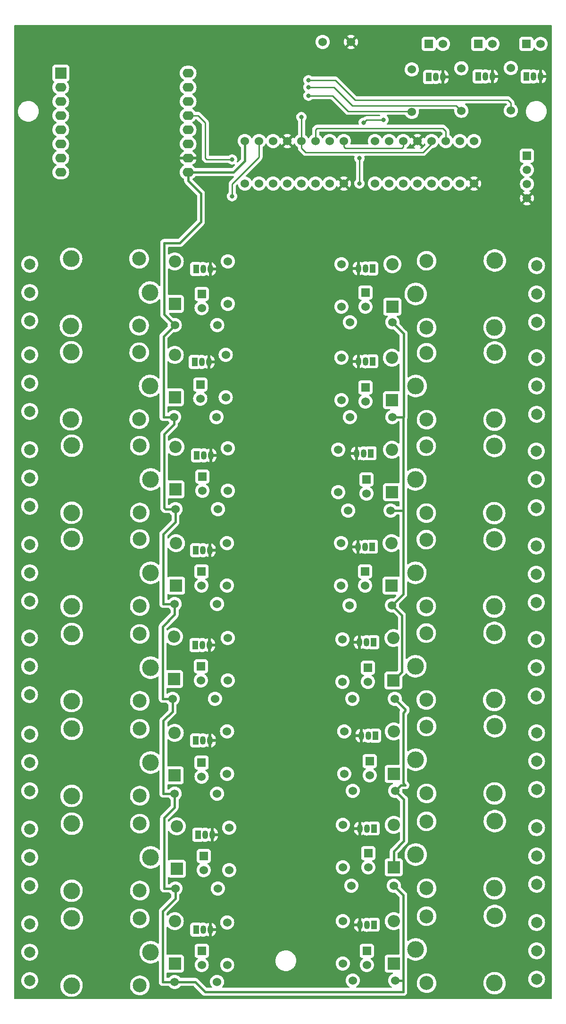
<source format=gbl>
G04 #@! TF.GenerationSoftware,KiCad,Pcbnew,6.0.7-1.fc35*
G04 #@! TF.CreationDate,2022-08-15T15:05:25+05:30*
G04 #@! TF.ProjectId,16_channel_relay,31365f63-6861-46e6-9e65-6c5f72656c61,rev?*
G04 #@! TF.SameCoordinates,Original*
G04 #@! TF.FileFunction,Copper,L2,Bot*
G04 #@! TF.FilePolarity,Positive*
%FSLAX46Y46*%
G04 Gerber Fmt 4.6, Leading zero omitted, Abs format (unit mm)*
G04 Created by KiCad (PCBNEW 6.0.7-1.fc35) date 2022-08-15 15:05:25*
%MOMM*%
%LPD*%
G01*
G04 APERTURE LIST*
G04 #@! TA.AperFunction,ComponentPad*
%ADD10C,1.524000*%
G04 #@! TD*
G04 #@! TA.AperFunction,ComponentPad*
%ADD11R,1.050000X1.500000*%
G04 #@! TD*
G04 #@! TA.AperFunction,ComponentPad*
%ADD12O,1.050000X1.500000*%
G04 #@! TD*
G04 #@! TA.AperFunction,ComponentPad*
%ADD13R,1.524000X1.524000*%
G04 #@! TD*
G04 #@! TA.AperFunction,ComponentPad*
%ADD14C,3.000000*%
G04 #@! TD*
G04 #@! TA.AperFunction,ComponentPad*
%ADD15C,2.500000*%
G04 #@! TD*
G04 #@! TA.AperFunction,ComponentPad*
%ADD16R,2.200000X2.200000*%
G04 #@! TD*
G04 #@! TA.AperFunction,ComponentPad*
%ADD17O,2.200000X2.200000*%
G04 #@! TD*
G04 #@! TA.AperFunction,ComponentPad*
%ADD18C,2.000000*%
G04 #@! TD*
G04 #@! TA.AperFunction,ComponentPad*
%ADD19R,2.000000X2.000000*%
G04 #@! TD*
G04 #@! TA.AperFunction,ComponentPad*
%ADD20O,2.000000X1.600000*%
G04 #@! TD*
G04 #@! TA.AperFunction,ComponentPad*
%ADD21R,1.500000X1.500000*%
G04 #@! TD*
G04 #@! TA.AperFunction,ComponentPad*
%ADD22C,1.500000*%
G04 #@! TD*
G04 #@! TA.AperFunction,ViaPad*
%ADD23C,0.800000*%
G04 #@! TD*
G04 #@! TA.AperFunction,Conductor*
%ADD24C,0.400000*%
G04 #@! TD*
G04 #@! TA.AperFunction,Conductor*
%ADD25C,0.250000*%
G04 #@! TD*
G04 APERTURE END LIST*
D10*
X70866000Y-18542000D03*
X75946000Y-18542000D03*
D11*
X48124000Y-143870000D03*
D12*
X49394000Y-143870000D03*
X50664000Y-143870000D03*
D11*
X79502000Y-92350000D03*
D12*
X78232000Y-92350000D03*
X76962000Y-92350000D03*
D13*
X78740000Y-97028000D03*
D10*
X78740000Y-99568000D03*
D14*
X39996000Y-164846000D03*
D15*
X38046000Y-158796000D03*
D14*
X25846000Y-158796000D03*
X25796000Y-170846000D03*
D15*
X38046000Y-170796000D03*
D11*
X48142000Y-177800000D03*
D12*
X49412000Y-177800000D03*
X50682000Y-177800000D03*
D13*
X49122000Y-113538000D03*
D10*
X49122000Y-116078000D03*
D16*
X83241200Y-116088800D03*
D17*
X83241200Y-108468800D03*
D14*
X39996000Y-113792000D03*
D15*
X38046000Y-107742000D03*
D14*
X25846000Y-107742000D03*
X25796000Y-119792000D03*
D15*
X38046000Y-119742000D03*
D10*
X73660000Y-99314000D03*
X73660000Y-91694000D03*
D16*
X44178000Y-132852800D03*
D17*
X44178000Y-125232800D03*
D13*
X49148000Y-63754000D03*
D10*
X49148000Y-66294000D03*
D18*
X18288000Y-91694000D03*
X18288000Y-96774000D03*
X18288000Y-101854000D03*
D10*
X83058000Y-102616000D03*
X75438000Y-102616000D03*
X86868000Y-23474000D03*
X86868000Y-31094000D03*
X83312000Y-119634000D03*
X75692000Y-119634000D03*
X56896000Y-36322000D03*
X59436000Y-36322000D03*
X61976000Y-36322000D03*
X64516000Y-36322000D03*
X67056000Y-36322000D03*
X69596000Y-36322000D03*
X72136000Y-36322000D03*
X74676000Y-36322000D03*
X74676000Y-43942000D03*
X72136000Y-43942000D03*
X69596000Y-43942000D03*
X67056000Y-43942000D03*
X64516000Y-43942000D03*
X59436000Y-43942000D03*
X61976000Y-43942000D03*
X56896000Y-43942000D03*
X74735000Y-149860000D03*
X74735000Y-142240000D03*
D18*
X109279000Y-169672000D03*
X109279000Y-164592000D03*
X109279000Y-159512000D03*
D10*
X83371000Y-68834000D03*
X75751000Y-68834000D03*
D14*
X87571000Y-80264000D03*
D15*
X89521000Y-86314000D03*
D14*
X101721000Y-86314000D03*
X101771000Y-74264000D03*
D15*
X89521000Y-74314000D03*
D10*
X74481000Y-166624000D03*
X74481000Y-159004000D03*
X53730000Y-176530000D03*
X53730000Y-184150000D03*
X83820000Y-136398000D03*
X76200000Y-136398000D03*
D18*
X109279000Y-68834000D03*
X109279000Y-63754000D03*
X109279000Y-58674000D03*
X109220000Y-135890000D03*
X109220000Y-130810000D03*
X109220000Y-125730000D03*
D16*
X44332000Y-183906800D03*
D17*
X44332000Y-176286800D03*
D14*
X87512000Y-97028000D03*
D15*
X89462000Y-103078000D03*
D14*
X101662000Y-103078000D03*
X101712000Y-91028000D03*
D15*
X89462000Y-91078000D03*
D13*
X49276000Y-96520000D03*
D10*
X49276000Y-99060000D03*
D11*
X89916000Y-24850000D03*
D12*
X91186000Y-24850000D03*
X92456000Y-24850000D03*
D18*
X18288000Y-159766000D03*
X18288000Y-164846000D03*
X18288000Y-169926000D03*
D16*
X44322000Y-65542800D03*
D17*
X44322000Y-57922800D03*
D13*
X49004000Y-130556000D03*
D10*
X49004000Y-133096000D03*
X51544000Y-136398000D03*
X43924000Y-136398000D03*
X74422000Y-133350000D03*
X74422000Y-125730000D03*
D14*
X87571000Y-181356000D03*
D15*
X89521000Y-187406000D03*
D14*
X101721000Y-187406000D03*
X101771000Y-175356000D03*
D15*
X89521000Y-175406000D03*
D11*
X80010000Y-126238000D03*
D12*
X78740000Y-126238000D03*
X77470000Y-126238000D03*
D13*
X89916000Y-18902000D03*
D10*
X92456000Y-18902000D03*
X53466000Y-74676000D03*
X53466000Y-82296000D03*
D13*
X49140000Y-147828000D03*
D10*
X49140000Y-150368000D03*
D11*
X80069000Y-176932000D03*
D12*
X78799000Y-176932000D03*
X77529000Y-176932000D03*
D18*
X109220000Y-119126000D03*
X109220000Y-114046000D03*
X109220000Y-108966000D03*
D19*
X23853000Y-24130000D03*
D20*
X23853000Y-26670000D03*
X23853000Y-29210000D03*
X23853000Y-31750000D03*
X23853000Y-34290000D03*
X23853000Y-36830000D03*
X23853000Y-39370000D03*
X23853000Y-41910000D03*
X46713000Y-41910000D03*
X46713000Y-39370000D03*
X46713000Y-36830000D03*
X46713000Y-34290000D03*
X46713000Y-31750000D03*
X46713000Y-29210000D03*
X46713000Y-26670000D03*
X46713000Y-24130000D03*
D18*
X18288000Y-74676000D03*
X18288000Y-79756000D03*
X18288000Y-84836000D03*
D13*
X78486000Y-113538000D03*
D10*
X78486000Y-116078000D03*
X95758000Y-23262000D03*
X95758000Y-30882000D03*
D18*
X18288000Y-142748000D03*
X18288000Y-147828000D03*
X18288000Y-152908000D03*
D16*
X44314000Y-150124800D03*
D17*
X44314000Y-142504800D03*
D10*
X74168000Y-116078000D03*
X74168000Y-108458000D03*
D13*
X78799000Y-181610000D03*
D10*
X78799000Y-184150000D03*
D13*
X78545000Y-63500000D03*
D10*
X78545000Y-66040000D03*
X51916000Y-119380000D03*
X44296000Y-119380000D03*
X53694000Y-108458000D03*
X53694000Y-116078000D03*
X51806000Y-85852000D03*
X44186000Y-85852000D03*
D16*
X83371000Y-66050800D03*
D17*
X83371000Y-58430800D03*
D14*
X39886000Y-80264000D03*
D15*
X37936000Y-74214000D03*
D14*
X25736000Y-74214000D03*
X25686000Y-86264000D03*
D15*
X37936000Y-86214000D03*
D14*
X39996000Y-130810000D03*
D15*
X38046000Y-124760000D03*
D14*
X25846000Y-124760000D03*
X25796000Y-136810000D03*
D15*
X38046000Y-136760000D03*
D11*
X98806000Y-24744000D03*
D12*
X100076000Y-24744000D03*
X101346000Y-24744000D03*
D16*
X44450000Y-98816800D03*
D17*
X44450000Y-91196800D03*
D10*
X53712000Y-142240000D03*
X53712000Y-149860000D03*
D14*
X39996000Y-97028000D03*
D15*
X38046000Y-90978000D03*
D14*
X25846000Y-90978000D03*
X25796000Y-103028000D03*
D15*
X38046000Y-102978000D03*
D13*
X49158000Y-181610000D03*
D10*
X49158000Y-184150000D03*
D18*
X109220000Y-102108000D03*
X109220000Y-97028000D03*
X109220000Y-91948000D03*
D16*
X83300200Y-82814800D03*
D17*
X83300200Y-75194800D03*
D11*
X80323000Y-143002000D03*
D12*
X79053000Y-143002000D03*
X77783000Y-143002000D03*
D18*
X109279000Y-85344000D03*
X109279000Y-80264000D03*
X109279000Y-75184000D03*
D14*
X87571000Y-147320000D03*
D15*
X89521000Y-153370000D03*
D14*
X101721000Y-153370000D03*
X101771000Y-141320000D03*
D15*
X89521000Y-141370000D03*
D10*
X83879000Y-186944000D03*
X76259000Y-186944000D03*
D11*
X107442000Y-24744000D03*
D12*
X108712000Y-24744000D03*
X109982000Y-24744000D03*
D14*
X87512000Y-113792000D03*
D15*
X89462000Y-119842000D03*
D14*
X101662000Y-119842000D03*
X101712000Y-107792000D03*
D15*
X89462000Y-107842000D03*
D13*
X98806000Y-18902000D03*
D10*
X101346000Y-18902000D03*
X53848000Y-91440000D03*
X53848000Y-99060000D03*
D11*
X48106000Y-109728000D03*
D12*
X49376000Y-109728000D03*
X50646000Y-109728000D03*
D18*
X18270000Y-125476000D03*
X18270000Y-130556000D03*
X18270000Y-135636000D03*
D10*
X53830000Y-125476000D03*
X53830000Y-133096000D03*
D13*
X78545000Y-80518000D03*
D10*
X78545000Y-83058000D03*
X104648000Y-23220000D03*
X104648000Y-30840000D03*
X83879000Y-152908000D03*
X76259000Y-152908000D03*
D11*
X48260000Y-92710000D03*
D12*
X49530000Y-92710000D03*
X50800000Y-92710000D03*
D10*
X51942000Y-69342000D03*
X44322000Y-69342000D03*
X51916000Y-153416000D03*
X44296000Y-153416000D03*
D16*
X83625000Y-166634800D03*
D17*
X83625000Y-159014800D03*
D11*
X79815000Y-75840000D03*
D12*
X78545000Y-75840000D03*
X77275000Y-75840000D03*
D10*
X74481000Y-183896000D03*
X74481000Y-176276000D03*
D13*
X48894000Y-80010000D03*
D10*
X48894000Y-82550000D03*
D18*
X18288000Y-176784000D03*
X18288000Y-181864000D03*
X18288000Y-186944000D03*
D14*
X39996000Y-181864000D03*
D15*
X38046000Y-175814000D03*
D14*
X25846000Y-175814000D03*
X25796000Y-187864000D03*
D15*
X38046000Y-187814000D03*
D11*
X48132000Y-59288000D03*
D12*
X49402000Y-59288000D03*
X50672000Y-59288000D03*
D14*
X39868000Y-63500000D03*
D15*
X37918000Y-57450000D03*
D14*
X25718000Y-57450000D03*
X25668000Y-69500000D03*
D15*
X37918000Y-69450000D03*
D10*
X53847000Y-57912000D03*
X53847000Y-65532000D03*
D16*
X83625000Y-183906800D03*
D17*
X83625000Y-176286800D03*
D13*
X79307000Y-147574000D03*
D10*
X79307000Y-150114000D03*
D18*
X109279000Y-152654000D03*
X109279000Y-147574000D03*
X109279000Y-142494000D03*
X109279000Y-186690000D03*
X109279000Y-181610000D03*
X109279000Y-176530000D03*
D10*
X83371000Y-85852000D03*
X75751000Y-85852000D03*
X74227000Y-66040000D03*
X74227000Y-58420000D03*
D16*
X83625000Y-149870800D03*
D17*
X83625000Y-142250800D03*
D10*
X80264000Y-36322000D03*
X82804000Y-36322000D03*
X85344000Y-36322000D03*
X87884000Y-36322000D03*
X90424000Y-36322000D03*
X92964000Y-36322000D03*
X95504000Y-36322000D03*
X98044000Y-36322000D03*
X98044000Y-43942000D03*
X95504000Y-43942000D03*
X92964000Y-43942000D03*
X90424000Y-43942000D03*
X87884000Y-43942000D03*
X82804000Y-43942000D03*
X85344000Y-43942000D03*
X80264000Y-43942000D03*
X83625000Y-169926000D03*
X76005000Y-169926000D03*
D14*
X87571000Y-63754000D03*
D15*
X89521000Y-69804000D03*
D14*
X101721000Y-69804000D03*
X101771000Y-57754000D03*
D15*
X89521000Y-57804000D03*
D11*
X47878000Y-75946000D03*
D12*
X49148000Y-75946000D03*
X50418000Y-75946000D03*
D18*
X18288000Y-58420000D03*
X18288000Y-63500000D03*
X18288000Y-68580000D03*
D10*
X51916000Y-187198000D03*
X44296000Y-187198000D03*
D11*
X80069000Y-159660000D03*
D12*
X78799000Y-159660000D03*
X77529000Y-159660000D03*
D10*
X74227000Y-82804000D03*
X74227000Y-75184000D03*
D18*
X18288000Y-108712000D03*
X18288000Y-113792000D03*
X18288000Y-118872000D03*
D10*
X52052000Y-170434000D03*
X44432000Y-170434000D03*
D14*
X87571000Y-164338000D03*
D15*
X89521000Y-170388000D03*
D14*
X101721000Y-170388000D03*
X101771000Y-158338000D03*
D15*
X89521000Y-158388000D03*
D16*
X44686000Y-166888800D03*
D17*
X44686000Y-159268800D03*
D11*
X79815000Y-59182000D03*
D12*
X78545000Y-59182000D03*
X77275000Y-59182000D03*
D13*
X78994000Y-130810000D03*
D10*
X78994000Y-133350000D03*
X52070000Y-102362000D03*
X44450000Y-102362000D03*
D14*
X39996000Y-147828000D03*
D15*
X38046000Y-141778000D03*
D14*
X25846000Y-141778000D03*
X25796000Y-153828000D03*
D15*
X38046000Y-153778000D03*
D13*
X107442000Y-18902000D03*
D10*
X109982000Y-18902000D03*
D11*
X79756000Y-109114000D03*
D12*
X78486000Y-109114000D03*
X77216000Y-109114000D03*
D13*
X79053000Y-164084000D03*
D10*
X79053000Y-166624000D03*
D16*
X83312000Y-99324800D03*
D17*
X83312000Y-91704800D03*
D16*
X44550000Y-116088800D03*
D17*
X44550000Y-108468800D03*
D16*
X83566000Y-133106800D03*
D17*
X83566000Y-125486800D03*
D11*
X48496000Y-160782000D03*
D12*
X49766000Y-160782000D03*
X51036000Y-160782000D03*
D21*
X107539500Y-38959500D03*
D22*
X107539500Y-41499500D03*
X107539500Y-44039500D03*
X107539500Y-46579500D03*
D11*
X47988000Y-126746000D03*
D12*
X49258000Y-126746000D03*
X50528000Y-126746000D03*
D16*
X44322000Y-82306800D03*
D17*
X44322000Y-74686800D03*
D13*
X49512000Y-164592000D03*
D10*
X49512000Y-167132000D03*
D14*
X87512000Y-130556000D03*
D15*
X89462000Y-136606000D03*
D14*
X101662000Y-136606000D03*
X101712000Y-124556000D03*
D15*
X89462000Y-124606000D03*
D10*
X54084000Y-159512000D03*
X54084000Y-167132000D03*
D23*
X68326000Y-25400000D03*
X67056000Y-32004000D03*
X68326000Y-26670000D03*
X68326000Y-28194000D03*
X54610000Y-39624000D03*
X54610000Y-46228000D03*
X77470000Y-39370000D03*
X77470000Y-43942000D03*
X78232000Y-33020000D03*
X81788000Y-32512000D03*
D24*
X43924000Y-136398000D02*
X43924000Y-138666000D01*
X83879000Y-152908000D02*
X85403000Y-154432000D01*
X44296000Y-187198000D02*
X48006000Y-187198000D01*
X44296000Y-119380000D02*
X44296000Y-121294000D01*
X44186000Y-85852000D02*
X44186000Y-87132000D01*
X85344000Y-188976000D02*
X85344000Y-174811000D01*
X85090000Y-131582800D02*
X83566000Y-133106800D01*
X85344000Y-138920000D02*
X85344000Y-151520000D01*
X42264000Y-119380000D02*
X44296000Y-119380000D01*
X42290000Y-85852000D02*
X44186000Y-85852000D01*
X85344000Y-85852000D02*
X85403000Y-85793000D01*
X85344000Y-85852000D02*
X85344000Y-102616000D01*
X44322000Y-69342000D02*
X42290000Y-71374000D01*
X85344000Y-171645000D02*
X85344000Y-174752000D01*
X85462000Y-154432000D02*
X85462000Y-161921516D01*
X46713000Y-41910000D02*
X54864000Y-41910000D01*
X84895000Y-151892000D02*
X83879000Y-152908000D01*
X49022000Y-50800000D02*
X45212000Y-54610000D01*
X85344000Y-186944000D02*
X83879000Y-186944000D01*
X42290000Y-71374000D02*
X42290000Y-85852000D01*
X42164000Y-187198000D02*
X44296000Y-187198000D01*
X44450000Y-172212000D02*
X42164000Y-174498000D01*
X42418000Y-67438000D02*
X44322000Y-69342000D01*
X44296000Y-121294000D02*
X42146000Y-123444000D01*
X45212000Y-54610000D02*
X42418000Y-54610000D01*
X85657000Y-151892000D02*
X84895000Y-151892000D01*
X43924000Y-138666000D02*
X42282000Y-140308000D01*
X42400000Y-157752000D02*
X42400000Y-170434000D01*
X83820000Y-136398000D02*
X85716000Y-138294000D01*
X44432000Y-170434000D02*
X44432000Y-172212000D01*
X48006000Y-187198000D02*
X49784000Y-188976000D01*
X83625000Y-169926000D02*
X85344000Y-171645000D01*
X42164000Y-174498000D02*
X42164000Y-187198000D01*
X85344000Y-102616000D02*
X85344000Y-117602000D01*
X83625000Y-163758516D02*
X83625000Y-166634800D01*
X42282000Y-140308000D02*
X42282000Y-153416000D01*
X42418000Y-54610000D02*
X42418000Y-67438000D01*
X85403000Y-85793000D02*
X85403000Y-70866000D01*
X42146000Y-136398000D02*
X43924000Y-136398000D01*
X56896000Y-39878000D02*
X56896000Y-36322000D01*
X42146000Y-123444000D02*
X42146000Y-136398000D01*
X85716000Y-138294000D02*
X85716000Y-138548000D01*
X85090000Y-121412000D02*
X85090000Y-131582800D01*
X83371000Y-85852000D02*
X85344000Y-85852000D01*
X85344000Y-151520000D02*
X85716000Y-151892000D01*
X85716000Y-138235000D02*
X85716000Y-138548000D01*
X42672000Y-102362000D02*
X44450000Y-102362000D01*
X44186000Y-87132000D02*
X42418000Y-88900000D01*
X44450000Y-102362000D02*
X44450000Y-104648000D01*
X83312000Y-119634000D02*
X85090000Y-121412000D01*
X46713000Y-41910000D02*
X46713000Y-43411000D01*
X44450000Y-104648000D02*
X42264000Y-106834000D01*
X54864000Y-41910000D02*
X56896000Y-39878000D01*
X49784000Y-188976000D02*
X85344000Y-188976000D01*
X83058000Y-102616000D02*
X85344000Y-102616000D01*
X44296000Y-153416000D02*
X44296000Y-155856000D01*
X42264000Y-106834000D02*
X42264000Y-119380000D01*
X85462000Y-161921516D02*
X83625000Y-163758516D01*
X44296000Y-155856000D02*
X42400000Y-157752000D01*
X85344000Y-117602000D02*
X83312000Y-119634000D01*
X42418000Y-88900000D02*
X42418000Y-102108000D01*
X85403000Y-70866000D02*
X83371000Y-68834000D01*
X49022000Y-45720000D02*
X49022000Y-50800000D01*
X42418000Y-102108000D02*
X42672000Y-102362000D01*
X42282000Y-153416000D02*
X44296000Y-153416000D01*
X42400000Y-170434000D02*
X44432000Y-170434000D01*
X85716000Y-138548000D02*
X85344000Y-138920000D01*
X46713000Y-43411000D02*
X49022000Y-45720000D01*
D25*
X104140000Y-28956000D02*
X104648000Y-29464000D01*
X104648000Y-29464000D02*
X104648000Y-30840000D01*
X76708000Y-28956000D02*
X104140000Y-28956000D01*
X68326000Y-25400000D02*
X73152000Y-25400000D01*
X73152000Y-25400000D02*
X76708000Y-28956000D01*
X69596000Y-34290000D02*
X69850000Y-34036000D01*
X69850000Y-34036000D02*
X92456000Y-34036000D01*
X69596000Y-36322000D02*
X69596000Y-34290000D01*
X92456000Y-34036000D02*
X92964000Y-34544000D01*
X92964000Y-34544000D02*
X92964000Y-36322000D01*
X67056000Y-36322000D02*
X67056000Y-32004000D01*
X67056000Y-37592000D02*
X67818000Y-38354000D01*
X90424000Y-36830000D02*
X90424000Y-36322000D01*
X88900000Y-38354000D02*
X90424000Y-36830000D01*
X67056000Y-36322000D02*
X67056000Y-37592000D01*
X67818000Y-38354000D02*
X88900000Y-38354000D01*
X68326000Y-26670000D02*
X72898000Y-26670000D01*
X76200000Y-29972000D02*
X94848000Y-29972000D01*
X94848000Y-29972000D02*
X95758000Y-30882000D01*
X72898000Y-26670000D02*
X76200000Y-29972000D01*
X86762000Y-30988000D02*
X86868000Y-31094000D01*
X68326000Y-28194000D02*
X72644000Y-28194000D01*
X72644000Y-28194000D02*
X75438000Y-30988000D01*
X75438000Y-30988000D02*
X86762000Y-30988000D01*
X49784000Y-39370000D02*
X50038000Y-39624000D01*
X46713000Y-31750000D02*
X48514000Y-31750000D01*
X49784000Y-33020000D02*
X49784000Y-39370000D01*
X50038000Y-39624000D02*
X54610000Y-39624000D01*
X48514000Y-31750000D02*
X49530000Y-32766000D01*
X49530000Y-32766000D02*
X49784000Y-33020000D01*
X54610000Y-44196000D02*
X54610000Y-46228000D01*
X59436000Y-36322000D02*
X59436000Y-39207139D01*
X59436000Y-39207139D02*
X54610000Y-44033139D01*
X54610000Y-44033139D02*
X54610000Y-44196000D01*
X77470000Y-39370000D02*
X77470000Y-43942000D01*
X78740000Y-32512000D02*
X78232000Y-33020000D01*
X81788000Y-32512000D02*
X78740000Y-32512000D01*
X85344000Y-37338000D02*
X85344000Y-36322000D01*
X74676000Y-37338000D02*
X74930000Y-37592000D01*
X85090000Y-37592000D02*
X85344000Y-37338000D01*
X74930000Y-37592000D02*
X85090000Y-37592000D01*
X74676000Y-36322000D02*
X74676000Y-37338000D01*
G04 #@! TA.AperFunction,Conductor*
G36*
X111955621Y-15514502D02*
G01*
X112002114Y-15568158D01*
X112013500Y-15620500D01*
X112013500Y-190119500D01*
X111993498Y-190187621D01*
X111939842Y-190234114D01*
X111887500Y-190245500D01*
X15620500Y-190245500D01*
X15552379Y-190225498D01*
X15505886Y-190171842D01*
X15494500Y-190119500D01*
X15494500Y-186944000D01*
X16774835Y-186944000D01*
X16793465Y-187180711D01*
X16794619Y-187185518D01*
X16794620Y-187185524D01*
X16819082Y-187287415D01*
X16848895Y-187411594D01*
X16850788Y-187416165D01*
X16850789Y-187416167D01*
X16937496Y-187625496D01*
X16939760Y-187630963D01*
X16942346Y-187635183D01*
X17061241Y-187829202D01*
X17061245Y-187829208D01*
X17063824Y-187833416D01*
X17218031Y-188013969D01*
X17398584Y-188168176D01*
X17402792Y-188170755D01*
X17402798Y-188170759D01*
X17554479Y-188263709D01*
X17601037Y-188292240D01*
X17605607Y-188294133D01*
X17605611Y-188294135D01*
X17814952Y-188380846D01*
X17820406Y-188383105D01*
X17881878Y-188397863D01*
X18046476Y-188437380D01*
X18046482Y-188437381D01*
X18051289Y-188438535D01*
X18288000Y-188457165D01*
X18524711Y-188438535D01*
X18529518Y-188437381D01*
X18529524Y-188437380D01*
X18694122Y-188397863D01*
X18755594Y-188383105D01*
X18761048Y-188380846D01*
X18970389Y-188294135D01*
X18970393Y-188294133D01*
X18974963Y-188292240D01*
X19021521Y-188263709D01*
X19173202Y-188170759D01*
X19173208Y-188170755D01*
X19177416Y-188168176D01*
X19357969Y-188013969D01*
X19504061Y-187842918D01*
X23782917Y-187842918D01*
X23798682Y-188116320D01*
X23799507Y-188120525D01*
X23799508Y-188120533D01*
X23812381Y-188186144D01*
X23851405Y-188385053D01*
X23852792Y-188389103D01*
X23852793Y-188389108D01*
X23899952Y-188526848D01*
X23940112Y-188644144D01*
X24063160Y-188888799D01*
X24065586Y-188892328D01*
X24065589Y-188892334D01*
X24215843Y-189110953D01*
X24218274Y-189114490D01*
X24221161Y-189117663D01*
X24221162Y-189117664D01*
X24331097Y-189238482D01*
X24402582Y-189317043D01*
X24612675Y-189492707D01*
X24616316Y-189494991D01*
X24841024Y-189635951D01*
X24841028Y-189635953D01*
X24844664Y-189638234D01*
X24954571Y-189687859D01*
X25090345Y-189749164D01*
X25090349Y-189749166D01*
X25094257Y-189750930D01*
X25098377Y-189752150D01*
X25098376Y-189752150D01*
X25352723Y-189827491D01*
X25352727Y-189827492D01*
X25356836Y-189828709D01*
X25361070Y-189829357D01*
X25361075Y-189829358D01*
X25623298Y-189869483D01*
X25623300Y-189869483D01*
X25627540Y-189870132D01*
X25766912Y-189872322D01*
X25897071Y-189874367D01*
X25897077Y-189874367D01*
X25901362Y-189874434D01*
X26173235Y-189841534D01*
X26438127Y-189772041D01*
X26442087Y-189770401D01*
X26442092Y-189770399D01*
X26564632Y-189719641D01*
X26691136Y-189667241D01*
X26863913Y-189566278D01*
X26923879Y-189531237D01*
X26923880Y-189531236D01*
X26927582Y-189529073D01*
X27143089Y-189360094D01*
X27184809Y-189317043D01*
X27329073Y-189168174D01*
X27333669Y-189163431D01*
X27336202Y-189159983D01*
X27336206Y-189159978D01*
X27493257Y-188946178D01*
X27495795Y-188942723D01*
X27497841Y-188938955D01*
X27624418Y-188705830D01*
X27624419Y-188705828D01*
X27626468Y-188702054D01*
X27707285Y-188488178D01*
X27721751Y-188449895D01*
X27721752Y-188449891D01*
X27723269Y-188445877D01*
X27764991Y-188263709D01*
X27783449Y-188183117D01*
X27783450Y-188183113D01*
X27784407Y-188178933D01*
X27785198Y-188170076D01*
X27808531Y-187908627D01*
X27808531Y-187908625D01*
X27808751Y-187906161D01*
X27808877Y-187894192D01*
X27809167Y-187866484D01*
X27809167Y-187866483D01*
X27809193Y-187864000D01*
X27807602Y-187840657D01*
X27802638Y-187767839D01*
X36283173Y-187767839D01*
X36283397Y-187772505D01*
X36283397Y-187772511D01*
X36286985Y-187847198D01*
X36295713Y-188028908D01*
X36346704Y-188285256D01*
X36435026Y-188531252D01*
X36437242Y-188535376D01*
X36549143Y-188743635D01*
X36558737Y-188761491D01*
X36561532Y-188765234D01*
X36561534Y-188765237D01*
X36712330Y-188967177D01*
X36712335Y-188967183D01*
X36715122Y-188970915D01*
X36718431Y-188974195D01*
X36718436Y-188974201D01*
X36861673Y-189116193D01*
X36900743Y-189154923D01*
X36904505Y-189157681D01*
X36904508Y-189157684D01*
X37107026Y-189306176D01*
X37111524Y-189309474D01*
X37115667Y-189311654D01*
X37115669Y-189311655D01*
X37338684Y-189428989D01*
X37338689Y-189428991D01*
X37342834Y-189431172D01*
X37433359Y-189462785D01*
X37584771Y-189515661D01*
X37589590Y-189517344D01*
X37594183Y-189518216D01*
X37841785Y-189565224D01*
X37841788Y-189565224D01*
X37846374Y-189566095D01*
X37976958Y-189571226D01*
X38102875Y-189576174D01*
X38102881Y-189576174D01*
X38107543Y-189576357D01*
X38199454Y-189566291D01*
X38362707Y-189548412D01*
X38362712Y-189548411D01*
X38367360Y-189547902D01*
X38385554Y-189543112D01*
X38615594Y-189482548D01*
X38615596Y-189482547D01*
X38620117Y-189481357D01*
X38633955Y-189475412D01*
X38770288Y-189416838D01*
X38860262Y-189378182D01*
X38954609Y-189319799D01*
X39078547Y-189243104D01*
X39078548Y-189243104D01*
X39082519Y-189240646D01*
X39086082Y-189237629D01*
X39086087Y-189237626D01*
X39278439Y-189074787D01*
X39278440Y-189074786D01*
X39282005Y-189071768D01*
X39328033Y-189019283D01*
X39451257Y-188878774D01*
X39451261Y-188878769D01*
X39454339Y-188875259D01*
X39464770Y-188859043D01*
X39593205Y-188659367D01*
X39595733Y-188655437D01*
X39703083Y-188417129D01*
X39713316Y-188380846D01*
X39772760Y-188170076D01*
X39772761Y-188170073D01*
X39774030Y-188165572D01*
X39780841Y-188112032D01*
X39806616Y-187909421D01*
X39806616Y-187909417D01*
X39807014Y-187906291D01*
X39807434Y-187890274D01*
X39808863Y-187835676D01*
X39809431Y-187814000D01*
X39804893Y-187752934D01*
X39790407Y-187558000D01*
X39790406Y-187557996D01*
X39790061Y-187553348D01*
X39778725Y-187503248D01*
X39733408Y-187302980D01*
X39732377Y-187298423D01*
X39691196Y-187192525D01*
X39639340Y-187059176D01*
X39639339Y-187059173D01*
X39637647Y-187054823D01*
X39634427Y-187049188D01*
X39546289Y-186894980D01*
X39507951Y-186827902D01*
X39346138Y-186622643D01*
X39155763Y-186443557D01*
X39003437Y-186337884D01*
X38944851Y-186297241D01*
X38944848Y-186297239D01*
X38941009Y-186294576D01*
X38936816Y-186292508D01*
X38710781Y-186181040D01*
X38710778Y-186181039D01*
X38706593Y-186178975D01*
X38660449Y-186164204D01*
X38462123Y-186100720D01*
X38457665Y-186099293D01*
X38199693Y-186057279D01*
X38085942Y-186055790D01*
X37943022Y-186053919D01*
X37943019Y-186053919D01*
X37938345Y-186053858D01*
X37679362Y-186089104D01*
X37674876Y-186090412D01*
X37674874Y-186090412D01*
X37646988Y-186098540D01*
X37428433Y-186162243D01*
X37424180Y-186164203D01*
X37424179Y-186164204D01*
X37387707Y-186181018D01*
X37191072Y-186271668D01*
X37152067Y-186297241D01*
X36976404Y-186412410D01*
X36976399Y-186412414D01*
X36972491Y-186414976D01*
X36908788Y-186471833D01*
X36784218Y-186583017D01*
X36777494Y-186589018D01*
X36610363Y-186789970D01*
X36607934Y-186793973D01*
X36493827Y-186982016D01*
X36474771Y-187013419D01*
X36373697Y-187254455D01*
X36309359Y-187507783D01*
X36308891Y-187512434D01*
X36308890Y-187512438D01*
X36301002Y-187590778D01*
X36283173Y-187767839D01*
X27802638Y-187767839D01*
X27790859Y-187595055D01*
X27790858Y-187595049D01*
X27790567Y-187590778D01*
X27788993Y-187583175D01*
X27747935Y-187384918D01*
X27735032Y-187322612D01*
X27643617Y-187064465D01*
X27530000Y-186844337D01*
X27519978Y-186824919D01*
X27519978Y-186824918D01*
X27518013Y-186821112D01*
X27508040Y-186806921D01*
X27392670Y-186642767D01*
X27360545Y-186597057D01*
X27222475Y-186448476D01*
X27177046Y-186399588D01*
X27177043Y-186399585D01*
X27174125Y-186396445D01*
X27170810Y-186393731D01*
X27170806Y-186393728D01*
X27019287Y-186269711D01*
X26962205Y-186222990D01*
X26747120Y-186091186D01*
X26732366Y-186082145D01*
X26732365Y-186082145D01*
X26728704Y-186079901D01*
X26724768Y-186078173D01*
X26481873Y-185971549D01*
X26481869Y-185971548D01*
X26477945Y-185969825D01*
X26214566Y-185894800D01*
X26210324Y-185894196D01*
X26210318Y-185894195D01*
X25982073Y-185861711D01*
X25943443Y-185856213D01*
X25799589Y-185855460D01*
X25673877Y-185854802D01*
X25673871Y-185854802D01*
X25669591Y-185854780D01*
X25665347Y-185855339D01*
X25665343Y-185855339D01*
X25582611Y-185866231D01*
X25398078Y-185890525D01*
X25393938Y-185891658D01*
X25393936Y-185891658D01*
X25321008Y-185911609D01*
X25133928Y-185962788D01*
X25129980Y-185964472D01*
X24885982Y-186068546D01*
X24885978Y-186068548D01*
X24882030Y-186070232D01*
X24772279Y-186135916D01*
X24650725Y-186208664D01*
X24650721Y-186208667D01*
X24647043Y-186210868D01*
X24433318Y-186382094D01*
X24323947Y-186497347D01*
X24250596Y-186574643D01*
X24244808Y-186580742D01*
X24085002Y-186803136D01*
X23956857Y-187045161D01*
X23955385Y-187049184D01*
X23955383Y-187049188D01*
X23873686Y-187272435D01*
X23862743Y-187302337D01*
X23804404Y-187569907D01*
X23804068Y-187574177D01*
X23783997Y-187829202D01*
X23782917Y-187842918D01*
X19504061Y-187842918D01*
X19512176Y-187833416D01*
X19514755Y-187829208D01*
X19514759Y-187829202D01*
X19633654Y-187635183D01*
X19636240Y-187630963D01*
X19638505Y-187625496D01*
X19725211Y-187416167D01*
X19725212Y-187416165D01*
X19727105Y-187411594D01*
X19756918Y-187287415D01*
X19781380Y-187185524D01*
X19781381Y-187185518D01*
X19782535Y-187180711D01*
X19801165Y-186944000D01*
X19782535Y-186707289D01*
X19778385Y-186690000D01*
X19746169Y-186555815D01*
X19727105Y-186476406D01*
X19724244Y-186469498D01*
X19638135Y-186261611D01*
X19638133Y-186261607D01*
X19636240Y-186257037D01*
X19615018Y-186222406D01*
X19514759Y-186058798D01*
X19514755Y-186058792D01*
X19512176Y-186054584D01*
X19357969Y-185874031D01*
X19345836Y-185863668D01*
X19314829Y-185837186D01*
X19177416Y-185719824D01*
X19173208Y-185717245D01*
X19173202Y-185717241D01*
X18979183Y-185598346D01*
X18974963Y-185595760D01*
X18970393Y-185593867D01*
X18970389Y-185593865D01*
X18760167Y-185506789D01*
X18760165Y-185506788D01*
X18755594Y-185504895D01*
X18661537Y-185482314D01*
X18529524Y-185450620D01*
X18529518Y-185450619D01*
X18524711Y-185449465D01*
X18288000Y-185430835D01*
X18051289Y-185449465D01*
X18046482Y-185450619D01*
X18046476Y-185450620D01*
X17914463Y-185482314D01*
X17820406Y-185504895D01*
X17815835Y-185506788D01*
X17815833Y-185506789D01*
X17605611Y-185593865D01*
X17605607Y-185593867D01*
X17601037Y-185595760D01*
X17596817Y-185598346D01*
X17402798Y-185717241D01*
X17402792Y-185717245D01*
X17398584Y-185719824D01*
X17261171Y-185837186D01*
X17230165Y-185863668D01*
X17218031Y-185874031D01*
X17063824Y-186054584D01*
X17061245Y-186058792D01*
X17061241Y-186058798D01*
X16960982Y-186222406D01*
X16939760Y-186257037D01*
X16937867Y-186261607D01*
X16937865Y-186261611D01*
X16851756Y-186469498D01*
X16848895Y-186476406D01*
X16829831Y-186555815D01*
X16797616Y-186690000D01*
X16793465Y-186707289D01*
X16774835Y-186944000D01*
X15494500Y-186944000D01*
X15494500Y-181864000D01*
X16774835Y-181864000D01*
X16793465Y-182100711D01*
X16794619Y-182105518D01*
X16794620Y-182105524D01*
X16816781Y-182197830D01*
X16848895Y-182331594D01*
X16850788Y-182336165D01*
X16850789Y-182336167D01*
X16919966Y-182503175D01*
X16939760Y-182550963D01*
X16942346Y-182555183D01*
X17061241Y-182749202D01*
X17061245Y-182749208D01*
X17063824Y-182753416D01*
X17218031Y-182933969D01*
X17398584Y-183088176D01*
X17402792Y-183090755D01*
X17402798Y-183090759D01*
X17531886Y-183169864D01*
X17601037Y-183212240D01*
X17605607Y-183214133D01*
X17605611Y-183214135D01*
X17815833Y-183301211D01*
X17820406Y-183303105D01*
X17878462Y-183317043D01*
X18046476Y-183357380D01*
X18046482Y-183357381D01*
X18051289Y-183358535D01*
X18288000Y-183377165D01*
X18524711Y-183358535D01*
X18529518Y-183357381D01*
X18529524Y-183357380D01*
X18697538Y-183317043D01*
X18755594Y-183303105D01*
X18760167Y-183301211D01*
X18970389Y-183214135D01*
X18970393Y-183214133D01*
X18974963Y-183212240D01*
X19044114Y-183169864D01*
X19173202Y-183090759D01*
X19173208Y-183090755D01*
X19177416Y-183088176D01*
X19357969Y-182933969D01*
X19512176Y-182753416D01*
X19514755Y-182749208D01*
X19514759Y-182749202D01*
X19633654Y-182555183D01*
X19636240Y-182550963D01*
X19656035Y-182503175D01*
X19725211Y-182336167D01*
X19725212Y-182336165D01*
X19727105Y-182331594D01*
X19759219Y-182197830D01*
X19781380Y-182105524D01*
X19781381Y-182105518D01*
X19782535Y-182100711D01*
X19801165Y-181864000D01*
X19782535Y-181627289D01*
X19778385Y-181610000D01*
X19728260Y-181401218D01*
X19727105Y-181396406D01*
X19725211Y-181391833D01*
X19638135Y-181181611D01*
X19638133Y-181181607D01*
X19636240Y-181177037D01*
X19555426Y-181045161D01*
X19514759Y-180978798D01*
X19514755Y-180978792D01*
X19512176Y-180974584D01*
X19357969Y-180794031D01*
X19177416Y-180639824D01*
X19173208Y-180637245D01*
X19173202Y-180637241D01*
X18979183Y-180518346D01*
X18974963Y-180515760D01*
X18970393Y-180513867D01*
X18970389Y-180513865D01*
X18760167Y-180426789D01*
X18760165Y-180426788D01*
X18755594Y-180424895D01*
X18663441Y-180402771D01*
X18529524Y-180370620D01*
X18529518Y-180370619D01*
X18524711Y-180369465D01*
X18288000Y-180350835D01*
X18051289Y-180369465D01*
X18046482Y-180370619D01*
X18046476Y-180370620D01*
X17912559Y-180402771D01*
X17820406Y-180424895D01*
X17815835Y-180426788D01*
X17815833Y-180426789D01*
X17605611Y-180513865D01*
X17605607Y-180513867D01*
X17601037Y-180515760D01*
X17596817Y-180518346D01*
X17402798Y-180637241D01*
X17402792Y-180637245D01*
X17398584Y-180639824D01*
X17218031Y-180794031D01*
X17063824Y-180974584D01*
X17061245Y-180978792D01*
X17061241Y-180978798D01*
X17020574Y-181045161D01*
X16939760Y-181177037D01*
X16937867Y-181181607D01*
X16937865Y-181181611D01*
X16850789Y-181391833D01*
X16848895Y-181396406D01*
X16847740Y-181401218D01*
X16797616Y-181610000D01*
X16793465Y-181627289D01*
X16774835Y-181864000D01*
X15494500Y-181864000D01*
X15494500Y-176784000D01*
X16774835Y-176784000D01*
X16793465Y-177020711D01*
X16794619Y-177025518D01*
X16794620Y-177025524D01*
X16826239Y-177157224D01*
X16848895Y-177251594D01*
X16850788Y-177256165D01*
X16850789Y-177256167D01*
X16919966Y-177423175D01*
X16939760Y-177470963D01*
X16942346Y-177475183D01*
X17061241Y-177669202D01*
X17061245Y-177669208D01*
X17063824Y-177673416D01*
X17218031Y-177853969D01*
X17398584Y-178008176D01*
X17402792Y-178010755D01*
X17402798Y-178010759D01*
X17567072Y-178111426D01*
X17601037Y-178132240D01*
X17605607Y-178134133D01*
X17605611Y-178134135D01*
X17753703Y-178195476D01*
X17820406Y-178223105D01*
X17894594Y-178240916D01*
X18046476Y-178277380D01*
X18046482Y-178277381D01*
X18051289Y-178278535D01*
X18288000Y-178297165D01*
X18524711Y-178278535D01*
X18529518Y-178277381D01*
X18529524Y-178277380D01*
X18681406Y-178240916D01*
X18755594Y-178223105D01*
X18822297Y-178195476D01*
X18970389Y-178134135D01*
X18970393Y-178134133D01*
X18974963Y-178132240D01*
X19008928Y-178111426D01*
X19173202Y-178010759D01*
X19173208Y-178010755D01*
X19177416Y-178008176D01*
X19357969Y-177853969D01*
X19512176Y-177673416D01*
X19514755Y-177669208D01*
X19514759Y-177669202D01*
X19633654Y-177475183D01*
X19636240Y-177470963D01*
X19656035Y-177423175D01*
X19725211Y-177256167D01*
X19725212Y-177256165D01*
X19727105Y-177251594D01*
X19749761Y-177157224D01*
X19781380Y-177025524D01*
X19781381Y-177025518D01*
X19782535Y-177020711D01*
X19801165Y-176784000D01*
X19782535Y-176547289D01*
X19781146Y-176541500D01*
X19728260Y-176321218D01*
X19727105Y-176316406D01*
X19721645Y-176303224D01*
X19638135Y-176101611D01*
X19638133Y-176101607D01*
X19636240Y-176097037D01*
X19617417Y-176066320D01*
X19514759Y-175898798D01*
X19514755Y-175898792D01*
X19512176Y-175894584D01*
X19425345Y-175792918D01*
X23832917Y-175792918D01*
X23848682Y-176066320D01*
X23849507Y-176070525D01*
X23849508Y-176070533D01*
X23860966Y-176128933D01*
X23901405Y-176335053D01*
X23902792Y-176339103D01*
X23902793Y-176339108D01*
X23984440Y-176577578D01*
X23990112Y-176594144D01*
X24031447Y-176676329D01*
X24083879Y-176780579D01*
X24113160Y-176838799D01*
X24115586Y-176842328D01*
X24115589Y-176842334D01*
X24241493Y-177025524D01*
X24268274Y-177064490D01*
X24271161Y-177067663D01*
X24271162Y-177067664D01*
X24439783Y-177252977D01*
X24452582Y-177267043D01*
X24662675Y-177442707D01*
X24666316Y-177444991D01*
X24891024Y-177585951D01*
X24891028Y-177585953D01*
X24894664Y-177588234D01*
X24962544Y-177618883D01*
X25140345Y-177699164D01*
X25140349Y-177699166D01*
X25144257Y-177700930D01*
X25148377Y-177702150D01*
X25148376Y-177702150D01*
X25402723Y-177777491D01*
X25402727Y-177777492D01*
X25406836Y-177778709D01*
X25411070Y-177779357D01*
X25411075Y-177779358D01*
X25673298Y-177819483D01*
X25673300Y-177819483D01*
X25677540Y-177820132D01*
X25816912Y-177822322D01*
X25947071Y-177824367D01*
X25947077Y-177824367D01*
X25951362Y-177824434D01*
X26223235Y-177791534D01*
X26488127Y-177722041D01*
X26492087Y-177720401D01*
X26492092Y-177720399D01*
X26654620Y-177653077D01*
X26741136Y-177617241D01*
X26900706Y-177523996D01*
X26973879Y-177481237D01*
X26973880Y-177481236D01*
X26977582Y-177479073D01*
X27193089Y-177310094D01*
X27196372Y-177306707D01*
X27340209Y-177158278D01*
X27383669Y-177113431D01*
X27386202Y-177109983D01*
X27386206Y-177109978D01*
X27528910Y-176915710D01*
X27545795Y-176892723D01*
X27557413Y-176871326D01*
X27674418Y-176655830D01*
X27674419Y-176655828D01*
X27676468Y-176652054D01*
X27757285Y-176438178D01*
X27771751Y-176399895D01*
X27771752Y-176399891D01*
X27773269Y-176395877D01*
X27818628Y-176197830D01*
X27833449Y-176133117D01*
X27833450Y-176133113D01*
X27834407Y-176128933D01*
X27835180Y-176120281D01*
X27858531Y-175858627D01*
X27858531Y-175858625D01*
X27858751Y-175856161D01*
X27858923Y-175839804D01*
X27859167Y-175816484D01*
X27859167Y-175816483D01*
X27859193Y-175814000D01*
X27856046Y-175767839D01*
X36283173Y-175767839D01*
X36283397Y-175772505D01*
X36283397Y-175772511D01*
X36287415Y-175856161D01*
X36295713Y-176028908D01*
X36346704Y-176285256D01*
X36435026Y-176531252D01*
X36467137Y-176591014D01*
X36556204Y-176756776D01*
X36558737Y-176761491D01*
X36561532Y-176765234D01*
X36561534Y-176765237D01*
X36712330Y-176967177D01*
X36712335Y-176967183D01*
X36715122Y-176970915D01*
X36718431Y-176974195D01*
X36718436Y-176974201D01*
X36877619Y-177132000D01*
X36900743Y-177154923D01*
X36904505Y-177157681D01*
X36904508Y-177157684D01*
X37049324Y-177263867D01*
X37111524Y-177309474D01*
X37115667Y-177311654D01*
X37115669Y-177311655D01*
X37338684Y-177428989D01*
X37338689Y-177428991D01*
X37342834Y-177431172D01*
X37480000Y-177479073D01*
X37568950Y-177510136D01*
X37589590Y-177517344D01*
X37594183Y-177518216D01*
X37841785Y-177565224D01*
X37841788Y-177565224D01*
X37846374Y-177566095D01*
X37976958Y-177571226D01*
X38102875Y-177576174D01*
X38102881Y-177576174D01*
X38107543Y-177576357D01*
X38186977Y-177567657D01*
X38362707Y-177548412D01*
X38362712Y-177548411D01*
X38367360Y-177547902D01*
X38372112Y-177546651D01*
X38615594Y-177482548D01*
X38615596Y-177482547D01*
X38620117Y-177481357D01*
X38634488Y-177475183D01*
X38753753Y-177423942D01*
X38860262Y-177378182D01*
X38865807Y-177374751D01*
X39078547Y-177243104D01*
X39078548Y-177243104D01*
X39082519Y-177240646D01*
X39086082Y-177237629D01*
X39086087Y-177237626D01*
X39278439Y-177074787D01*
X39278440Y-177074786D01*
X39282005Y-177071768D01*
X39328017Y-177019302D01*
X39451257Y-176878774D01*
X39451261Y-176878769D01*
X39454339Y-176875259D01*
X39496931Y-176809043D01*
X39584098Y-176673525D01*
X39595733Y-176655437D01*
X39703083Y-176417129D01*
X39714410Y-176376968D01*
X39772760Y-176170076D01*
X39772761Y-176170073D01*
X39774030Y-176165572D01*
X39790832Y-176033496D01*
X39806616Y-175909421D01*
X39806616Y-175909417D01*
X39807014Y-175906291D01*
X39807211Y-175898798D01*
X39808670Y-175843041D01*
X39809431Y-175814000D01*
X39804829Y-175752076D01*
X39790407Y-175558000D01*
X39790406Y-175557996D01*
X39790061Y-175553348D01*
X39788185Y-175545055D01*
X39746274Y-175359839D01*
X39732377Y-175298423D01*
X39729343Y-175290620D01*
X39639340Y-175059176D01*
X39639339Y-175059173D01*
X39637647Y-175054823D01*
X39618571Y-175021446D01*
X39546289Y-174894980D01*
X39507951Y-174827902D01*
X39346138Y-174622643D01*
X39155763Y-174443557D01*
X38973216Y-174316919D01*
X38944851Y-174297241D01*
X38944848Y-174297239D01*
X38941009Y-174294576D01*
X38920725Y-174284573D01*
X38710781Y-174181040D01*
X38710778Y-174181039D01*
X38706593Y-174178975D01*
X38680902Y-174170751D01*
X38462123Y-174100720D01*
X38457665Y-174099293D01*
X38199693Y-174057279D01*
X38085942Y-174055790D01*
X37943022Y-174053919D01*
X37943019Y-174053919D01*
X37938345Y-174053858D01*
X37679362Y-174089104D01*
X37428433Y-174162243D01*
X37424180Y-174164203D01*
X37424179Y-174164204D01*
X37387707Y-174181018D01*
X37191072Y-174271668D01*
X37155277Y-174295136D01*
X36976404Y-174412410D01*
X36976399Y-174412414D01*
X36972491Y-174414976D01*
X36777494Y-174589018D01*
X36610363Y-174789970D01*
X36607934Y-174793973D01*
X36482231Y-175001126D01*
X36474771Y-175013419D01*
X36373697Y-175254455D01*
X36309359Y-175507783D01*
X36308891Y-175512434D01*
X36308890Y-175512438D01*
X36304771Y-175553348D01*
X36283173Y-175767839D01*
X27856046Y-175767839D01*
X27854713Y-175748286D01*
X27840859Y-175545055D01*
X27840858Y-175545049D01*
X27840567Y-175540778D01*
X27832417Y-175501421D01*
X27810520Y-175395686D01*
X27785032Y-175272612D01*
X27693617Y-175014465D01*
X27607331Y-174847289D01*
X27569978Y-174774919D01*
X27569978Y-174774918D01*
X27568013Y-174771112D01*
X27558040Y-174756921D01*
X27483721Y-174651176D01*
X27410545Y-174547057D01*
X27296156Y-174423960D01*
X27227046Y-174349588D01*
X27227043Y-174349585D01*
X27224125Y-174346445D01*
X27220810Y-174343731D01*
X27220806Y-174343728D01*
X27018207Y-174177903D01*
X27012205Y-174172990D01*
X26823381Y-174057279D01*
X26782366Y-174032145D01*
X26782365Y-174032145D01*
X26778704Y-174029901D01*
X26771305Y-174026653D01*
X26531873Y-173921549D01*
X26531869Y-173921548D01*
X26527945Y-173919825D01*
X26264566Y-173844800D01*
X26260324Y-173844196D01*
X26260318Y-173844195D01*
X26059834Y-173815662D01*
X25993443Y-173806213D01*
X25849589Y-173805460D01*
X25723877Y-173804802D01*
X25723871Y-173804802D01*
X25719591Y-173804780D01*
X25715347Y-173805339D01*
X25715343Y-173805339D01*
X25596302Y-173821011D01*
X25448078Y-173840525D01*
X25443938Y-173841658D01*
X25443936Y-173841658D01*
X25371008Y-173861609D01*
X25183928Y-173912788D01*
X25179980Y-173914472D01*
X24935982Y-174018546D01*
X24935978Y-174018548D01*
X24932030Y-174020232D01*
X24844330Y-174072719D01*
X24700725Y-174158664D01*
X24700721Y-174158667D01*
X24697043Y-174160868D01*
X24483318Y-174332094D01*
X24428018Y-174390368D01*
X24305936Y-174519016D01*
X24294808Y-174530742D01*
X24135002Y-174753136D01*
X24006857Y-174995161D01*
X24005385Y-174999184D01*
X24005383Y-174999188D01*
X23950193Y-175150000D01*
X23912743Y-175252337D01*
X23854404Y-175519907D01*
X23852046Y-175549864D01*
X23833648Y-175783636D01*
X23832917Y-175792918D01*
X19425345Y-175792918D01*
X19357969Y-175714031D01*
X19177416Y-175559824D01*
X19173208Y-175557245D01*
X19173202Y-175557241D01*
X18979183Y-175438346D01*
X18974963Y-175435760D01*
X18970393Y-175433867D01*
X18970389Y-175433865D01*
X18760167Y-175346789D01*
X18760165Y-175346788D01*
X18755594Y-175344895D01*
X18675391Y-175325640D01*
X18529524Y-175290620D01*
X18529518Y-175290619D01*
X18524711Y-175289465D01*
X18288000Y-175270835D01*
X18051289Y-175289465D01*
X18046482Y-175290619D01*
X18046476Y-175290620D01*
X17900609Y-175325640D01*
X17820406Y-175344895D01*
X17815835Y-175346788D01*
X17815833Y-175346789D01*
X17605611Y-175433865D01*
X17605607Y-175433867D01*
X17601037Y-175435760D01*
X17596817Y-175438346D01*
X17402798Y-175557241D01*
X17402792Y-175557245D01*
X17398584Y-175559824D01*
X17218031Y-175714031D01*
X17063824Y-175894584D01*
X17061245Y-175898792D01*
X17061241Y-175898798D01*
X16958583Y-176066320D01*
X16939760Y-176097037D01*
X16937867Y-176101607D01*
X16937865Y-176101611D01*
X16854355Y-176303224D01*
X16848895Y-176316406D01*
X16847740Y-176321218D01*
X16794855Y-176541500D01*
X16793465Y-176547289D01*
X16774835Y-176784000D01*
X15494500Y-176784000D01*
X15494500Y-169926000D01*
X16774835Y-169926000D01*
X16793465Y-170162711D01*
X16794619Y-170167518D01*
X16794620Y-170167524D01*
X16820680Y-170276069D01*
X16848895Y-170393594D01*
X16850788Y-170398165D01*
X16850789Y-170398167D01*
X16937496Y-170607496D01*
X16939760Y-170612963D01*
X16942346Y-170617183D01*
X17061241Y-170811202D01*
X17061245Y-170811208D01*
X17063824Y-170815416D01*
X17143798Y-170909053D01*
X17213100Y-170990195D01*
X17218031Y-170995969D01*
X17398584Y-171150176D01*
X17402792Y-171152755D01*
X17402798Y-171152759D01*
X17560290Y-171249270D01*
X17601037Y-171274240D01*
X17605607Y-171276133D01*
X17605611Y-171276135D01*
X17814952Y-171362846D01*
X17820406Y-171365105D01*
X17870719Y-171377184D01*
X18046476Y-171419380D01*
X18046482Y-171419381D01*
X18051289Y-171420535D01*
X18288000Y-171439165D01*
X18524711Y-171420535D01*
X18529518Y-171419381D01*
X18529524Y-171419380D01*
X18705281Y-171377184D01*
X18755594Y-171365105D01*
X18761048Y-171362846D01*
X18970389Y-171276135D01*
X18970393Y-171276133D01*
X18974963Y-171274240D01*
X19015710Y-171249270D01*
X19173202Y-171152759D01*
X19173208Y-171152755D01*
X19177416Y-171150176D01*
X19357969Y-170995969D01*
X19362901Y-170990195D01*
X19432202Y-170909053D01*
X19504060Y-170824918D01*
X23782917Y-170824918D01*
X23788002Y-170913108D01*
X23797406Y-171076185D01*
X23798682Y-171098320D01*
X23799507Y-171102525D01*
X23799508Y-171102533D01*
X23823742Y-171226054D01*
X23851405Y-171367053D01*
X23852792Y-171371103D01*
X23852793Y-171371108D01*
X23931219Y-171600170D01*
X23940112Y-171626144D01*
X24063160Y-171870799D01*
X24065586Y-171874328D01*
X24065589Y-171874334D01*
X24215843Y-172092953D01*
X24218274Y-172096490D01*
X24221161Y-172099663D01*
X24221162Y-172099664D01*
X24333066Y-172222646D01*
X24402582Y-172299043D01*
X24612675Y-172474707D01*
X24616316Y-172476991D01*
X24841024Y-172617951D01*
X24841028Y-172617953D01*
X24844664Y-172620234D01*
X24912544Y-172650883D01*
X25090345Y-172731164D01*
X25090349Y-172731166D01*
X25094257Y-172732930D01*
X25098377Y-172734150D01*
X25098376Y-172734150D01*
X25352723Y-172809491D01*
X25352727Y-172809492D01*
X25356836Y-172810709D01*
X25361070Y-172811357D01*
X25361075Y-172811358D01*
X25623298Y-172851483D01*
X25623300Y-172851483D01*
X25627540Y-172852132D01*
X25766912Y-172854322D01*
X25897071Y-172856367D01*
X25897077Y-172856367D01*
X25901362Y-172856434D01*
X26173235Y-172823534D01*
X26438127Y-172754041D01*
X26442087Y-172752401D01*
X26442092Y-172752399D01*
X26564632Y-172701641D01*
X26691136Y-172649241D01*
X26863913Y-172548278D01*
X26923879Y-172513237D01*
X26923880Y-172513236D01*
X26927582Y-172511073D01*
X27143089Y-172342094D01*
X27184809Y-172299043D01*
X27329073Y-172150174D01*
X27333669Y-172145431D01*
X27336202Y-172141983D01*
X27336206Y-172141978D01*
X27493257Y-171928178D01*
X27495795Y-171924723D01*
X27508368Y-171901567D01*
X27624418Y-171687830D01*
X27624419Y-171687828D01*
X27626468Y-171684054D01*
X27707285Y-171470178D01*
X27721751Y-171431895D01*
X27721752Y-171431891D01*
X27723269Y-171427877D01*
X27764175Y-171249270D01*
X27783449Y-171165117D01*
X27783450Y-171165113D01*
X27784407Y-171160933D01*
X27785198Y-171152076D01*
X27808531Y-170890627D01*
X27808531Y-170890625D01*
X27808751Y-170888161D01*
X27809193Y-170846000D01*
X27805960Y-170798579D01*
X27802637Y-170749839D01*
X36283173Y-170749839D01*
X36283397Y-170754505D01*
X36283397Y-170754511D01*
X36286120Y-170811202D01*
X36295713Y-171010908D01*
X36346704Y-171267256D01*
X36435026Y-171513252D01*
X36450031Y-171541177D01*
X36549143Y-171725635D01*
X36558737Y-171743491D01*
X36561532Y-171747234D01*
X36561534Y-171747237D01*
X36712330Y-171949177D01*
X36712335Y-171949183D01*
X36715122Y-171952915D01*
X36718431Y-171956195D01*
X36718436Y-171956201D01*
X36863157Y-172099664D01*
X36900743Y-172136923D01*
X36904505Y-172139681D01*
X36904508Y-172139684D01*
X37107750Y-172288707D01*
X37111524Y-172291474D01*
X37115667Y-172293654D01*
X37115669Y-172293655D01*
X37338684Y-172410989D01*
X37338689Y-172410991D01*
X37342834Y-172413172D01*
X37377927Y-172425427D01*
X37525582Y-172476991D01*
X37589590Y-172499344D01*
X37594183Y-172500216D01*
X37841785Y-172547224D01*
X37841788Y-172547224D01*
X37846374Y-172548095D01*
X37976959Y-172553226D01*
X38102875Y-172558174D01*
X38102881Y-172558174D01*
X38107543Y-172558357D01*
X38186977Y-172549657D01*
X38362707Y-172530412D01*
X38362712Y-172530411D01*
X38367360Y-172529902D01*
X38371884Y-172528711D01*
X38615594Y-172464548D01*
X38615596Y-172464547D01*
X38620117Y-172463357D01*
X38860262Y-172360182D01*
X38954609Y-172301799D01*
X39078547Y-172225104D01*
X39078548Y-172225104D01*
X39082519Y-172222646D01*
X39086082Y-172219629D01*
X39086087Y-172219626D01*
X39278439Y-172056787D01*
X39278440Y-172056786D01*
X39282005Y-172053768D01*
X39367569Y-171956201D01*
X39451257Y-171860774D01*
X39451261Y-171860769D01*
X39454339Y-171857259D01*
X39464770Y-171841043D01*
X39561629Y-171690457D01*
X39595733Y-171637437D01*
X39703083Y-171399129D01*
X39713316Y-171362846D01*
X39772760Y-171152076D01*
X39772761Y-171152073D01*
X39774030Y-171147572D01*
X39784319Y-171066689D01*
X39806616Y-170891421D01*
X39806616Y-170891417D01*
X39807014Y-170888291D01*
X39807358Y-170875178D01*
X39808824Y-170819175D01*
X39809431Y-170796000D01*
X39804486Y-170729461D01*
X39790407Y-170540000D01*
X39790406Y-170539996D01*
X39790061Y-170535348D01*
X39783972Y-170508435D01*
X39733408Y-170284980D01*
X39732377Y-170280423D01*
X39708466Y-170218936D01*
X39639340Y-170041176D01*
X39639339Y-170041173D01*
X39637647Y-170036823D01*
X39634427Y-170031188D01*
X39546289Y-169876980D01*
X39507951Y-169809902D01*
X39346138Y-169604643D01*
X39155763Y-169425557D01*
X39003437Y-169319884D01*
X38944851Y-169279241D01*
X38944848Y-169279239D01*
X38941009Y-169276576D01*
X38936816Y-169274508D01*
X38710781Y-169163040D01*
X38710778Y-169163039D01*
X38706593Y-169160975D01*
X38699321Y-169158647D01*
X38462123Y-169082720D01*
X38457665Y-169081293D01*
X38199693Y-169039279D01*
X38085942Y-169037790D01*
X37943022Y-169035919D01*
X37943019Y-169035919D01*
X37938345Y-169035858D01*
X37679362Y-169071104D01*
X37428433Y-169144243D01*
X37424180Y-169146203D01*
X37424179Y-169146204D01*
X37387707Y-169163018D01*
X37191072Y-169253668D01*
X37152067Y-169279241D01*
X36976404Y-169394410D01*
X36976399Y-169394414D01*
X36972491Y-169396976D01*
X36777494Y-169571018D01*
X36610363Y-169771970D01*
X36607934Y-169775973D01*
X36513574Y-169931474D01*
X36474771Y-169995419D01*
X36373697Y-170236455D01*
X36309359Y-170489783D01*
X36308891Y-170494434D01*
X36308890Y-170494438D01*
X36301002Y-170572778D01*
X36283173Y-170749839D01*
X27802637Y-170749839D01*
X27790859Y-170577055D01*
X27790858Y-170577049D01*
X27790567Y-170572778D01*
X27788993Y-170565175D01*
X27747935Y-170366918D01*
X27735032Y-170304612D01*
X27643617Y-170046465D01*
X27530000Y-169826337D01*
X27519978Y-169806919D01*
X27519978Y-169806918D01*
X27518013Y-169803112D01*
X27513243Y-169796324D01*
X27388431Y-169618735D01*
X27360545Y-169579057D01*
X27252901Y-169463218D01*
X27177046Y-169381588D01*
X27177043Y-169381585D01*
X27174125Y-169378445D01*
X27170810Y-169375731D01*
X27170806Y-169375728D01*
X27019287Y-169251711D01*
X26962205Y-169204990D01*
X26759120Y-169080540D01*
X26732366Y-169064145D01*
X26732365Y-169064145D01*
X26728704Y-169061901D01*
X26724768Y-169060173D01*
X26481873Y-168953549D01*
X26481869Y-168953548D01*
X26477945Y-168951825D01*
X26214566Y-168876800D01*
X26210324Y-168876196D01*
X26210318Y-168876195D01*
X25982073Y-168843711D01*
X25943443Y-168838213D01*
X25799589Y-168837460D01*
X25673877Y-168836802D01*
X25673871Y-168836802D01*
X25669591Y-168836780D01*
X25665347Y-168837339D01*
X25665343Y-168837339D01*
X25582611Y-168848231D01*
X25398078Y-168872525D01*
X25393938Y-168873658D01*
X25393936Y-168873658D01*
X25321008Y-168893609D01*
X25133928Y-168944788D01*
X25129980Y-168946472D01*
X24885982Y-169050546D01*
X24885978Y-169050548D01*
X24882030Y-169052232D01*
X24772279Y-169117916D01*
X24650725Y-169190664D01*
X24650721Y-169190667D01*
X24647043Y-169192868D01*
X24433318Y-169364094D01*
X24244808Y-169562742D01*
X24085002Y-169785136D01*
X23956857Y-170027161D01*
X23955385Y-170031184D01*
X23955383Y-170031188D01*
X23865769Y-170276069D01*
X23862743Y-170284337D01*
X23804404Y-170551907D01*
X23804068Y-170556177D01*
X23783997Y-170811202D01*
X23782917Y-170824918D01*
X19504060Y-170824918D01*
X19512176Y-170815416D01*
X19514755Y-170811208D01*
X19514759Y-170811202D01*
X19633654Y-170617183D01*
X19636240Y-170612963D01*
X19638505Y-170607496D01*
X19725211Y-170398167D01*
X19725212Y-170398165D01*
X19727105Y-170393594D01*
X19755320Y-170276069D01*
X19781380Y-170167524D01*
X19781381Y-170167518D01*
X19782535Y-170162711D01*
X19801165Y-169926000D01*
X19782535Y-169689289D01*
X19778385Y-169672000D01*
X19728260Y-169463218D01*
X19727105Y-169458406D01*
X19725211Y-169453833D01*
X19638135Y-169243611D01*
X19638133Y-169243607D01*
X19636240Y-169239037D01*
X19608300Y-169193443D01*
X19514759Y-169040798D01*
X19514755Y-169040792D01*
X19512176Y-169036584D01*
X19357969Y-168856031D01*
X19345836Y-168845668D01*
X19314829Y-168819186D01*
X19177416Y-168701824D01*
X19173208Y-168699245D01*
X19173202Y-168699241D01*
X18979183Y-168580346D01*
X18974963Y-168577760D01*
X18970393Y-168575867D01*
X18970389Y-168575865D01*
X18760167Y-168488789D01*
X18760165Y-168488788D01*
X18755594Y-168486895D01*
X18675391Y-168467640D01*
X18529524Y-168432620D01*
X18529518Y-168432619D01*
X18524711Y-168431465D01*
X18288000Y-168412835D01*
X18051289Y-168431465D01*
X18046482Y-168432619D01*
X18046476Y-168432620D01*
X17900609Y-168467640D01*
X17820406Y-168486895D01*
X17815835Y-168488788D01*
X17815833Y-168488789D01*
X17605611Y-168575865D01*
X17605607Y-168575867D01*
X17601037Y-168577760D01*
X17596817Y-168580346D01*
X17402798Y-168699241D01*
X17402792Y-168699245D01*
X17398584Y-168701824D01*
X17261171Y-168819186D01*
X17230165Y-168845668D01*
X17218031Y-168856031D01*
X17063824Y-169036584D01*
X17061245Y-169040792D01*
X17061241Y-169040798D01*
X16967700Y-169193443D01*
X16939760Y-169239037D01*
X16937867Y-169243607D01*
X16937865Y-169243611D01*
X16850789Y-169453833D01*
X16848895Y-169458406D01*
X16847740Y-169463218D01*
X16797616Y-169672000D01*
X16793465Y-169689289D01*
X16774835Y-169926000D01*
X15494500Y-169926000D01*
X15494500Y-164846000D01*
X16774835Y-164846000D01*
X16793465Y-165082711D01*
X16794619Y-165087518D01*
X16794620Y-165087524D01*
X16816514Y-165178719D01*
X16848895Y-165313594D01*
X16850788Y-165318165D01*
X16850789Y-165318167D01*
X16921999Y-165490083D01*
X16939760Y-165532963D01*
X16942346Y-165537183D01*
X17061241Y-165731202D01*
X17061245Y-165731208D01*
X17063824Y-165735416D01*
X17218031Y-165915969D01*
X17398584Y-166070176D01*
X17402792Y-166072755D01*
X17402798Y-166072759D01*
X17590534Y-166187804D01*
X17601037Y-166194240D01*
X17605607Y-166196133D01*
X17605611Y-166196135D01*
X17814549Y-166282679D01*
X17820406Y-166285105D01*
X17878462Y-166299043D01*
X18046476Y-166339380D01*
X18046482Y-166339381D01*
X18051289Y-166340535D01*
X18288000Y-166359165D01*
X18524711Y-166340535D01*
X18529518Y-166339381D01*
X18529524Y-166339380D01*
X18697538Y-166299043D01*
X18755594Y-166285105D01*
X18761451Y-166282679D01*
X18970389Y-166196135D01*
X18970393Y-166196133D01*
X18974963Y-166194240D01*
X18985466Y-166187804D01*
X19173202Y-166072759D01*
X19173208Y-166072755D01*
X19177416Y-166070176D01*
X19357969Y-165915969D01*
X19512176Y-165735416D01*
X19514755Y-165731208D01*
X19514759Y-165731202D01*
X19633654Y-165537183D01*
X19636240Y-165532963D01*
X19654002Y-165490083D01*
X19725211Y-165318167D01*
X19725212Y-165318165D01*
X19727105Y-165313594D01*
X19759486Y-165178719D01*
X19781380Y-165087524D01*
X19781381Y-165087518D01*
X19782535Y-165082711D01*
X19801165Y-164846000D01*
X19782535Y-164609289D01*
X19778993Y-164594533D01*
X19728260Y-164383218D01*
X19727105Y-164378406D01*
X19725211Y-164373833D01*
X19638135Y-164163611D01*
X19638133Y-164163607D01*
X19636240Y-164159037D01*
X19563123Y-164039721D01*
X19514759Y-163960798D01*
X19514755Y-163960792D01*
X19512176Y-163956584D01*
X19365745Y-163785136D01*
X19361177Y-163779787D01*
X19357969Y-163776031D01*
X19353621Y-163772317D01*
X19283332Y-163712285D01*
X19177416Y-163621824D01*
X19173208Y-163619245D01*
X19173202Y-163619241D01*
X18979183Y-163500346D01*
X18974963Y-163497760D01*
X18970393Y-163495867D01*
X18970389Y-163495865D01*
X18760167Y-163408789D01*
X18760165Y-163408788D01*
X18755594Y-163406895D01*
X18650183Y-163381588D01*
X18529524Y-163352620D01*
X18529518Y-163352619D01*
X18524711Y-163351465D01*
X18288000Y-163332835D01*
X18051289Y-163351465D01*
X18046482Y-163352619D01*
X18046476Y-163352620D01*
X17925817Y-163381588D01*
X17820406Y-163406895D01*
X17815835Y-163408788D01*
X17815833Y-163408789D01*
X17605611Y-163495865D01*
X17605607Y-163495867D01*
X17601037Y-163497760D01*
X17596817Y-163500346D01*
X17402798Y-163619241D01*
X17402792Y-163619245D01*
X17398584Y-163621824D01*
X17292668Y-163712285D01*
X17222380Y-163772317D01*
X17218031Y-163776031D01*
X17214823Y-163779787D01*
X17210255Y-163785136D01*
X17063824Y-163956584D01*
X17061245Y-163960792D01*
X17061241Y-163960798D01*
X17012877Y-164039721D01*
X16939760Y-164159037D01*
X16937867Y-164163607D01*
X16937865Y-164163611D01*
X16850789Y-164373833D01*
X16848895Y-164378406D01*
X16847740Y-164383218D01*
X16797008Y-164594533D01*
X16793465Y-164609289D01*
X16774835Y-164846000D01*
X15494500Y-164846000D01*
X15494500Y-159766000D01*
X16774835Y-159766000D01*
X16793465Y-160002711D01*
X16794619Y-160007518D01*
X16794620Y-160007524D01*
X16826239Y-160139224D01*
X16848895Y-160233594D01*
X16850788Y-160238165D01*
X16850789Y-160238167D01*
X16919966Y-160405175D01*
X16939760Y-160452963D01*
X16942346Y-160457183D01*
X17061241Y-160651202D01*
X17061245Y-160651208D01*
X17063824Y-160655416D01*
X17218031Y-160835969D01*
X17398584Y-160990176D01*
X17402792Y-160992755D01*
X17402798Y-160992759D01*
X17526641Y-161068650D01*
X17601037Y-161114240D01*
X17605607Y-161116133D01*
X17605611Y-161116135D01*
X17815833Y-161203211D01*
X17820406Y-161205105D01*
X17894594Y-161222916D01*
X18046476Y-161259380D01*
X18046482Y-161259381D01*
X18051289Y-161260535D01*
X18288000Y-161279165D01*
X18524711Y-161260535D01*
X18529518Y-161259381D01*
X18529524Y-161259380D01*
X18681406Y-161222916D01*
X18755594Y-161205105D01*
X18760167Y-161203211D01*
X18970389Y-161116135D01*
X18970393Y-161116133D01*
X18974963Y-161114240D01*
X19049359Y-161068650D01*
X19173202Y-160992759D01*
X19173208Y-160992755D01*
X19177416Y-160990176D01*
X19357969Y-160835969D01*
X19512176Y-160655416D01*
X19514755Y-160651208D01*
X19514759Y-160651202D01*
X19633654Y-160457183D01*
X19636240Y-160452963D01*
X19656035Y-160405175D01*
X19725211Y-160238167D01*
X19725212Y-160238165D01*
X19727105Y-160233594D01*
X19749761Y-160139224D01*
X19781380Y-160007524D01*
X19781381Y-160007518D01*
X19782535Y-160002711D01*
X19801165Y-159766000D01*
X19782535Y-159529289D01*
X19781146Y-159523500D01*
X19745097Y-159373350D01*
X19727105Y-159298406D01*
X19721645Y-159285224D01*
X19638135Y-159083611D01*
X19638133Y-159083607D01*
X19636240Y-159079037D01*
X19600486Y-159020692D01*
X19514759Y-158880798D01*
X19514755Y-158880792D01*
X19512176Y-158876584D01*
X19425345Y-158774918D01*
X23832917Y-158774918D01*
X23848682Y-159048320D01*
X23849507Y-159052525D01*
X23849508Y-159052533D01*
X23860966Y-159110933D01*
X23901405Y-159317053D01*
X23902792Y-159321103D01*
X23902793Y-159321108D01*
X23984440Y-159559578D01*
X23990112Y-159576144D01*
X24033976Y-159663358D01*
X24083879Y-159762579D01*
X24113160Y-159820799D01*
X24115586Y-159824328D01*
X24115589Y-159824334D01*
X24241493Y-160007524D01*
X24268274Y-160046490D01*
X24271161Y-160049663D01*
X24271162Y-160049664D01*
X24442686Y-160238167D01*
X24452582Y-160249043D01*
X24455877Y-160251798D01*
X24455878Y-160251799D01*
X24530802Y-160314445D01*
X24662675Y-160424707D01*
X24666316Y-160426991D01*
X24891024Y-160567951D01*
X24891028Y-160567953D01*
X24894664Y-160570234D01*
X24990113Y-160613331D01*
X25140345Y-160681164D01*
X25140349Y-160681166D01*
X25144257Y-160682930D01*
X25148377Y-160684150D01*
X25148376Y-160684150D01*
X25402723Y-160759491D01*
X25402727Y-160759492D01*
X25406836Y-160760709D01*
X25411070Y-160761357D01*
X25411075Y-160761358D01*
X25673298Y-160801483D01*
X25673300Y-160801483D01*
X25677540Y-160802132D01*
X25816912Y-160804322D01*
X25947071Y-160806367D01*
X25947077Y-160806367D01*
X25951362Y-160806434D01*
X26223235Y-160773534D01*
X26488127Y-160704041D01*
X26492087Y-160702401D01*
X26492092Y-160702399D01*
X26690203Y-160620338D01*
X26741136Y-160599241D01*
X26900706Y-160505996D01*
X26973879Y-160463237D01*
X26973880Y-160463236D01*
X26977582Y-160461073D01*
X27193089Y-160292094D01*
X27196372Y-160288707D01*
X27340209Y-160140278D01*
X27383669Y-160095431D01*
X27386202Y-160091983D01*
X27386206Y-160091978D01*
X27543257Y-159878178D01*
X27545795Y-159874723D01*
X27557413Y-159853326D01*
X27674418Y-159637830D01*
X27674419Y-159637828D01*
X27676468Y-159634054D01*
X27757285Y-159420178D01*
X27771751Y-159381895D01*
X27771752Y-159381891D01*
X27773269Y-159377877D01*
X27806366Y-159233367D01*
X27833449Y-159115117D01*
X27833450Y-159115113D01*
X27834407Y-159110933D01*
X27836846Y-159083611D01*
X27858531Y-158840627D01*
X27858531Y-158840625D01*
X27858751Y-158838161D01*
X27859193Y-158796000D01*
X27856046Y-158749839D01*
X36283173Y-158749839D01*
X36283397Y-158754505D01*
X36283397Y-158754511D01*
X36287415Y-158838161D01*
X36295713Y-159010908D01*
X36346704Y-159267256D01*
X36435026Y-159513252D01*
X36467137Y-159573014D01*
X36556204Y-159738776D01*
X36558737Y-159743491D01*
X36561532Y-159747234D01*
X36561534Y-159747237D01*
X36712330Y-159949177D01*
X36712335Y-159949183D01*
X36715122Y-159952915D01*
X36718431Y-159956195D01*
X36718436Y-159956201D01*
X36877619Y-160114000D01*
X36900743Y-160136923D01*
X36904505Y-160139681D01*
X36904508Y-160139684D01*
X37094993Y-160279353D01*
X37111524Y-160291474D01*
X37115667Y-160293654D01*
X37115669Y-160293655D01*
X37338684Y-160410989D01*
X37338689Y-160410991D01*
X37342834Y-160413172D01*
X37486197Y-160463237D01*
X37568950Y-160492136D01*
X37589590Y-160499344D01*
X37594183Y-160500216D01*
X37841785Y-160547224D01*
X37841788Y-160547224D01*
X37846374Y-160548095D01*
X37976959Y-160553226D01*
X38102875Y-160558174D01*
X38102881Y-160558174D01*
X38107543Y-160558357D01*
X38190195Y-160549305D01*
X38362707Y-160530412D01*
X38362712Y-160530411D01*
X38367360Y-160529902D01*
X38371884Y-160528711D01*
X38615594Y-160464548D01*
X38615596Y-160464547D01*
X38620117Y-160463357D01*
X38634488Y-160457183D01*
X38753753Y-160405942D01*
X38860262Y-160360182D01*
X38865807Y-160356751D01*
X39078547Y-160225104D01*
X39078548Y-160225104D01*
X39082519Y-160222646D01*
X39086082Y-160219629D01*
X39086087Y-160219626D01*
X39278439Y-160056787D01*
X39278440Y-160056786D01*
X39282005Y-160053768D01*
X39328017Y-160001302D01*
X39451257Y-159860774D01*
X39451261Y-159860769D01*
X39454339Y-159857259D01*
X39496931Y-159791043D01*
X39593205Y-159641367D01*
X39595733Y-159637437D01*
X39703083Y-159399129D01*
X39710258Y-159373689D01*
X39772760Y-159152076D01*
X39772761Y-159152073D01*
X39774030Y-159147572D01*
X39788737Y-159031962D01*
X39806616Y-158891421D01*
X39806616Y-158891417D01*
X39807014Y-158888291D01*
X39807211Y-158880798D01*
X39808551Y-158829611D01*
X39809431Y-158796000D01*
X39798799Y-158652933D01*
X39790407Y-158540000D01*
X39790406Y-158539996D01*
X39790061Y-158535348D01*
X39788185Y-158527055D01*
X39746274Y-158341839D01*
X39732377Y-158280423D01*
X39729343Y-158272620D01*
X39639340Y-158041176D01*
X39639339Y-158041173D01*
X39637647Y-158036823D01*
X39612404Y-157992656D01*
X39544530Y-157873902D01*
X39507951Y-157809902D01*
X39346138Y-157604643D01*
X39155763Y-157425557D01*
X38973216Y-157298919D01*
X38944851Y-157279241D01*
X38944848Y-157279239D01*
X38941009Y-157276576D01*
X38926553Y-157269447D01*
X38710781Y-157163040D01*
X38710778Y-157163039D01*
X38706593Y-157160975D01*
X38680902Y-157152751D01*
X38462123Y-157082720D01*
X38457665Y-157081293D01*
X38199693Y-157039279D01*
X38085942Y-157037790D01*
X37943022Y-157035919D01*
X37943019Y-157035919D01*
X37938345Y-157035858D01*
X37679362Y-157071104D01*
X37428433Y-157144243D01*
X37424180Y-157146203D01*
X37424179Y-157146204D01*
X37387707Y-157163018D01*
X37191072Y-157253668D01*
X37155277Y-157277136D01*
X36976404Y-157394410D01*
X36976399Y-157394414D01*
X36972491Y-157396976D01*
X36777494Y-157571018D01*
X36610363Y-157771970D01*
X36607934Y-157775973D01*
X36483407Y-157981188D01*
X36474771Y-157995419D01*
X36373697Y-158236455D01*
X36309359Y-158489783D01*
X36308891Y-158494434D01*
X36308890Y-158494438D01*
X36301503Y-158567804D01*
X36283173Y-158749839D01*
X27856046Y-158749839D01*
X27851934Y-158689515D01*
X27840859Y-158527055D01*
X27840858Y-158527049D01*
X27840567Y-158522778D01*
X27832417Y-158483421D01*
X27806005Y-158355884D01*
X27785032Y-158254612D01*
X27693617Y-157996465D01*
X27607331Y-157829289D01*
X27569978Y-157756919D01*
X27569978Y-157756918D01*
X27568013Y-157753112D01*
X27558040Y-157738921D01*
X27483721Y-157633176D01*
X27410545Y-157529057D01*
X27296156Y-157405960D01*
X27227046Y-157331588D01*
X27227043Y-157331585D01*
X27224125Y-157328445D01*
X27220810Y-157325731D01*
X27220806Y-157325728D01*
X27018207Y-157159903D01*
X27012205Y-157154990D01*
X26823381Y-157039279D01*
X26782366Y-157014145D01*
X26782365Y-157014145D01*
X26778704Y-157011901D01*
X26774768Y-157010173D01*
X26531873Y-156903549D01*
X26531869Y-156903548D01*
X26527945Y-156901825D01*
X26264566Y-156826800D01*
X26260324Y-156826196D01*
X26260318Y-156826195D01*
X26059834Y-156797662D01*
X25993443Y-156788213D01*
X25849589Y-156787460D01*
X25723877Y-156786802D01*
X25723871Y-156786802D01*
X25719591Y-156786780D01*
X25715347Y-156787339D01*
X25715343Y-156787339D01*
X25596302Y-156803011D01*
X25448078Y-156822525D01*
X25443938Y-156823658D01*
X25443936Y-156823658D01*
X25371008Y-156843609D01*
X25183928Y-156894788D01*
X25179980Y-156896472D01*
X24935982Y-157000546D01*
X24935978Y-157000548D01*
X24932030Y-157002232D01*
X24844292Y-157054742D01*
X24700725Y-157140664D01*
X24700721Y-157140667D01*
X24697043Y-157142868D01*
X24483318Y-157314094D01*
X24432189Y-157367973D01*
X24328399Y-157477345D01*
X24294808Y-157512742D01*
X24135002Y-157735136D01*
X24006857Y-157977161D01*
X24005385Y-157981184D01*
X24005383Y-157981188D01*
X23950193Y-158132000D01*
X23912743Y-158234337D01*
X23854404Y-158501907D01*
X23849610Y-158562822D01*
X23833648Y-158765636D01*
X23832917Y-158774918D01*
X19425345Y-158774918D01*
X19357969Y-158696031D01*
X19177416Y-158541824D01*
X19173208Y-158539245D01*
X19173202Y-158539241D01*
X18979183Y-158420346D01*
X18974963Y-158417760D01*
X18970393Y-158415867D01*
X18970389Y-158415865D01*
X18760167Y-158328789D01*
X18760165Y-158328788D01*
X18755594Y-158326895D01*
X18675391Y-158307640D01*
X18529524Y-158272620D01*
X18529518Y-158272619D01*
X18524711Y-158271465D01*
X18288000Y-158252835D01*
X18051289Y-158271465D01*
X18046482Y-158272619D01*
X18046476Y-158272620D01*
X17900609Y-158307640D01*
X17820406Y-158326895D01*
X17815835Y-158328788D01*
X17815833Y-158328789D01*
X17605611Y-158415865D01*
X17605607Y-158415867D01*
X17601037Y-158417760D01*
X17596817Y-158420346D01*
X17402798Y-158539241D01*
X17402792Y-158539245D01*
X17398584Y-158541824D01*
X17218031Y-158696031D01*
X17063824Y-158876584D01*
X17061245Y-158880792D01*
X17061241Y-158880798D01*
X16975514Y-159020692D01*
X16939760Y-159079037D01*
X16937867Y-159083607D01*
X16937865Y-159083611D01*
X16854355Y-159285224D01*
X16848895Y-159298406D01*
X16830903Y-159373350D01*
X16794855Y-159523500D01*
X16793465Y-159529289D01*
X16774835Y-159766000D01*
X15494500Y-159766000D01*
X15494500Y-152908000D01*
X16774835Y-152908000D01*
X16793465Y-153144711D01*
X16794619Y-153149518D01*
X16794620Y-153149524D01*
X16820680Y-153258069D01*
X16848895Y-153375594D01*
X16850788Y-153380165D01*
X16850789Y-153380167D01*
X16937496Y-153589496D01*
X16939760Y-153594963D01*
X16942346Y-153599183D01*
X17061241Y-153793202D01*
X17061245Y-153793208D01*
X17063824Y-153797416D01*
X17143798Y-153891053D01*
X17213100Y-153972195D01*
X17218031Y-153977969D01*
X17398584Y-154132176D01*
X17402792Y-154134755D01*
X17402798Y-154134759D01*
X17560290Y-154231270D01*
X17601037Y-154256240D01*
X17605607Y-154258133D01*
X17605611Y-154258135D01*
X17814952Y-154344846D01*
X17820406Y-154347105D01*
X17900609Y-154366360D01*
X18046476Y-154401380D01*
X18046482Y-154401381D01*
X18051289Y-154402535D01*
X18288000Y-154421165D01*
X18524711Y-154402535D01*
X18529518Y-154401381D01*
X18529524Y-154401380D01*
X18675391Y-154366360D01*
X18755594Y-154347105D01*
X18761048Y-154344846D01*
X18970389Y-154258135D01*
X18970393Y-154258133D01*
X18974963Y-154256240D01*
X19015710Y-154231270D01*
X19173202Y-154134759D01*
X19173208Y-154134755D01*
X19177416Y-154132176D01*
X19357969Y-153977969D01*
X19362901Y-153972195D01*
X19432202Y-153891053D01*
X19504060Y-153806918D01*
X23782917Y-153806918D01*
X23788002Y-153895108D01*
X23797406Y-154058185D01*
X23798682Y-154080320D01*
X23799507Y-154084525D01*
X23799508Y-154084533D01*
X23815095Y-154163978D01*
X23851405Y-154349053D01*
X23852792Y-154353103D01*
X23852793Y-154353108D01*
X23938723Y-154604088D01*
X23940112Y-154608144D01*
X23991804Y-154710923D01*
X24041574Y-154809879D01*
X24063160Y-154852799D01*
X24065586Y-154856328D01*
X24065589Y-154856334D01*
X24215843Y-155074953D01*
X24218274Y-155078490D01*
X24221161Y-155081663D01*
X24221162Y-155081664D01*
X24333066Y-155204646D01*
X24402582Y-155281043D01*
X24612675Y-155456707D01*
X24616316Y-155458991D01*
X24841024Y-155599951D01*
X24841028Y-155599953D01*
X24844664Y-155602234D01*
X24912544Y-155632883D01*
X25090345Y-155713164D01*
X25090349Y-155713166D01*
X25094257Y-155714930D01*
X25098377Y-155716150D01*
X25098376Y-155716150D01*
X25352723Y-155791491D01*
X25352727Y-155791492D01*
X25356836Y-155792709D01*
X25361070Y-155793357D01*
X25361075Y-155793358D01*
X25623298Y-155833483D01*
X25623300Y-155833483D01*
X25627540Y-155834132D01*
X25766912Y-155836322D01*
X25897071Y-155838367D01*
X25897077Y-155838367D01*
X25901362Y-155838434D01*
X26173235Y-155805534D01*
X26438127Y-155736041D01*
X26442087Y-155734401D01*
X26442092Y-155734399D01*
X26564632Y-155683641D01*
X26691136Y-155631241D01*
X26863913Y-155530278D01*
X26923879Y-155495237D01*
X26923880Y-155495236D01*
X26927582Y-155493073D01*
X27143089Y-155324094D01*
X27184809Y-155281043D01*
X27329073Y-155132174D01*
X27333669Y-155127431D01*
X27336202Y-155123983D01*
X27336206Y-155123978D01*
X27493257Y-154910178D01*
X27495795Y-154906723D01*
X27497841Y-154902955D01*
X27624418Y-154669830D01*
X27624419Y-154669828D01*
X27626468Y-154666054D01*
X27707285Y-154452178D01*
X27721751Y-154413895D01*
X27721752Y-154413891D01*
X27723269Y-154409877D01*
X27748107Y-154301427D01*
X27783449Y-154147117D01*
X27783450Y-154147113D01*
X27784407Y-154142933D01*
X27785198Y-154134076D01*
X27808531Y-153872627D01*
X27808531Y-153872625D01*
X27808751Y-153870161D01*
X27809193Y-153828000D01*
X27805960Y-153780579D01*
X27802637Y-153731839D01*
X36283173Y-153731839D01*
X36283397Y-153736505D01*
X36283397Y-153736511D01*
X36288954Y-153852196D01*
X36295713Y-153992908D01*
X36346704Y-154249256D01*
X36435026Y-154495252D01*
X36450031Y-154523177D01*
X36549143Y-154707635D01*
X36558737Y-154725491D01*
X36561532Y-154729234D01*
X36561534Y-154729237D01*
X36712330Y-154931177D01*
X36712335Y-154931183D01*
X36715122Y-154934915D01*
X36718431Y-154938195D01*
X36718436Y-154938201D01*
X36863157Y-155081664D01*
X36900743Y-155118923D01*
X36904505Y-155121681D01*
X36904508Y-155121684D01*
X37107750Y-155270707D01*
X37111524Y-155273474D01*
X37115667Y-155275654D01*
X37115669Y-155275655D01*
X37338684Y-155392989D01*
X37338689Y-155392991D01*
X37342834Y-155395172D01*
X37481254Y-155443511D01*
X37525582Y-155458991D01*
X37589590Y-155481344D01*
X37594183Y-155482216D01*
X37841785Y-155529224D01*
X37841788Y-155529224D01*
X37846374Y-155530095D01*
X37976959Y-155535226D01*
X38102875Y-155540174D01*
X38102881Y-155540174D01*
X38107543Y-155540357D01*
X38186977Y-155531657D01*
X38362707Y-155512412D01*
X38362712Y-155512411D01*
X38367360Y-155511902D01*
X38373293Y-155510340D01*
X38615594Y-155446548D01*
X38615596Y-155446547D01*
X38620117Y-155445357D01*
X38860262Y-155342182D01*
X38954609Y-155283799D01*
X39078547Y-155207104D01*
X39078548Y-155207104D01*
X39082519Y-155204646D01*
X39086082Y-155201629D01*
X39086087Y-155201626D01*
X39278439Y-155038787D01*
X39278440Y-155038786D01*
X39282005Y-155035768D01*
X39367569Y-154938201D01*
X39451257Y-154842774D01*
X39451261Y-154842769D01*
X39454339Y-154839259D01*
X39464770Y-154823043D01*
X39561629Y-154672457D01*
X39595733Y-154619437D01*
X39703083Y-154381129D01*
X39713316Y-154344846D01*
X39772760Y-154134076D01*
X39772761Y-154134073D01*
X39774030Y-154129572D01*
X39784319Y-154048689D01*
X39806616Y-153873421D01*
X39806616Y-153873417D01*
X39807014Y-153870291D01*
X39807358Y-153857178D01*
X39808905Y-153798084D01*
X39809431Y-153778000D01*
X39804486Y-153711461D01*
X39790407Y-153522000D01*
X39790406Y-153521996D01*
X39790061Y-153517348D01*
X39783972Y-153490435D01*
X39733408Y-153266980D01*
X39732377Y-153262423D01*
X39708466Y-153200936D01*
X39639340Y-153023176D01*
X39639339Y-153023173D01*
X39637647Y-153018823D01*
X39634427Y-153013188D01*
X39546289Y-152858980D01*
X39507951Y-152791902D01*
X39346138Y-152586643D01*
X39155763Y-152407557D01*
X39003437Y-152301884D01*
X38944851Y-152261241D01*
X38944848Y-152261239D01*
X38941009Y-152258576D01*
X38936816Y-152256508D01*
X38710781Y-152145040D01*
X38710778Y-152145039D01*
X38706593Y-152142975D01*
X38699321Y-152140647D01*
X38462123Y-152064720D01*
X38457665Y-152063293D01*
X38199693Y-152021279D01*
X38085942Y-152019790D01*
X37943022Y-152017919D01*
X37943019Y-152017919D01*
X37938345Y-152017858D01*
X37679362Y-152053104D01*
X37428433Y-152126243D01*
X37424180Y-152128203D01*
X37424179Y-152128204D01*
X37387707Y-152145018D01*
X37191072Y-152235668D01*
X37152067Y-152261241D01*
X36976404Y-152376410D01*
X36976399Y-152376414D01*
X36972491Y-152378976D01*
X36777494Y-152553018D01*
X36610363Y-152753970D01*
X36607934Y-152757973D01*
X36513574Y-152913474D01*
X36474771Y-152977419D01*
X36373697Y-153218455D01*
X36309359Y-153471783D01*
X36308891Y-153476434D01*
X36308890Y-153476438D01*
X36301002Y-153554778D01*
X36283173Y-153731839D01*
X27802637Y-153731839D01*
X27790859Y-153559055D01*
X27790858Y-153559049D01*
X27790567Y-153554778D01*
X27788993Y-153547175D01*
X27747935Y-153348918D01*
X27735032Y-153286612D01*
X27643617Y-153028465D01*
X27530000Y-152808337D01*
X27519978Y-152788919D01*
X27519978Y-152788918D01*
X27518013Y-152785112D01*
X27513243Y-152778324D01*
X27434634Y-152666476D01*
X27360545Y-152561057D01*
X27262861Y-152455936D01*
X27177046Y-152363588D01*
X27177043Y-152363585D01*
X27174125Y-152360445D01*
X27170810Y-152357731D01*
X27170806Y-152357728D01*
X27019287Y-152233711D01*
X26962205Y-152186990D01*
X26759120Y-152062540D01*
X26732366Y-152046145D01*
X26732365Y-152046145D01*
X26728704Y-152043901D01*
X26724768Y-152042173D01*
X26481873Y-151935549D01*
X26481869Y-151935548D01*
X26477945Y-151933825D01*
X26214566Y-151858800D01*
X26210324Y-151858196D01*
X26210318Y-151858195D01*
X25982073Y-151825711D01*
X25943443Y-151820213D01*
X25799589Y-151819460D01*
X25673877Y-151818802D01*
X25673871Y-151818802D01*
X25669591Y-151818780D01*
X25665347Y-151819339D01*
X25665343Y-151819339D01*
X25582611Y-151830231D01*
X25398078Y-151854525D01*
X25393938Y-151855658D01*
X25393936Y-151855658D01*
X25321008Y-151875609D01*
X25133928Y-151926788D01*
X25129980Y-151928472D01*
X24885982Y-152032546D01*
X24885978Y-152032548D01*
X24882030Y-152034232D01*
X24772279Y-152099916D01*
X24650725Y-152172664D01*
X24650721Y-152172667D01*
X24647043Y-152174868D01*
X24433318Y-152346094D01*
X24244808Y-152544742D01*
X24085002Y-152767136D01*
X23956857Y-153009161D01*
X23955385Y-153013184D01*
X23955383Y-153013188D01*
X23865769Y-153258069D01*
X23862743Y-153266337D01*
X23804404Y-153533907D01*
X23804068Y-153538177D01*
X23783997Y-153793202D01*
X23782917Y-153806918D01*
X19504060Y-153806918D01*
X19512176Y-153797416D01*
X19514755Y-153793208D01*
X19514759Y-153793202D01*
X19633654Y-153599183D01*
X19636240Y-153594963D01*
X19638505Y-153589496D01*
X19725211Y-153380167D01*
X19725212Y-153380165D01*
X19727105Y-153375594D01*
X19755320Y-153258069D01*
X19781380Y-153149524D01*
X19781381Y-153149518D01*
X19782535Y-153144711D01*
X19801165Y-152908000D01*
X19782535Y-152671289D01*
X19778385Y-152654000D01*
X19728260Y-152445218D01*
X19727105Y-152440406D01*
X19725211Y-152435833D01*
X19638135Y-152225611D01*
X19638133Y-152225607D01*
X19636240Y-152221037D01*
X19617040Y-152189706D01*
X19514759Y-152022798D01*
X19514755Y-152022792D01*
X19512176Y-152018584D01*
X19357969Y-151838031D01*
X19345836Y-151827668D01*
X19297702Y-151786558D01*
X19177416Y-151683824D01*
X19173208Y-151681245D01*
X19173202Y-151681241D01*
X18979183Y-151562346D01*
X18974963Y-151559760D01*
X18970393Y-151557867D01*
X18970389Y-151557865D01*
X18760167Y-151470789D01*
X18760165Y-151470788D01*
X18755594Y-151468895D01*
X18675391Y-151449640D01*
X18529524Y-151414620D01*
X18529518Y-151414619D01*
X18524711Y-151413465D01*
X18288000Y-151394835D01*
X18051289Y-151413465D01*
X18046482Y-151414619D01*
X18046476Y-151414620D01*
X17900609Y-151449640D01*
X17820406Y-151468895D01*
X17815835Y-151470788D01*
X17815833Y-151470789D01*
X17605611Y-151557865D01*
X17605607Y-151557867D01*
X17601037Y-151559760D01*
X17596817Y-151562346D01*
X17402798Y-151681241D01*
X17402792Y-151681245D01*
X17398584Y-151683824D01*
X17278298Y-151786558D01*
X17230165Y-151827668D01*
X17218031Y-151838031D01*
X17063824Y-152018584D01*
X17061245Y-152022792D01*
X17061241Y-152022798D01*
X16958960Y-152189706D01*
X16939760Y-152221037D01*
X16937867Y-152225607D01*
X16937865Y-152225611D01*
X16850789Y-152435833D01*
X16848895Y-152440406D01*
X16847740Y-152445218D01*
X16797616Y-152654000D01*
X16793465Y-152671289D01*
X16774835Y-152908000D01*
X15494500Y-152908000D01*
X15494500Y-147828000D01*
X16774835Y-147828000D01*
X16793465Y-148064711D01*
X16794619Y-148069518D01*
X16794620Y-148069524D01*
X16816781Y-148161830D01*
X16848895Y-148295594D01*
X16850788Y-148300165D01*
X16850789Y-148300167D01*
X16919966Y-148467175D01*
X16939760Y-148514963D01*
X16942346Y-148519183D01*
X17061241Y-148713202D01*
X17061245Y-148713208D01*
X17063824Y-148717416D01*
X17218031Y-148897969D01*
X17398584Y-149052176D01*
X17402792Y-149054755D01*
X17402798Y-149054759D01*
X17543400Y-149140920D01*
X17601037Y-149176240D01*
X17605607Y-149178133D01*
X17605611Y-149178135D01*
X17815833Y-149265211D01*
X17820406Y-149267105D01*
X17878462Y-149281043D01*
X18046476Y-149321380D01*
X18046482Y-149321381D01*
X18051289Y-149322535D01*
X18288000Y-149341165D01*
X18524711Y-149322535D01*
X18529518Y-149321381D01*
X18529524Y-149321380D01*
X18697538Y-149281043D01*
X18755594Y-149267105D01*
X18760167Y-149265211D01*
X18970389Y-149178135D01*
X18970393Y-149178133D01*
X18974963Y-149176240D01*
X19032600Y-149140920D01*
X19173202Y-149054759D01*
X19173208Y-149054755D01*
X19177416Y-149052176D01*
X19357969Y-148897969D01*
X19512176Y-148717416D01*
X19514755Y-148713208D01*
X19514759Y-148713202D01*
X19633654Y-148519183D01*
X19636240Y-148514963D01*
X19656035Y-148467175D01*
X19725211Y-148300167D01*
X19725212Y-148300165D01*
X19727105Y-148295594D01*
X19759219Y-148161830D01*
X19781380Y-148069524D01*
X19781381Y-148069518D01*
X19782535Y-148064711D01*
X19801165Y-147828000D01*
X19782535Y-147591289D01*
X19778385Y-147574000D01*
X19728260Y-147365218D01*
X19727105Y-147360406D01*
X19725211Y-147355833D01*
X19638135Y-147145611D01*
X19638133Y-147145607D01*
X19636240Y-147141037D01*
X19575906Y-147042581D01*
X19514759Y-146942798D01*
X19514755Y-146942792D01*
X19512176Y-146938584D01*
X19357969Y-146758031D01*
X19177416Y-146603824D01*
X19173208Y-146601245D01*
X19173202Y-146601241D01*
X18979183Y-146482346D01*
X18974963Y-146479760D01*
X18970393Y-146477867D01*
X18970389Y-146477865D01*
X18760167Y-146390789D01*
X18760165Y-146390788D01*
X18755594Y-146388895D01*
X18663441Y-146366771D01*
X18529524Y-146334620D01*
X18529518Y-146334619D01*
X18524711Y-146333465D01*
X18288000Y-146314835D01*
X18051289Y-146333465D01*
X18046482Y-146334619D01*
X18046476Y-146334620D01*
X17912559Y-146366771D01*
X17820406Y-146388895D01*
X17815835Y-146390788D01*
X17815833Y-146390789D01*
X17605611Y-146477865D01*
X17605607Y-146477867D01*
X17601037Y-146479760D01*
X17596817Y-146482346D01*
X17402798Y-146601241D01*
X17402792Y-146601245D01*
X17398584Y-146603824D01*
X17218031Y-146758031D01*
X17063824Y-146938584D01*
X17061245Y-146942792D01*
X17061241Y-146942798D01*
X17000094Y-147042581D01*
X16939760Y-147141037D01*
X16937867Y-147145607D01*
X16937865Y-147145611D01*
X16850789Y-147355833D01*
X16848895Y-147360406D01*
X16847740Y-147365218D01*
X16797616Y-147574000D01*
X16793465Y-147591289D01*
X16774835Y-147828000D01*
X15494500Y-147828000D01*
X15494500Y-142748000D01*
X16774835Y-142748000D01*
X16793465Y-142984711D01*
X16794619Y-142989518D01*
X16794620Y-142989524D01*
X16826239Y-143121224D01*
X16848895Y-143215594D01*
X16850788Y-143220165D01*
X16850789Y-143220167D01*
X16936565Y-143427249D01*
X16939760Y-143434963D01*
X16942346Y-143439183D01*
X17061241Y-143633202D01*
X17061245Y-143633208D01*
X17063824Y-143637416D01*
X17218031Y-143817969D01*
X17398584Y-143972176D01*
X17402792Y-143974755D01*
X17402798Y-143974759D01*
X17596817Y-144093654D01*
X17601037Y-144096240D01*
X17605607Y-144098133D01*
X17605611Y-144098135D01*
X17813600Y-144184286D01*
X17820406Y-144187105D01*
X17885010Y-144202615D01*
X18046476Y-144241380D01*
X18046482Y-144241381D01*
X18051289Y-144242535D01*
X18288000Y-144261165D01*
X18524711Y-144242535D01*
X18529518Y-144241381D01*
X18529524Y-144241380D01*
X18690990Y-144202615D01*
X18755594Y-144187105D01*
X18762400Y-144184286D01*
X18970389Y-144098135D01*
X18970393Y-144098133D01*
X18974963Y-144096240D01*
X18979183Y-144093654D01*
X19173202Y-143974759D01*
X19173208Y-143974755D01*
X19177416Y-143972176D01*
X19357969Y-143817969D01*
X19512176Y-143637416D01*
X19514755Y-143633208D01*
X19514759Y-143633202D01*
X19633654Y-143439183D01*
X19636240Y-143434963D01*
X19639436Y-143427249D01*
X19725211Y-143220167D01*
X19725212Y-143220165D01*
X19727105Y-143215594D01*
X19749761Y-143121224D01*
X19781380Y-142989524D01*
X19781381Y-142989518D01*
X19782535Y-142984711D01*
X19801165Y-142748000D01*
X19782535Y-142511289D01*
X19780978Y-142504800D01*
X19728260Y-142285218D01*
X19727105Y-142280406D01*
X19715536Y-142252476D01*
X19638135Y-142065611D01*
X19638133Y-142065607D01*
X19636240Y-142061037D01*
X19614789Y-142026032D01*
X19514759Y-141862798D01*
X19514755Y-141862792D01*
X19512176Y-141858584D01*
X19425345Y-141756918D01*
X23832917Y-141756918D01*
X23848682Y-142030320D01*
X23849507Y-142034525D01*
X23849508Y-142034533D01*
X23872072Y-142149540D01*
X23901405Y-142299053D01*
X23902792Y-142303103D01*
X23902793Y-142303108D01*
X23968579Y-142495252D01*
X23990112Y-142558144D01*
X24034481Y-142646363D01*
X24099851Y-142776336D01*
X24113160Y-142802799D01*
X24115586Y-142806328D01*
X24115589Y-142806334D01*
X24250264Y-143002285D01*
X24268274Y-143028490D01*
X24271161Y-143031663D01*
X24271162Y-143031664D01*
X24439783Y-143216977D01*
X24452582Y-143231043D01*
X24662675Y-143406707D01*
X24666316Y-143408991D01*
X24891024Y-143549951D01*
X24891028Y-143549953D01*
X24894664Y-143552234D01*
X25005884Y-143602452D01*
X25140345Y-143663164D01*
X25140349Y-143663166D01*
X25144257Y-143664930D01*
X25148377Y-143666150D01*
X25148376Y-143666150D01*
X25402723Y-143741491D01*
X25402727Y-143741492D01*
X25406836Y-143742709D01*
X25411070Y-143743357D01*
X25411075Y-143743358D01*
X25673298Y-143783483D01*
X25673300Y-143783483D01*
X25677540Y-143784132D01*
X25816912Y-143786322D01*
X25947071Y-143788367D01*
X25947077Y-143788367D01*
X25951362Y-143788434D01*
X26223235Y-143755534D01*
X26488127Y-143686041D01*
X26492087Y-143684401D01*
X26492092Y-143684399D01*
X26655649Y-143616651D01*
X26741136Y-143581241D01*
X26971635Y-143446548D01*
X26973879Y-143445237D01*
X26973880Y-143445236D01*
X26977582Y-143443073D01*
X27193089Y-143274094D01*
X27196372Y-143270707D01*
X27340209Y-143122278D01*
X27383669Y-143077431D01*
X27386202Y-143073983D01*
X27386206Y-143073978D01*
X27528910Y-142879710D01*
X27545795Y-142856723D01*
X27557413Y-142835326D01*
X27674418Y-142619830D01*
X27674419Y-142619828D01*
X27676468Y-142616054D01*
X27757285Y-142402178D01*
X27771751Y-142363895D01*
X27771752Y-142363891D01*
X27773269Y-142359877D01*
X27807266Y-142211437D01*
X27833449Y-142097117D01*
X27833450Y-142097113D01*
X27834407Y-142092933D01*
X27836846Y-142065611D01*
X27858531Y-141822627D01*
X27858531Y-141822625D01*
X27858751Y-141820161D01*
X27858923Y-141803804D01*
X27859167Y-141780484D01*
X27859167Y-141780483D01*
X27859193Y-141778000D01*
X27857302Y-141750255D01*
X27856047Y-141731839D01*
X36283173Y-141731839D01*
X36283397Y-141736505D01*
X36283397Y-141736511D01*
X36288209Y-141836676D01*
X36295713Y-141992908D01*
X36346704Y-142249256D01*
X36435026Y-142495252D01*
X36467299Y-142555315D01*
X36549143Y-142707635D01*
X36558737Y-142725491D01*
X36561532Y-142729234D01*
X36561534Y-142729237D01*
X36712330Y-142931177D01*
X36712335Y-142931183D01*
X36715122Y-142934915D01*
X36718431Y-142938195D01*
X36718436Y-142938201D01*
X36877619Y-143096000D01*
X36900743Y-143118923D01*
X36904505Y-143121681D01*
X36904508Y-143121684D01*
X37107750Y-143270707D01*
X37111524Y-143273474D01*
X37115667Y-143275654D01*
X37115669Y-143275655D01*
X37338684Y-143392989D01*
X37338689Y-143392991D01*
X37342834Y-143395172D01*
X37589590Y-143481344D01*
X37594183Y-143482216D01*
X37841785Y-143529224D01*
X37841788Y-143529224D01*
X37846374Y-143530095D01*
X37976959Y-143535226D01*
X38102875Y-143540174D01*
X38102881Y-143540174D01*
X38107543Y-143540357D01*
X38186977Y-143531657D01*
X38362707Y-143512412D01*
X38362712Y-143512411D01*
X38367360Y-143511902D01*
X38371884Y-143510711D01*
X38615594Y-143446548D01*
X38615596Y-143446547D01*
X38620117Y-143445357D01*
X38634488Y-143439183D01*
X38753753Y-143387942D01*
X38860262Y-143342182D01*
X38886091Y-143326199D01*
X39078547Y-143207104D01*
X39078548Y-143207104D01*
X39082519Y-143204646D01*
X39086082Y-143201629D01*
X39086087Y-143201626D01*
X39278439Y-143038787D01*
X39278440Y-143038786D01*
X39282005Y-143035768D01*
X39304880Y-143009684D01*
X39451257Y-142842774D01*
X39451261Y-142842769D01*
X39454339Y-142839259D01*
X39489855Y-142784044D01*
X39592223Y-142624894D01*
X39595733Y-142619437D01*
X39703083Y-142381129D01*
X39714410Y-142340968D01*
X39772760Y-142134076D01*
X39772761Y-142134073D01*
X39774030Y-142129572D01*
X39790832Y-141997496D01*
X39806616Y-141873421D01*
X39806616Y-141873417D01*
X39807014Y-141870291D01*
X39807211Y-141862798D01*
X39808616Y-141809114D01*
X39809431Y-141778000D01*
X39798799Y-141634933D01*
X39790407Y-141522000D01*
X39790406Y-141521996D01*
X39790061Y-141517348D01*
X39788185Y-141509055D01*
X39746274Y-141323839D01*
X39732377Y-141262423D01*
X39729343Y-141254620D01*
X39639340Y-141023176D01*
X39639339Y-141023173D01*
X39637647Y-141018823D01*
X39618571Y-140985446D01*
X39576130Y-140911191D01*
X39507951Y-140791902D01*
X39346138Y-140586643D01*
X39155763Y-140407557D01*
X38973216Y-140280919D01*
X38944851Y-140261241D01*
X38944848Y-140261239D01*
X38941009Y-140258576D01*
X38935090Y-140255657D01*
X38710781Y-140145040D01*
X38710778Y-140145039D01*
X38706593Y-140142975D01*
X38691183Y-140138042D01*
X38462123Y-140064720D01*
X38457665Y-140063293D01*
X38199693Y-140021279D01*
X38085942Y-140019790D01*
X37943022Y-140017919D01*
X37943019Y-140017919D01*
X37938345Y-140017858D01*
X37679362Y-140053104D01*
X37428433Y-140126243D01*
X37424180Y-140128203D01*
X37424179Y-140128204D01*
X37387707Y-140145018D01*
X37191072Y-140235668D01*
X37155277Y-140259136D01*
X36976404Y-140376410D01*
X36976399Y-140376414D01*
X36972491Y-140378976D01*
X36777494Y-140553018D01*
X36610363Y-140753970D01*
X36607934Y-140757973D01*
X36477945Y-140972189D01*
X36474771Y-140977419D01*
X36373697Y-141218455D01*
X36309359Y-141471783D01*
X36308891Y-141476434D01*
X36308890Y-141476438D01*
X36305606Y-141509055D01*
X36283173Y-141731839D01*
X27856047Y-141731839D01*
X27840859Y-141509055D01*
X27840858Y-141509049D01*
X27840567Y-141504778D01*
X27832417Y-141465421D01*
X27806930Y-141342354D01*
X27785032Y-141236612D01*
X27693617Y-140978465D01*
X27607331Y-140811289D01*
X27569978Y-140738919D01*
X27569978Y-140738918D01*
X27568013Y-140735112D01*
X27558040Y-140720921D01*
X27483721Y-140615176D01*
X27410545Y-140511057D01*
X27296156Y-140387960D01*
X27227046Y-140313588D01*
X27227043Y-140313585D01*
X27224125Y-140310445D01*
X27220810Y-140307731D01*
X27220806Y-140307728D01*
X27018207Y-140141903D01*
X27012205Y-140136990D01*
X26823381Y-140021279D01*
X26782366Y-139996145D01*
X26782365Y-139996145D01*
X26778704Y-139993901D01*
X26774768Y-139992173D01*
X26531873Y-139885549D01*
X26531869Y-139885548D01*
X26527945Y-139883825D01*
X26264566Y-139808800D01*
X26260324Y-139808196D01*
X26260318Y-139808195D01*
X26059834Y-139779662D01*
X25993443Y-139770213D01*
X25849589Y-139769460D01*
X25723877Y-139768802D01*
X25723871Y-139768802D01*
X25719591Y-139768780D01*
X25715347Y-139769339D01*
X25715343Y-139769339D01*
X25596302Y-139785011D01*
X25448078Y-139804525D01*
X25443938Y-139805658D01*
X25443936Y-139805658D01*
X25371611Y-139825444D01*
X25183928Y-139876788D01*
X25179980Y-139878472D01*
X24935982Y-139982546D01*
X24935978Y-139982548D01*
X24932030Y-139984232D01*
X24844933Y-140036358D01*
X24700725Y-140122664D01*
X24700721Y-140122667D01*
X24697043Y-140124868D01*
X24483318Y-140296094D01*
X24294808Y-140494742D01*
X24135002Y-140717136D01*
X24006857Y-140959161D01*
X24005385Y-140963184D01*
X24005383Y-140963188D01*
X23950193Y-141114000D01*
X23912743Y-141216337D01*
X23854404Y-141483907D01*
X23848697Y-141556424D01*
X23833509Y-141749402D01*
X23832917Y-141756918D01*
X19425345Y-141756918D01*
X19357969Y-141678031D01*
X19177416Y-141523824D01*
X19173208Y-141521245D01*
X19173202Y-141521241D01*
X18979183Y-141402346D01*
X18974963Y-141399760D01*
X18970393Y-141397867D01*
X18970389Y-141397865D01*
X18760167Y-141310789D01*
X18760165Y-141310788D01*
X18755594Y-141308895D01*
X18675391Y-141289640D01*
X18529524Y-141254620D01*
X18529518Y-141254619D01*
X18524711Y-141253465D01*
X18288000Y-141234835D01*
X18051289Y-141253465D01*
X18046482Y-141254619D01*
X18046476Y-141254620D01*
X17900609Y-141289640D01*
X17820406Y-141308895D01*
X17815835Y-141310788D01*
X17815833Y-141310789D01*
X17605611Y-141397865D01*
X17605607Y-141397867D01*
X17601037Y-141399760D01*
X17596817Y-141402346D01*
X17402798Y-141521241D01*
X17402792Y-141521245D01*
X17398584Y-141523824D01*
X17218031Y-141678031D01*
X17063824Y-141858584D01*
X17061245Y-141862792D01*
X17061241Y-141862798D01*
X16961211Y-142026032D01*
X16939760Y-142061037D01*
X16937867Y-142065607D01*
X16937865Y-142065611D01*
X16860464Y-142252476D01*
X16848895Y-142280406D01*
X16847740Y-142285218D01*
X16795023Y-142504800D01*
X16793465Y-142511289D01*
X16774835Y-142748000D01*
X15494500Y-142748000D01*
X15494500Y-135636000D01*
X16756835Y-135636000D01*
X16775465Y-135872711D01*
X16776619Y-135877518D01*
X16776620Y-135877524D01*
X16796854Y-135961804D01*
X16830895Y-136103594D01*
X16832788Y-136108165D01*
X16832789Y-136108167D01*
X16915447Y-136307721D01*
X16921760Y-136322963D01*
X16924346Y-136327183D01*
X17043241Y-136521202D01*
X17043245Y-136521208D01*
X17045824Y-136525416D01*
X17200031Y-136705969D01*
X17380584Y-136860176D01*
X17384792Y-136862755D01*
X17384798Y-136862759D01*
X17578817Y-136981654D01*
X17583037Y-136984240D01*
X17587607Y-136986133D01*
X17587611Y-136986135D01*
X17797833Y-137073211D01*
X17802406Y-137075105D01*
X17861458Y-137089282D01*
X18028476Y-137129380D01*
X18028482Y-137129381D01*
X18033289Y-137130535D01*
X18270000Y-137149165D01*
X18506711Y-137130535D01*
X18511518Y-137129381D01*
X18511524Y-137129380D01*
X18678542Y-137089282D01*
X18737594Y-137075105D01*
X18742167Y-137073211D01*
X18952389Y-136986135D01*
X18952393Y-136986133D01*
X18956963Y-136984240D01*
X18961183Y-136981654D01*
X19155202Y-136862759D01*
X19155208Y-136862755D01*
X19159416Y-136860176D01*
X19242848Y-136788918D01*
X23782917Y-136788918D01*
X23788866Y-136892094D01*
X23797406Y-137040185D01*
X23798682Y-137062320D01*
X23799507Y-137066525D01*
X23799508Y-137066533D01*
X23823315Y-137187877D01*
X23851405Y-137331053D01*
X23852792Y-137335103D01*
X23852793Y-137335108D01*
X23938723Y-137586088D01*
X23940112Y-137590144D01*
X23981721Y-137672874D01*
X24030207Y-137769278D01*
X24063160Y-137834799D01*
X24065586Y-137838328D01*
X24065589Y-137838334D01*
X24215097Y-138055867D01*
X24218274Y-138060490D01*
X24221161Y-138063663D01*
X24221162Y-138063664D01*
X24333066Y-138186646D01*
X24402582Y-138263043D01*
X24405877Y-138265798D01*
X24405878Y-138265799D01*
X24412186Y-138271073D01*
X24612675Y-138438707D01*
X24616316Y-138440991D01*
X24841024Y-138581951D01*
X24841028Y-138581953D01*
X24844664Y-138584234D01*
X24915979Y-138616434D01*
X25090345Y-138695164D01*
X25090349Y-138695166D01*
X25094257Y-138696930D01*
X25157393Y-138715632D01*
X25352723Y-138773491D01*
X25352727Y-138773492D01*
X25356836Y-138774709D01*
X25361070Y-138775357D01*
X25361075Y-138775358D01*
X25623298Y-138815483D01*
X25623300Y-138815483D01*
X25627540Y-138816132D01*
X25766912Y-138818322D01*
X25897071Y-138820367D01*
X25897077Y-138820367D01*
X25901362Y-138820434D01*
X26173235Y-138787534D01*
X26438127Y-138718041D01*
X26442087Y-138716401D01*
X26442092Y-138716399D01*
X26613630Y-138645345D01*
X26691136Y-138613241D01*
X26863913Y-138512278D01*
X26923879Y-138477237D01*
X26923880Y-138477236D01*
X26927582Y-138475073D01*
X27143089Y-138306094D01*
X27173660Y-138274548D01*
X27330686Y-138112509D01*
X27333669Y-138109431D01*
X27336202Y-138105983D01*
X27336206Y-138105978D01*
X27493257Y-137892178D01*
X27495795Y-137888723D01*
X27523154Y-137838334D01*
X27624418Y-137651830D01*
X27624419Y-137651828D01*
X27626468Y-137648054D01*
X27723269Y-137391877D01*
X27764175Y-137213270D01*
X27783449Y-137129117D01*
X27783450Y-137129113D01*
X27784407Y-137124933D01*
X27785198Y-137116076D01*
X27808531Y-136854627D01*
X27808531Y-136854625D01*
X27808751Y-136852161D01*
X27809193Y-136810000D01*
X27805960Y-136762579D01*
X27802637Y-136713839D01*
X36283173Y-136713839D01*
X36283397Y-136718505D01*
X36283397Y-136718511D01*
X36286120Y-136775202D01*
X36295713Y-136974908D01*
X36346704Y-137231256D01*
X36435026Y-137477252D01*
X36457183Y-137518488D01*
X36538845Y-137670469D01*
X36558737Y-137707491D01*
X36561532Y-137711234D01*
X36561534Y-137711237D01*
X36712330Y-137913177D01*
X36712335Y-137913183D01*
X36715122Y-137916915D01*
X36718431Y-137920195D01*
X36718436Y-137920201D01*
X36861276Y-138061799D01*
X36900743Y-138100923D01*
X36904505Y-138103681D01*
X36904508Y-138103684D01*
X37080101Y-138232434D01*
X37111524Y-138255474D01*
X37115667Y-138257654D01*
X37115669Y-138257655D01*
X37338684Y-138374989D01*
X37338689Y-138374991D01*
X37342834Y-138377172D01*
X37481254Y-138425511D01*
X37525582Y-138440991D01*
X37589590Y-138463344D01*
X37594183Y-138464216D01*
X37841785Y-138511224D01*
X37841788Y-138511224D01*
X37846374Y-138512095D01*
X37976959Y-138517226D01*
X38102875Y-138522174D01*
X38102881Y-138522174D01*
X38107543Y-138522357D01*
X38198468Y-138512399D01*
X38362707Y-138494412D01*
X38362712Y-138494411D01*
X38367360Y-138493902D01*
X38377760Y-138491164D01*
X38615594Y-138428548D01*
X38615596Y-138428547D01*
X38620117Y-138427357D01*
X38860262Y-138324182D01*
X38950367Y-138268424D01*
X39078547Y-138189104D01*
X39078548Y-138189104D01*
X39082519Y-138186646D01*
X39086082Y-138183629D01*
X39086087Y-138183626D01*
X39278439Y-138020787D01*
X39278440Y-138020786D01*
X39282005Y-138017768D01*
X39341713Y-137949684D01*
X39451257Y-137824774D01*
X39451261Y-137824769D01*
X39454339Y-137821259D01*
X39489754Y-137766201D01*
X39561926Y-137653996D01*
X39595733Y-137601437D01*
X39703083Y-137363129D01*
X39712679Y-137329105D01*
X39772760Y-137116076D01*
X39772761Y-137116073D01*
X39774030Y-137111572D01*
X39784319Y-137030689D01*
X39806616Y-136855421D01*
X39806616Y-136855417D01*
X39807014Y-136852291D01*
X39807358Y-136839178D01*
X39808824Y-136783175D01*
X39809431Y-136760000D01*
X39804299Y-136690936D01*
X39790407Y-136504000D01*
X39790406Y-136503996D01*
X39790061Y-136499348D01*
X39783972Y-136472435D01*
X39733408Y-136248980D01*
X39732377Y-136244423D01*
X39713603Y-136196146D01*
X39639340Y-136005176D01*
X39639339Y-136005173D01*
X39637647Y-136000823D01*
X39634427Y-135995188D01*
X39549629Y-135846823D01*
X39507951Y-135773902D01*
X39346138Y-135568643D01*
X39155763Y-135389557D01*
X38941009Y-135240576D01*
X38936816Y-135238508D01*
X38710781Y-135127040D01*
X38710778Y-135127039D01*
X38706593Y-135124975D01*
X38699321Y-135122647D01*
X38462123Y-135046720D01*
X38457665Y-135045293D01*
X38199693Y-135003279D01*
X38085942Y-135001790D01*
X37943022Y-134999919D01*
X37943019Y-134999919D01*
X37938345Y-134999858D01*
X37679362Y-135035104D01*
X37428433Y-135108243D01*
X37424180Y-135110203D01*
X37424179Y-135110204D01*
X37387659Y-135127040D01*
X37191072Y-135217668D01*
X37152067Y-135243241D01*
X36976404Y-135358410D01*
X36976399Y-135358414D01*
X36972491Y-135360976D01*
X36777494Y-135535018D01*
X36610363Y-135735970D01*
X36607934Y-135739973D01*
X36527387Y-135872711D01*
X36474771Y-135959419D01*
X36373697Y-136200455D01*
X36309359Y-136453783D01*
X36308891Y-136458434D01*
X36308890Y-136458438D01*
X36301002Y-136536778D01*
X36283173Y-136713839D01*
X27802637Y-136713839D01*
X27790859Y-136541055D01*
X27790858Y-136541049D01*
X27790567Y-136536778D01*
X27788993Y-136529175D01*
X27747451Y-136328581D01*
X27735032Y-136268612D01*
X27643617Y-136010465D01*
X27518013Y-135767112D01*
X27513243Y-135760324D01*
X27390707Y-135585973D01*
X27360545Y-135543057D01*
X27252901Y-135427218D01*
X27177046Y-135345588D01*
X27177043Y-135345585D01*
X27174125Y-135342445D01*
X27170810Y-135339731D01*
X27170806Y-135339728D01*
X27012423Y-135210093D01*
X26962205Y-135168990D01*
X26759120Y-135044540D01*
X26732366Y-135028145D01*
X26732365Y-135028145D01*
X26728704Y-135025901D01*
X26724768Y-135024173D01*
X26481873Y-134917549D01*
X26481869Y-134917548D01*
X26477945Y-134915825D01*
X26214566Y-134840800D01*
X26210324Y-134840196D01*
X26210318Y-134840195D01*
X26001993Y-134810546D01*
X25943443Y-134802213D01*
X25799589Y-134801460D01*
X25673877Y-134800802D01*
X25673871Y-134800802D01*
X25669591Y-134800780D01*
X25665347Y-134801339D01*
X25665343Y-134801339D01*
X25547731Y-134816823D01*
X25398078Y-134836525D01*
X25393938Y-134837658D01*
X25393936Y-134837658D01*
X25351680Y-134849218D01*
X25133928Y-134908788D01*
X25129980Y-134910472D01*
X24885982Y-135014546D01*
X24885978Y-135014548D01*
X24882030Y-135016232D01*
X24831088Y-135046720D01*
X24650725Y-135154664D01*
X24650721Y-135154667D01*
X24647043Y-135156868D01*
X24433318Y-135328094D01*
X24244808Y-135526742D01*
X24085002Y-135749136D01*
X23956857Y-135991161D01*
X23955385Y-135995184D01*
X23955383Y-135995188D01*
X23865769Y-136240069D01*
X23862743Y-136248337D01*
X23804404Y-136515907D01*
X23804068Y-136520177D01*
X23783997Y-136775202D01*
X23782917Y-136788918D01*
X19242848Y-136788918D01*
X19339969Y-136705969D01*
X19494176Y-136525416D01*
X19496755Y-136521208D01*
X19496759Y-136521202D01*
X19615654Y-136327183D01*
X19618240Y-136322963D01*
X19624554Y-136307721D01*
X19707211Y-136108167D01*
X19707212Y-136108165D01*
X19709105Y-136103594D01*
X19743146Y-135961804D01*
X19763380Y-135877524D01*
X19763381Y-135877518D01*
X19764535Y-135872711D01*
X19783165Y-135636000D01*
X19764535Y-135399289D01*
X19762969Y-135392763D01*
X19710260Y-135173218D01*
X19709105Y-135168406D01*
X19703413Y-135154664D01*
X19620135Y-134953611D01*
X19620133Y-134953607D01*
X19618240Y-134949037D01*
X19577412Y-134882412D01*
X19496759Y-134750798D01*
X19496755Y-134750792D01*
X19494176Y-134746584D01*
X19339969Y-134566031D01*
X19159416Y-134411824D01*
X19155208Y-134409245D01*
X19155202Y-134409241D01*
X18961183Y-134290346D01*
X18956963Y-134287760D01*
X18952393Y-134285867D01*
X18952389Y-134285865D01*
X18742167Y-134198789D01*
X18742165Y-134198788D01*
X18737594Y-134196895D01*
X18624656Y-134169781D01*
X18511524Y-134142620D01*
X18511518Y-134142619D01*
X18506711Y-134141465D01*
X18270000Y-134122835D01*
X18033289Y-134141465D01*
X18028482Y-134142619D01*
X18028476Y-134142620D01*
X17915344Y-134169781D01*
X17802406Y-134196895D01*
X17797835Y-134198788D01*
X17797833Y-134198789D01*
X17587611Y-134285865D01*
X17587607Y-134285867D01*
X17583037Y-134287760D01*
X17578817Y-134290346D01*
X17384798Y-134409241D01*
X17384792Y-134409245D01*
X17380584Y-134411824D01*
X17200031Y-134566031D01*
X17045824Y-134746584D01*
X17043245Y-134750792D01*
X17043241Y-134750798D01*
X16962588Y-134882412D01*
X16921760Y-134949037D01*
X16919867Y-134953607D01*
X16919865Y-134953611D01*
X16836587Y-135154664D01*
X16830895Y-135168406D01*
X16829740Y-135173218D01*
X16777032Y-135392763D01*
X16775465Y-135399289D01*
X16756835Y-135636000D01*
X15494500Y-135636000D01*
X15494500Y-130556000D01*
X16756835Y-130556000D01*
X16775465Y-130792711D01*
X16776619Y-130797518D01*
X16776620Y-130797524D01*
X16780799Y-130814930D01*
X16830895Y-131023594D01*
X16832788Y-131028165D01*
X16832789Y-131028167D01*
X16879897Y-131141895D01*
X16921760Y-131242963D01*
X16924346Y-131247183D01*
X17043241Y-131441202D01*
X17043245Y-131441208D01*
X17045824Y-131445416D01*
X17200031Y-131625969D01*
X17380584Y-131780176D01*
X17384792Y-131782755D01*
X17384798Y-131782759D01*
X17548665Y-131883177D01*
X17583037Y-131904240D01*
X17587607Y-131906133D01*
X17587611Y-131906135D01*
X17797833Y-131993211D01*
X17802406Y-131995105D01*
X17860462Y-132009043D01*
X18028476Y-132049380D01*
X18028482Y-132049381D01*
X18033289Y-132050535D01*
X18270000Y-132069165D01*
X18506711Y-132050535D01*
X18511518Y-132049381D01*
X18511524Y-132049380D01*
X18679538Y-132009043D01*
X18737594Y-131995105D01*
X18742167Y-131993211D01*
X18952389Y-131906135D01*
X18952393Y-131906133D01*
X18956963Y-131904240D01*
X18991335Y-131883177D01*
X19155202Y-131782759D01*
X19155208Y-131782755D01*
X19159416Y-131780176D01*
X19339969Y-131625969D01*
X19494176Y-131445416D01*
X19496755Y-131441208D01*
X19496759Y-131441202D01*
X19615654Y-131247183D01*
X19618240Y-131242963D01*
X19660104Y-131141895D01*
X19707211Y-131028167D01*
X19707212Y-131028165D01*
X19709105Y-131023594D01*
X19759201Y-130814930D01*
X19763380Y-130797524D01*
X19763381Y-130797518D01*
X19764535Y-130792711D01*
X19783165Y-130556000D01*
X19764535Y-130319289D01*
X19756797Y-130287055D01*
X19710260Y-130093218D01*
X19709105Y-130088406D01*
X19668825Y-129991161D01*
X19620135Y-129873611D01*
X19620133Y-129873607D01*
X19618240Y-129869037D01*
X19581880Y-129809703D01*
X19496759Y-129670798D01*
X19496755Y-129670792D01*
X19494176Y-129666584D01*
X19339969Y-129486031D01*
X19159416Y-129331824D01*
X19155208Y-129329245D01*
X19155202Y-129329241D01*
X18961183Y-129210346D01*
X18956963Y-129207760D01*
X18952393Y-129205867D01*
X18952389Y-129205865D01*
X18742167Y-129118789D01*
X18742165Y-129118788D01*
X18737594Y-129116895D01*
X18632183Y-129091588D01*
X18511524Y-129062620D01*
X18511518Y-129062619D01*
X18506711Y-129061465D01*
X18270000Y-129042835D01*
X18033289Y-129061465D01*
X18028482Y-129062619D01*
X18028476Y-129062620D01*
X17907817Y-129091588D01*
X17802406Y-129116895D01*
X17797835Y-129118788D01*
X17797833Y-129118789D01*
X17587611Y-129205865D01*
X17587607Y-129205867D01*
X17583037Y-129207760D01*
X17578817Y-129210346D01*
X17384798Y-129329241D01*
X17384792Y-129329245D01*
X17380584Y-129331824D01*
X17200031Y-129486031D01*
X17045824Y-129666584D01*
X17043245Y-129670792D01*
X17043241Y-129670798D01*
X16958120Y-129809703D01*
X16921760Y-129869037D01*
X16919867Y-129873607D01*
X16919865Y-129873611D01*
X16871175Y-129991161D01*
X16830895Y-130088406D01*
X16829740Y-130093218D01*
X16783204Y-130287055D01*
X16775465Y-130319289D01*
X16756835Y-130556000D01*
X15494500Y-130556000D01*
X15494500Y-125476000D01*
X16756835Y-125476000D01*
X16775465Y-125712711D01*
X16776619Y-125717518D01*
X16776620Y-125717524D01*
X16797814Y-125805803D01*
X16830895Y-125943594D01*
X16832788Y-125948165D01*
X16832789Y-125948167D01*
X16901345Y-126113676D01*
X16921760Y-126162963D01*
X16924346Y-126167183D01*
X17043241Y-126361202D01*
X17043245Y-126361208D01*
X17045824Y-126365416D01*
X17200031Y-126545969D01*
X17380584Y-126700176D01*
X17384792Y-126702755D01*
X17384798Y-126702759D01*
X17548665Y-126803177D01*
X17583037Y-126824240D01*
X17587607Y-126826133D01*
X17587611Y-126826135D01*
X17797833Y-126913211D01*
X17802406Y-126915105D01*
X17863878Y-126929863D01*
X18028476Y-126969380D01*
X18028482Y-126969381D01*
X18033289Y-126970535D01*
X18270000Y-126989165D01*
X18506711Y-126970535D01*
X18511518Y-126969381D01*
X18511524Y-126969380D01*
X18676122Y-126929863D01*
X18737594Y-126915105D01*
X18742167Y-126913211D01*
X18952389Y-126826135D01*
X18952393Y-126826133D01*
X18956963Y-126824240D01*
X18991335Y-126803177D01*
X19155202Y-126702759D01*
X19155208Y-126702755D01*
X19159416Y-126700176D01*
X19339969Y-126545969D01*
X19494176Y-126365416D01*
X19496755Y-126361208D01*
X19496759Y-126361202D01*
X19615654Y-126167183D01*
X19618240Y-126162963D01*
X19638656Y-126113676D01*
X19707211Y-125948167D01*
X19707212Y-125948165D01*
X19709105Y-125943594D01*
X19742186Y-125805803D01*
X19763380Y-125717524D01*
X19763381Y-125717518D01*
X19764535Y-125712711D01*
X19783165Y-125476000D01*
X19764535Y-125239289D01*
X19763292Y-125234109D01*
X19719916Y-125053439D01*
X19709105Y-125008406D01*
X19703846Y-124995710D01*
X19620135Y-124793611D01*
X19620133Y-124793607D01*
X19618240Y-124789037D01*
X19615654Y-124784817D01*
X19587527Y-124738918D01*
X23832917Y-124738918D01*
X23848682Y-125012320D01*
X23849507Y-125016525D01*
X23849508Y-125016533D01*
X23873315Y-125137877D01*
X23901405Y-125281053D01*
X23902792Y-125285103D01*
X23902793Y-125285108D01*
X23984440Y-125523578D01*
X23990112Y-125540144D01*
X24020939Y-125601437D01*
X24102154Y-125762915D01*
X24113160Y-125784799D01*
X24115586Y-125788328D01*
X24115589Y-125788334D01*
X24248091Y-125981124D01*
X24268274Y-126010490D01*
X24271161Y-126013663D01*
X24271162Y-126013664D01*
X24442686Y-126202167D01*
X24452582Y-126213043D01*
X24455877Y-126215798D01*
X24455878Y-126215799D01*
X24460068Y-126219302D01*
X24662675Y-126388707D01*
X24666316Y-126390991D01*
X24891024Y-126531951D01*
X24891028Y-126531953D01*
X24894664Y-126534234D01*
X24965979Y-126566434D01*
X25140345Y-126645164D01*
X25140349Y-126645166D01*
X25144257Y-126646930D01*
X25148377Y-126648150D01*
X25148376Y-126648150D01*
X25402723Y-126723491D01*
X25402727Y-126723492D01*
X25406836Y-126724709D01*
X25411070Y-126725357D01*
X25411075Y-126725358D01*
X25673298Y-126765483D01*
X25673300Y-126765483D01*
X25677540Y-126766132D01*
X25816912Y-126768322D01*
X25947071Y-126770367D01*
X25947077Y-126770367D01*
X25951362Y-126770434D01*
X26223235Y-126737534D01*
X26488127Y-126668041D01*
X26492087Y-126666401D01*
X26492092Y-126666399D01*
X26615691Y-126615202D01*
X26741136Y-126563241D01*
X26900706Y-126469996D01*
X26973879Y-126427237D01*
X26973880Y-126427236D01*
X26977582Y-126425073D01*
X27193089Y-126256094D01*
X27196372Y-126252707D01*
X27380686Y-126062509D01*
X27383669Y-126059431D01*
X27386202Y-126055983D01*
X27386206Y-126055978D01*
X27543257Y-125842178D01*
X27545795Y-125838723D01*
X27574605Y-125785662D01*
X27674418Y-125601830D01*
X27674419Y-125601828D01*
X27676468Y-125598054D01*
X27733381Y-125447437D01*
X27771751Y-125345895D01*
X27771752Y-125345891D01*
X27773269Y-125341877D01*
X27823000Y-125124739D01*
X27833449Y-125079117D01*
X27833450Y-125079113D01*
X27834407Y-125074933D01*
X27835912Y-125058076D01*
X27858531Y-124804627D01*
X27858531Y-124804625D01*
X27858751Y-124802161D01*
X27859193Y-124760000D01*
X27858804Y-124754298D01*
X27856046Y-124713839D01*
X36283173Y-124713839D01*
X36283397Y-124718505D01*
X36283397Y-124718511D01*
X36288091Y-124816236D01*
X36295713Y-124974908D01*
X36346704Y-125231256D01*
X36435026Y-125477252D01*
X36467137Y-125537014D01*
X36556204Y-125702776D01*
X36558737Y-125707491D01*
X36561532Y-125711234D01*
X36561534Y-125711237D01*
X36712330Y-125913177D01*
X36712335Y-125913183D01*
X36715122Y-125916915D01*
X36718431Y-125920195D01*
X36718436Y-125920201D01*
X36828821Y-126029626D01*
X36900743Y-126100923D01*
X36904505Y-126103681D01*
X36904508Y-126103684D01*
X37107750Y-126252707D01*
X37111524Y-126255474D01*
X37115667Y-126257654D01*
X37115669Y-126257655D01*
X37338684Y-126374989D01*
X37338689Y-126374991D01*
X37342834Y-126377172D01*
X37473881Y-126422936D01*
X37568950Y-126456136D01*
X37589590Y-126463344D01*
X37594183Y-126464216D01*
X37841785Y-126511224D01*
X37841788Y-126511224D01*
X37846374Y-126512095D01*
X37972098Y-126517035D01*
X38102875Y-126522174D01*
X38102881Y-126522174D01*
X38107543Y-126522357D01*
X38186977Y-126513657D01*
X38362707Y-126494412D01*
X38362712Y-126494411D01*
X38367360Y-126493902D01*
X38371884Y-126492711D01*
X38615594Y-126428548D01*
X38615596Y-126428547D01*
X38620117Y-126427357D01*
X38634488Y-126421183D01*
X38753753Y-126369942D01*
X38860262Y-126324182D01*
X38865807Y-126320751D01*
X39078547Y-126189104D01*
X39078548Y-126189104D01*
X39082519Y-126186646D01*
X39086082Y-126183629D01*
X39086087Y-126183626D01*
X39278439Y-126020787D01*
X39278440Y-126020786D01*
X39282005Y-126017768D01*
X39302736Y-125994128D01*
X39451257Y-125824774D01*
X39451261Y-125824769D01*
X39454339Y-125821259D01*
X39489754Y-125766201D01*
X39579060Y-125627358D01*
X39595733Y-125601437D01*
X39703083Y-125363129D01*
X39711838Y-125332088D01*
X39772760Y-125116076D01*
X39772761Y-125116073D01*
X39774030Y-125111572D01*
X39783869Y-125034232D01*
X39806616Y-124855421D01*
X39806616Y-124855417D01*
X39807014Y-124852291D01*
X39807211Y-124844798D01*
X39808551Y-124793611D01*
X39809431Y-124760000D01*
X39797753Y-124602851D01*
X39790407Y-124504000D01*
X39790406Y-124503996D01*
X39790061Y-124499348D01*
X39788185Y-124491055D01*
X39733408Y-124248980D01*
X39732377Y-124244423D01*
X39729343Y-124236620D01*
X39639340Y-124005176D01*
X39639339Y-124005173D01*
X39637647Y-124000823D01*
X39631643Y-123990317D01*
X39576130Y-123893191D01*
X39507951Y-123773902D01*
X39346138Y-123568643D01*
X39155763Y-123389557D01*
X38964465Y-123256848D01*
X38944851Y-123243241D01*
X38944848Y-123243239D01*
X38941009Y-123240576D01*
X38936816Y-123238508D01*
X38710781Y-123127040D01*
X38710778Y-123127039D01*
X38706593Y-123124975D01*
X38680902Y-123116751D01*
X38462123Y-123046720D01*
X38457665Y-123045293D01*
X38199693Y-123003279D01*
X38085942Y-123001790D01*
X37943022Y-122999919D01*
X37943019Y-122999919D01*
X37938345Y-122999858D01*
X37679362Y-123035104D01*
X37428433Y-123108243D01*
X37424180Y-123110203D01*
X37424179Y-123110204D01*
X37387659Y-123127040D01*
X37191072Y-123217668D01*
X37152067Y-123243241D01*
X36976404Y-123358410D01*
X36976399Y-123358414D01*
X36972491Y-123360976D01*
X36777494Y-123535018D01*
X36610363Y-123735970D01*
X36607934Y-123739973D01*
X36477945Y-123954189D01*
X36474771Y-123959419D01*
X36373697Y-124200455D01*
X36309359Y-124453783D01*
X36308891Y-124458434D01*
X36308890Y-124458438D01*
X36304771Y-124499348D01*
X36283173Y-124713839D01*
X27856046Y-124713839D01*
X27840859Y-124491055D01*
X27840858Y-124491049D01*
X27840567Y-124486778D01*
X27785032Y-124218612D01*
X27693617Y-123960465D01*
X27580440Y-123741188D01*
X27569978Y-123720919D01*
X27569978Y-123720918D01*
X27568013Y-123717112D01*
X27558040Y-123702921D01*
X27466245Y-123572311D01*
X27410545Y-123493057D01*
X27306432Y-123381018D01*
X27227046Y-123295588D01*
X27227043Y-123295585D01*
X27224125Y-123292445D01*
X27220810Y-123289731D01*
X27220806Y-123289728D01*
X27019517Y-123124975D01*
X27012205Y-123118990D01*
X26823381Y-123003279D01*
X26782366Y-122978145D01*
X26782365Y-122978145D01*
X26778704Y-122975901D01*
X26774768Y-122974173D01*
X26531873Y-122867549D01*
X26531869Y-122867548D01*
X26527945Y-122865825D01*
X26264566Y-122790800D01*
X26260324Y-122790196D01*
X26260318Y-122790195D01*
X26051993Y-122760546D01*
X25993443Y-122752213D01*
X25849589Y-122751460D01*
X25723877Y-122750802D01*
X25723871Y-122750802D01*
X25719591Y-122750780D01*
X25715347Y-122751339D01*
X25715343Y-122751339D01*
X25596302Y-122767011D01*
X25448078Y-122786525D01*
X25443938Y-122787658D01*
X25443936Y-122787658D01*
X25371008Y-122807609D01*
X25183928Y-122858788D01*
X25179980Y-122860472D01*
X24935982Y-122964546D01*
X24935978Y-122964548D01*
X24932030Y-122966232D01*
X24870231Y-123003218D01*
X24700725Y-123104664D01*
X24700721Y-123104667D01*
X24697043Y-123106868D01*
X24483318Y-123278094D01*
X24428018Y-123336368D01*
X24305936Y-123465016D01*
X24294808Y-123476742D01*
X24135002Y-123699136D01*
X24006857Y-123941161D01*
X24005385Y-123945184D01*
X24005383Y-123945188D01*
X23948713Y-124100045D01*
X23912743Y-124198337D01*
X23854404Y-124465907D01*
X23845202Y-124582825D01*
X23833648Y-124729636D01*
X23832917Y-124738918D01*
X19587527Y-124738918D01*
X19496759Y-124590798D01*
X19496755Y-124590792D01*
X19494176Y-124586584D01*
X19339969Y-124406031D01*
X19159416Y-124251824D01*
X19155208Y-124249245D01*
X19155202Y-124249241D01*
X18961183Y-124130346D01*
X18956963Y-124127760D01*
X18952393Y-124125867D01*
X18952389Y-124125865D01*
X18742167Y-124038789D01*
X18742165Y-124038788D01*
X18737594Y-124036895D01*
X18657391Y-124017640D01*
X18511524Y-123982620D01*
X18511518Y-123982619D01*
X18506711Y-123981465D01*
X18270000Y-123962835D01*
X18033289Y-123981465D01*
X18028482Y-123982619D01*
X18028476Y-123982620D01*
X17882609Y-124017640D01*
X17802406Y-124036895D01*
X17797835Y-124038788D01*
X17797833Y-124038789D01*
X17587611Y-124125865D01*
X17587607Y-124125867D01*
X17583037Y-124127760D01*
X17578817Y-124130346D01*
X17384798Y-124249241D01*
X17384792Y-124249245D01*
X17380584Y-124251824D01*
X17200031Y-124406031D01*
X17045824Y-124586584D01*
X17043245Y-124590792D01*
X17043241Y-124590798D01*
X16924346Y-124784817D01*
X16921760Y-124789037D01*
X16919867Y-124793607D01*
X16919865Y-124793611D01*
X16836154Y-124995710D01*
X16830895Y-125008406D01*
X16820084Y-125053439D01*
X16776709Y-125234109D01*
X16775465Y-125239289D01*
X16756835Y-125476000D01*
X15494500Y-125476000D01*
X15494500Y-118872000D01*
X16774835Y-118872000D01*
X16793465Y-119108711D01*
X16794619Y-119113518D01*
X16794620Y-119113524D01*
X16813658Y-119192822D01*
X16848895Y-119339594D01*
X16850788Y-119344165D01*
X16850789Y-119344167D01*
X16936148Y-119550242D01*
X16939760Y-119558963D01*
X16942346Y-119563183D01*
X17061241Y-119757202D01*
X17061245Y-119757208D01*
X17063824Y-119761416D01*
X17186165Y-119904659D01*
X17213100Y-119936195D01*
X17218031Y-119941969D01*
X17398584Y-120096176D01*
X17402792Y-120098755D01*
X17402798Y-120098759D01*
X17564869Y-120198076D01*
X17601037Y-120220240D01*
X17605607Y-120222133D01*
X17605611Y-120222135D01*
X17814952Y-120308846D01*
X17820406Y-120311105D01*
X17900609Y-120330360D01*
X18046476Y-120365380D01*
X18046482Y-120365381D01*
X18051289Y-120366535D01*
X18288000Y-120385165D01*
X18524711Y-120366535D01*
X18529518Y-120365381D01*
X18529524Y-120365380D01*
X18675391Y-120330360D01*
X18755594Y-120311105D01*
X18761048Y-120308846D01*
X18970389Y-120222135D01*
X18970393Y-120222133D01*
X18974963Y-120220240D01*
X19011131Y-120198076D01*
X19173202Y-120098759D01*
X19173208Y-120098755D01*
X19177416Y-120096176D01*
X19357969Y-119941969D01*
X19362901Y-119936195D01*
X19389835Y-119904659D01*
X19504061Y-119770918D01*
X23782917Y-119770918D01*
X23788098Y-119860776D01*
X23797406Y-120022185D01*
X23798682Y-120044320D01*
X23799507Y-120048525D01*
X23799508Y-120048533D01*
X23827054Y-120188934D01*
X23851405Y-120313053D01*
X23852792Y-120317103D01*
X23852793Y-120317108D01*
X23937110Y-120563376D01*
X23940112Y-120572144D01*
X23957683Y-120607080D01*
X24051310Y-120793237D01*
X24063160Y-120816799D01*
X24065586Y-120820328D01*
X24065589Y-120820334D01*
X24190584Y-121002201D01*
X24218274Y-121042490D01*
X24221161Y-121045663D01*
X24221162Y-121045664D01*
X24393177Y-121234707D01*
X24402582Y-121245043D01*
X24405877Y-121247798D01*
X24405878Y-121247799D01*
X24475704Y-121306182D01*
X24612675Y-121420707D01*
X24616316Y-121422991D01*
X24841024Y-121563951D01*
X24841028Y-121563953D01*
X24844664Y-121566234D01*
X24929097Y-121604357D01*
X25090345Y-121677164D01*
X25090349Y-121677166D01*
X25094257Y-121678930D01*
X25098377Y-121680150D01*
X25098376Y-121680150D01*
X25352723Y-121755491D01*
X25352727Y-121755492D01*
X25356836Y-121756709D01*
X25361070Y-121757357D01*
X25361075Y-121757358D01*
X25623298Y-121797483D01*
X25623300Y-121797483D01*
X25627540Y-121798132D01*
X25766912Y-121800322D01*
X25897071Y-121802367D01*
X25897077Y-121802367D01*
X25901362Y-121802434D01*
X26173235Y-121769534D01*
X26438127Y-121700041D01*
X26442087Y-121698401D01*
X26442092Y-121698399D01*
X26636191Y-121618000D01*
X26691136Y-121595241D01*
X26863913Y-121494278D01*
X26923879Y-121459237D01*
X26923880Y-121459236D01*
X26927582Y-121457073D01*
X27143089Y-121288094D01*
X27159554Y-121271104D01*
X27282544Y-121144188D01*
X27333669Y-121091431D01*
X27336202Y-121087983D01*
X27336206Y-121087978D01*
X27493257Y-120874178D01*
X27495795Y-120870723D01*
X27500006Y-120862968D01*
X27624418Y-120633830D01*
X27624419Y-120633828D01*
X27626468Y-120630054D01*
X27694734Y-120449393D01*
X27721751Y-120377895D01*
X27721752Y-120377891D01*
X27723269Y-120373877D01*
X27763142Y-120199781D01*
X27783449Y-120111117D01*
X27783450Y-120111113D01*
X27784407Y-120106933D01*
X27785198Y-120098076D01*
X27808531Y-119836627D01*
X27808531Y-119836625D01*
X27808751Y-119834161D01*
X27809193Y-119792000D01*
X27805960Y-119744579D01*
X27802637Y-119695839D01*
X36283173Y-119695839D01*
X36283397Y-119700505D01*
X36283397Y-119700511D01*
X36286120Y-119757202D01*
X36295713Y-119956908D01*
X36346704Y-120213256D01*
X36435026Y-120459252D01*
X36457183Y-120500488D01*
X36553195Y-120679176D01*
X36558737Y-120689491D01*
X36561532Y-120693234D01*
X36561534Y-120693237D01*
X36712330Y-120895177D01*
X36712335Y-120895183D01*
X36715122Y-120898915D01*
X36718431Y-120902195D01*
X36718436Y-120902201D01*
X36897426Y-121079635D01*
X36900743Y-121082923D01*
X36904505Y-121085681D01*
X36904508Y-121085684D01*
X37040891Y-121185684D01*
X37111524Y-121237474D01*
X37115667Y-121239654D01*
X37115669Y-121239655D01*
X37338684Y-121356989D01*
X37338689Y-121356991D01*
X37342834Y-121359172D01*
X37486540Y-121409357D01*
X37576942Y-121440927D01*
X37589590Y-121445344D01*
X37594183Y-121446216D01*
X37841785Y-121493224D01*
X37841788Y-121493224D01*
X37846374Y-121494095D01*
X37976959Y-121499226D01*
X38102875Y-121504174D01*
X38102881Y-121504174D01*
X38107543Y-121504357D01*
X38186977Y-121495657D01*
X38362707Y-121476412D01*
X38362712Y-121476411D01*
X38367360Y-121475902D01*
X38378417Y-121472991D01*
X38615594Y-121410548D01*
X38615596Y-121410547D01*
X38620117Y-121409357D01*
X38630573Y-121404865D01*
X38743204Y-121356474D01*
X38860262Y-121306182D01*
X38954609Y-121247799D01*
X39078547Y-121171104D01*
X39078548Y-121171104D01*
X39082519Y-121168646D01*
X39086082Y-121165629D01*
X39086087Y-121165626D01*
X39278439Y-121002787D01*
X39278440Y-121002786D01*
X39282005Y-120999768D01*
X39338835Y-120934966D01*
X39451257Y-120806774D01*
X39451261Y-120806769D01*
X39454339Y-120803259D01*
X39460786Y-120793237D01*
X39561629Y-120636457D01*
X39595733Y-120583437D01*
X39703083Y-120345129D01*
X39745348Y-120195270D01*
X39772760Y-120098076D01*
X39772761Y-120098073D01*
X39774030Y-120093572D01*
X39777679Y-120064886D01*
X39806616Y-119837421D01*
X39806616Y-119837417D01*
X39807014Y-119834291D01*
X39807358Y-119821178D01*
X39808824Y-119765175D01*
X39809431Y-119742000D01*
X39804486Y-119675461D01*
X39790407Y-119486000D01*
X39790406Y-119485996D01*
X39790061Y-119481348D01*
X39783972Y-119454435D01*
X39733408Y-119230980D01*
X39732377Y-119226423D01*
X39721248Y-119197804D01*
X39639340Y-118987176D01*
X39639339Y-118987173D01*
X39637647Y-118982823D01*
X39634427Y-118977188D01*
X39563009Y-118852234D01*
X39507951Y-118755902D01*
X39346138Y-118550643D01*
X39155763Y-118371557D01*
X38967276Y-118240798D01*
X38944851Y-118225241D01*
X38944848Y-118225239D01*
X38941009Y-118222576D01*
X38913561Y-118209040D01*
X38710781Y-118109040D01*
X38710778Y-118109039D01*
X38706593Y-118106975D01*
X38699321Y-118104647D01*
X38462123Y-118028720D01*
X38457665Y-118027293D01*
X38199693Y-117985279D01*
X38085942Y-117983790D01*
X37943022Y-117981919D01*
X37943019Y-117981919D01*
X37938345Y-117981858D01*
X37679362Y-118017104D01*
X37674876Y-118018412D01*
X37674874Y-118018412D01*
X37653682Y-118024589D01*
X37428433Y-118090243D01*
X37424180Y-118092203D01*
X37424179Y-118092204D01*
X37387659Y-118109040D01*
X37191072Y-118199668D01*
X37152067Y-118225241D01*
X36976404Y-118340410D01*
X36976399Y-118340414D01*
X36972491Y-118342976D01*
X36777494Y-118517018D01*
X36610363Y-118717970D01*
X36607934Y-118721973D01*
X36528890Y-118852234D01*
X36474771Y-118941419D01*
X36373697Y-119182455D01*
X36309359Y-119435783D01*
X36308891Y-119440434D01*
X36308890Y-119440438D01*
X36301002Y-119518778D01*
X36283173Y-119695839D01*
X27802637Y-119695839D01*
X27790859Y-119523055D01*
X27790858Y-119523049D01*
X27790567Y-119518778D01*
X27781873Y-119476794D01*
X27752463Y-119334782D01*
X27735032Y-119250612D01*
X27643617Y-118992465D01*
X27575226Y-118859960D01*
X27519978Y-118752919D01*
X27519978Y-118752918D01*
X27518013Y-118749112D01*
X27513243Y-118742324D01*
X27388431Y-118564735D01*
X27360545Y-118525057D01*
X27252901Y-118409218D01*
X27177046Y-118327588D01*
X27177043Y-118327585D01*
X27174125Y-118324445D01*
X27170810Y-118321731D01*
X27170806Y-118321728D01*
X27019287Y-118197711D01*
X26962205Y-118150990D01*
X26759120Y-118026540D01*
X26732366Y-118010145D01*
X26732365Y-118010145D01*
X26728704Y-118007901D01*
X26724768Y-118006173D01*
X26481873Y-117899549D01*
X26481869Y-117899548D01*
X26477945Y-117897825D01*
X26214566Y-117822800D01*
X26210324Y-117822196D01*
X26210318Y-117822195D01*
X26009834Y-117793662D01*
X25943443Y-117784213D01*
X25799589Y-117783460D01*
X25673877Y-117782802D01*
X25673871Y-117782802D01*
X25669591Y-117782780D01*
X25665347Y-117783339D01*
X25665343Y-117783339D01*
X25561753Y-117796977D01*
X25398078Y-117818525D01*
X25393938Y-117819658D01*
X25393936Y-117819658D01*
X25340732Y-117834213D01*
X25133928Y-117890788D01*
X25129980Y-117892472D01*
X24885982Y-117996546D01*
X24885978Y-117996548D01*
X24882030Y-117998232D01*
X24778580Y-118060145D01*
X24650725Y-118136664D01*
X24650721Y-118136667D01*
X24647043Y-118138868D01*
X24433318Y-118310094D01*
X24244808Y-118508742D01*
X24085002Y-118731136D01*
X23956857Y-118973161D01*
X23955385Y-118977184D01*
X23955383Y-118977188D01*
X23872705Y-119203114D01*
X23862743Y-119230337D01*
X23804404Y-119497907D01*
X23804068Y-119502177D01*
X23783997Y-119757202D01*
X23782917Y-119770918D01*
X19504061Y-119770918D01*
X19512176Y-119761416D01*
X19514755Y-119757208D01*
X19514759Y-119757202D01*
X19633654Y-119563183D01*
X19636240Y-119558963D01*
X19639853Y-119550242D01*
X19725211Y-119344167D01*
X19725212Y-119344165D01*
X19727105Y-119339594D01*
X19762342Y-119192822D01*
X19781380Y-119113524D01*
X19781381Y-119113518D01*
X19782535Y-119108711D01*
X19801165Y-118872000D01*
X19782535Y-118635289D01*
X19779012Y-118620611D01*
X19728260Y-118409218D01*
X19727105Y-118404406D01*
X19725211Y-118399833D01*
X19638135Y-118189611D01*
X19638133Y-118189607D01*
X19636240Y-118185037D01*
X19609591Y-118141550D01*
X19514759Y-117986798D01*
X19514755Y-117986792D01*
X19512176Y-117982584D01*
X19357969Y-117802031D01*
X19177416Y-117647824D01*
X19173208Y-117645245D01*
X19173202Y-117645241D01*
X18979183Y-117526346D01*
X18974963Y-117523760D01*
X18970393Y-117521867D01*
X18970389Y-117521865D01*
X18760167Y-117434789D01*
X18760165Y-117434788D01*
X18755594Y-117432895D01*
X18675391Y-117413640D01*
X18529524Y-117378620D01*
X18529518Y-117378619D01*
X18524711Y-117377465D01*
X18288000Y-117358835D01*
X18051289Y-117377465D01*
X18046482Y-117378619D01*
X18046476Y-117378620D01*
X17900609Y-117413640D01*
X17820406Y-117432895D01*
X17815835Y-117434788D01*
X17815833Y-117434789D01*
X17605611Y-117521865D01*
X17605607Y-117521867D01*
X17601037Y-117523760D01*
X17596817Y-117526346D01*
X17402798Y-117645241D01*
X17402792Y-117645245D01*
X17398584Y-117647824D01*
X17218031Y-117802031D01*
X17063824Y-117982584D01*
X17061245Y-117986792D01*
X17061241Y-117986798D01*
X16966409Y-118141550D01*
X16939760Y-118185037D01*
X16937867Y-118189607D01*
X16937865Y-118189611D01*
X16850789Y-118399833D01*
X16848895Y-118404406D01*
X16847740Y-118409218D01*
X16796989Y-118620611D01*
X16793465Y-118635289D01*
X16774835Y-118872000D01*
X15494500Y-118872000D01*
X15494500Y-113792000D01*
X16774835Y-113792000D01*
X16793465Y-114028711D01*
X16794619Y-114033518D01*
X16794620Y-114033524D01*
X16798799Y-114050930D01*
X16848895Y-114259594D01*
X16850788Y-114264165D01*
X16850789Y-114264167D01*
X16924595Y-114442350D01*
X16939760Y-114478963D01*
X16942346Y-114483183D01*
X17061241Y-114677202D01*
X17061245Y-114677208D01*
X17063824Y-114681416D01*
X17218031Y-114861969D01*
X17398584Y-115016176D01*
X17402792Y-115018755D01*
X17402798Y-115018759D01*
X17566665Y-115119177D01*
X17601037Y-115140240D01*
X17605607Y-115142133D01*
X17605611Y-115142135D01*
X17815833Y-115229211D01*
X17820406Y-115231105D01*
X17878462Y-115245043D01*
X18046476Y-115285380D01*
X18046482Y-115285381D01*
X18051289Y-115286535D01*
X18288000Y-115305165D01*
X18524711Y-115286535D01*
X18529518Y-115285381D01*
X18529524Y-115285380D01*
X18697538Y-115245043D01*
X18755594Y-115231105D01*
X18760167Y-115229211D01*
X18970389Y-115142135D01*
X18970393Y-115142133D01*
X18974963Y-115140240D01*
X19009335Y-115119177D01*
X19173202Y-115018759D01*
X19173208Y-115018755D01*
X19177416Y-115016176D01*
X19357969Y-114861969D01*
X19512176Y-114681416D01*
X19514755Y-114677208D01*
X19514759Y-114677202D01*
X19633654Y-114483183D01*
X19636240Y-114478963D01*
X19651406Y-114442350D01*
X19725211Y-114264167D01*
X19725212Y-114264165D01*
X19727105Y-114259594D01*
X19777201Y-114050930D01*
X19781380Y-114033524D01*
X19781381Y-114033518D01*
X19782535Y-114028711D01*
X19801165Y-113792000D01*
X19782535Y-113555289D01*
X19774797Y-113523055D01*
X19728260Y-113329218D01*
X19727105Y-113324406D01*
X19694866Y-113246574D01*
X19638135Y-113109611D01*
X19638133Y-113109607D01*
X19636240Y-113105037D01*
X19569732Y-112996506D01*
X19514759Y-112906798D01*
X19514755Y-112906792D01*
X19512176Y-112902584D01*
X19357969Y-112722031D01*
X19177416Y-112567824D01*
X19173208Y-112565245D01*
X19173202Y-112565241D01*
X18979183Y-112446346D01*
X18974963Y-112443760D01*
X18970393Y-112441867D01*
X18970389Y-112441865D01*
X18760167Y-112354789D01*
X18760165Y-112354788D01*
X18755594Y-112352895D01*
X18650183Y-112327588D01*
X18529524Y-112298620D01*
X18529518Y-112298619D01*
X18524711Y-112297465D01*
X18288000Y-112278835D01*
X18051289Y-112297465D01*
X18046482Y-112298619D01*
X18046476Y-112298620D01*
X17925817Y-112327588D01*
X17820406Y-112352895D01*
X17815835Y-112354788D01*
X17815833Y-112354789D01*
X17605611Y-112441865D01*
X17605607Y-112441867D01*
X17601037Y-112443760D01*
X17596817Y-112446346D01*
X17402798Y-112565241D01*
X17402792Y-112565245D01*
X17398584Y-112567824D01*
X17218031Y-112722031D01*
X17063824Y-112902584D01*
X17061245Y-112906792D01*
X17061241Y-112906798D01*
X17006268Y-112996506D01*
X16939760Y-113105037D01*
X16937867Y-113109607D01*
X16937865Y-113109611D01*
X16881134Y-113246574D01*
X16848895Y-113324406D01*
X16847740Y-113329218D01*
X16801204Y-113523055D01*
X16793465Y-113555289D01*
X16774835Y-113792000D01*
X15494500Y-113792000D01*
X15494500Y-108712000D01*
X16774835Y-108712000D01*
X16793465Y-108948711D01*
X16794619Y-108953518D01*
X16794620Y-108953524D01*
X16806447Y-109002787D01*
X16848895Y-109179594D01*
X16850788Y-109184165D01*
X16850789Y-109184167D01*
X16937319Y-109393069D01*
X16939760Y-109398963D01*
X16942346Y-109403183D01*
X17061241Y-109597202D01*
X17061245Y-109597208D01*
X17063824Y-109601416D01*
X17218031Y-109781969D01*
X17398584Y-109936176D01*
X17402792Y-109938755D01*
X17402798Y-109938759D01*
X17566665Y-110039177D01*
X17601037Y-110060240D01*
X17605607Y-110062133D01*
X17605611Y-110062135D01*
X17815833Y-110149211D01*
X17820406Y-110151105D01*
X17894594Y-110168916D01*
X18046476Y-110205380D01*
X18046482Y-110205381D01*
X18051289Y-110206535D01*
X18288000Y-110225165D01*
X18524711Y-110206535D01*
X18529518Y-110205381D01*
X18529524Y-110205380D01*
X18681406Y-110168916D01*
X18755594Y-110151105D01*
X18760167Y-110149211D01*
X18970389Y-110062135D01*
X18970393Y-110062133D01*
X18974963Y-110060240D01*
X19009335Y-110039177D01*
X19173202Y-109938759D01*
X19173208Y-109938755D01*
X19177416Y-109936176D01*
X19357969Y-109781969D01*
X19512176Y-109601416D01*
X19514755Y-109597208D01*
X19514759Y-109597202D01*
X19633654Y-109403183D01*
X19636240Y-109398963D01*
X19638682Y-109393069D01*
X19725211Y-109184167D01*
X19725212Y-109184165D01*
X19727105Y-109179594D01*
X19769553Y-109002787D01*
X19781380Y-108953524D01*
X19781381Y-108953518D01*
X19782535Y-108948711D01*
X19801165Y-108712000D01*
X19782535Y-108475289D01*
X19781146Y-108469500D01*
X19742365Y-108307969D01*
X19727105Y-108244406D01*
X19716023Y-108217651D01*
X19638135Y-108029611D01*
X19638133Y-108029607D01*
X19636240Y-108025037D01*
X19597302Y-107961496D01*
X19514759Y-107826798D01*
X19514755Y-107826792D01*
X19512176Y-107822584D01*
X19425345Y-107720918D01*
X23832917Y-107720918D01*
X23848682Y-107994320D01*
X23849507Y-107998525D01*
X23849508Y-107998533D01*
X23874458Y-108125703D01*
X23901405Y-108263053D01*
X23902792Y-108267103D01*
X23902793Y-108267108D01*
X23984440Y-108505578D01*
X23990112Y-108522144D01*
X24013219Y-108568088D01*
X24094295Y-108729289D01*
X24113160Y-108766799D01*
X24115586Y-108770328D01*
X24115589Y-108770334D01*
X24250068Y-108966000D01*
X24268274Y-108992490D01*
X24271161Y-108995663D01*
X24271162Y-108995664D01*
X24438562Y-109179635D01*
X24452582Y-109195043D01*
X24662675Y-109370707D01*
X24666316Y-109372991D01*
X24891024Y-109513951D01*
X24891028Y-109513953D01*
X24894664Y-109516234D01*
X24961067Y-109546216D01*
X25140345Y-109627164D01*
X25140349Y-109627166D01*
X25144257Y-109628930D01*
X25148377Y-109630150D01*
X25148376Y-109630150D01*
X25402723Y-109705491D01*
X25402727Y-109705492D01*
X25406836Y-109706709D01*
X25411070Y-109707357D01*
X25411075Y-109707358D01*
X25673298Y-109747483D01*
X25673300Y-109747483D01*
X25677540Y-109748132D01*
X25816912Y-109750322D01*
X25947071Y-109752367D01*
X25947077Y-109752367D01*
X25951362Y-109752434D01*
X26223235Y-109719534D01*
X26488127Y-109650041D01*
X26492087Y-109648401D01*
X26492092Y-109648399D01*
X26625650Y-109593077D01*
X26741136Y-109545241D01*
X26900706Y-109451996D01*
X26973879Y-109409237D01*
X26973880Y-109409236D01*
X26977582Y-109407073D01*
X27193089Y-109238094D01*
X27196372Y-109234707D01*
X27332233Y-109094509D01*
X27383669Y-109041431D01*
X27386202Y-109037983D01*
X27386206Y-109037978D01*
X27543257Y-108824178D01*
X27545795Y-108820723D01*
X27574605Y-108767662D01*
X27674418Y-108583830D01*
X27674419Y-108583828D01*
X27676468Y-108580054D01*
X27729153Y-108440626D01*
X27771751Y-108327895D01*
X27771752Y-108327891D01*
X27773269Y-108323877D01*
X27828941Y-108080798D01*
X27833449Y-108061117D01*
X27833450Y-108061113D01*
X27834407Y-108056933D01*
X27834827Y-108052236D01*
X27858531Y-107786627D01*
X27858531Y-107786625D01*
X27858751Y-107784161D01*
X27859193Y-107742000D01*
X27856046Y-107695839D01*
X36283173Y-107695839D01*
X36283397Y-107700505D01*
X36283397Y-107700511D01*
X36287415Y-107784161D01*
X36295713Y-107956908D01*
X36346704Y-108213256D01*
X36435026Y-108459252D01*
X36467137Y-108519014D01*
X36556204Y-108684776D01*
X36558737Y-108689491D01*
X36561532Y-108693234D01*
X36561534Y-108693237D01*
X36712330Y-108895177D01*
X36712335Y-108895183D01*
X36715122Y-108898915D01*
X36718431Y-108902195D01*
X36718436Y-108902201D01*
X36861992Y-109044509D01*
X36900743Y-109082923D01*
X36904505Y-109085681D01*
X36904508Y-109085684D01*
X37064113Y-109202711D01*
X37111524Y-109237474D01*
X37115667Y-109239654D01*
X37115669Y-109239655D01*
X37338684Y-109356989D01*
X37338689Y-109356991D01*
X37342834Y-109359172D01*
X37480000Y-109407073D01*
X37568950Y-109438136D01*
X37589590Y-109445344D01*
X37594183Y-109446216D01*
X37841785Y-109493224D01*
X37841788Y-109493224D01*
X37846374Y-109494095D01*
X37976958Y-109499226D01*
X38102875Y-109504174D01*
X38102881Y-109504174D01*
X38107543Y-109504357D01*
X38186977Y-109495657D01*
X38362707Y-109476412D01*
X38362712Y-109476411D01*
X38367360Y-109475902D01*
X38371884Y-109474711D01*
X38615594Y-109410548D01*
X38615596Y-109410547D01*
X38620117Y-109409357D01*
X38633224Y-109403726D01*
X38787428Y-109337474D01*
X38860262Y-109306182D01*
X38865807Y-109302751D01*
X39078547Y-109171104D01*
X39078548Y-109171104D01*
X39082519Y-109168646D01*
X39086082Y-109165629D01*
X39086087Y-109165626D01*
X39278439Y-109002787D01*
X39278440Y-109002786D01*
X39282005Y-108999768D01*
X39302736Y-108976128D01*
X39451257Y-108806774D01*
X39451261Y-108806769D01*
X39454339Y-108803259D01*
X39460786Y-108793237D01*
X39593205Y-108587367D01*
X39595733Y-108583437D01*
X39703083Y-108345129D01*
X39713563Y-108307969D01*
X39772760Y-108098076D01*
X39772761Y-108098073D01*
X39774030Y-108093572D01*
X39777177Y-108068837D01*
X39806616Y-107837421D01*
X39806616Y-107837417D01*
X39807014Y-107834291D01*
X39807211Y-107826798D01*
X39809348Y-107745160D01*
X39809431Y-107742000D01*
X39801202Y-107631271D01*
X39790407Y-107486000D01*
X39790406Y-107485996D01*
X39790061Y-107481348D01*
X39788185Y-107473055D01*
X39733408Y-107230980D01*
X39732377Y-107226423D01*
X39729343Y-107218620D01*
X39639340Y-106987176D01*
X39639339Y-106987173D01*
X39637647Y-106982823D01*
X39634427Y-106977188D01*
X39576130Y-106875191D01*
X39507951Y-106755902D01*
X39346138Y-106550643D01*
X39155763Y-106371557D01*
X38941009Y-106222576D01*
X38913561Y-106209040D01*
X38710781Y-106109040D01*
X38710778Y-106109039D01*
X38706593Y-106106975D01*
X38680902Y-106098751D01*
X38462123Y-106028720D01*
X38457665Y-106027293D01*
X38199693Y-105985279D01*
X38085942Y-105983790D01*
X37943022Y-105981919D01*
X37943019Y-105981919D01*
X37938345Y-105981858D01*
X37679362Y-106017104D01*
X37428433Y-106090243D01*
X37424180Y-106092203D01*
X37424179Y-106092204D01*
X37387659Y-106109040D01*
X37191072Y-106199668D01*
X37152067Y-106225241D01*
X36976404Y-106340410D01*
X36976399Y-106340414D01*
X36972491Y-106342976D01*
X36777494Y-106517018D01*
X36610363Y-106717970D01*
X36605267Y-106726368D01*
X36477945Y-106936189D01*
X36474771Y-106941419D01*
X36373697Y-107182455D01*
X36309359Y-107435783D01*
X36308891Y-107440434D01*
X36308890Y-107440438D01*
X36301215Y-107516665D01*
X36283173Y-107695839D01*
X27856046Y-107695839D01*
X27852118Y-107638219D01*
X27840859Y-107473055D01*
X27840858Y-107473049D01*
X27840567Y-107468778D01*
X27785032Y-107200612D01*
X27693617Y-106942465D01*
X27580407Y-106723124D01*
X27569978Y-106702919D01*
X27569978Y-106702918D01*
X27568013Y-106699112D01*
X27558040Y-106684921D01*
X27466245Y-106554311D01*
X27410545Y-106475057D01*
X27306093Y-106362653D01*
X27227046Y-106277588D01*
X27227043Y-106277585D01*
X27224125Y-106274445D01*
X27220810Y-106271731D01*
X27220806Y-106271728D01*
X27031892Y-106117104D01*
X27012205Y-106100990D01*
X26823381Y-105985279D01*
X26782366Y-105960145D01*
X26782365Y-105960145D01*
X26778704Y-105957901D01*
X26774768Y-105956173D01*
X26531873Y-105849549D01*
X26531869Y-105849548D01*
X26527945Y-105847825D01*
X26264566Y-105772800D01*
X26260324Y-105772196D01*
X26260318Y-105772195D01*
X26059834Y-105743662D01*
X25993443Y-105734213D01*
X25849589Y-105733460D01*
X25723877Y-105732802D01*
X25723871Y-105732802D01*
X25719591Y-105732780D01*
X25715347Y-105733339D01*
X25715343Y-105733339D01*
X25596302Y-105749011D01*
X25448078Y-105768525D01*
X25443938Y-105769658D01*
X25443936Y-105769658D01*
X25390732Y-105784213D01*
X25183928Y-105840788D01*
X25179980Y-105842472D01*
X24935982Y-105946546D01*
X24935978Y-105946548D01*
X24932030Y-105948232D01*
X24870231Y-105985218D01*
X24700725Y-106086664D01*
X24700721Y-106086667D01*
X24697043Y-106088868D01*
X24483318Y-106260094D01*
X24294808Y-106458742D01*
X24135002Y-106681136D01*
X24006857Y-106923161D01*
X24005385Y-106927184D01*
X24005383Y-106927188D01*
X23949913Y-107078767D01*
X23912743Y-107180337D01*
X23854404Y-107447907D01*
X23832917Y-107720918D01*
X19425345Y-107720918D01*
X19357969Y-107642031D01*
X19177416Y-107487824D01*
X19173208Y-107485245D01*
X19173202Y-107485241D01*
X18979183Y-107366346D01*
X18974963Y-107363760D01*
X18970393Y-107361867D01*
X18970389Y-107361865D01*
X18760167Y-107274789D01*
X18760165Y-107274788D01*
X18755594Y-107272895D01*
X18675391Y-107253640D01*
X18529524Y-107218620D01*
X18529518Y-107218619D01*
X18524711Y-107217465D01*
X18288000Y-107198835D01*
X18051289Y-107217465D01*
X18046482Y-107218619D01*
X18046476Y-107218620D01*
X17900609Y-107253640D01*
X17820406Y-107272895D01*
X17815835Y-107274788D01*
X17815833Y-107274789D01*
X17605611Y-107361865D01*
X17605607Y-107361867D01*
X17601037Y-107363760D01*
X17596817Y-107366346D01*
X17402798Y-107485241D01*
X17402792Y-107485245D01*
X17398584Y-107487824D01*
X17218031Y-107642031D01*
X17063824Y-107822584D01*
X17061245Y-107826792D01*
X17061241Y-107826798D01*
X16978698Y-107961496D01*
X16939760Y-108025037D01*
X16937867Y-108029607D01*
X16937865Y-108029611D01*
X16859977Y-108217651D01*
X16848895Y-108244406D01*
X16833635Y-108307969D01*
X16794855Y-108469500D01*
X16793465Y-108475289D01*
X16774835Y-108712000D01*
X15494500Y-108712000D01*
X15494500Y-101854000D01*
X16774835Y-101854000D01*
X16793465Y-102090711D01*
X16794619Y-102095518D01*
X16794620Y-102095524D01*
X16814854Y-102179804D01*
X16848895Y-102321594D01*
X16850788Y-102326165D01*
X16850789Y-102326167D01*
X16935447Y-102530550D01*
X16939760Y-102540963D01*
X16942346Y-102545183D01*
X17061241Y-102739202D01*
X17061245Y-102739208D01*
X17063824Y-102743416D01*
X17218031Y-102923969D01*
X17398584Y-103078176D01*
X17402792Y-103080755D01*
X17402798Y-103080759D01*
X17596817Y-103199654D01*
X17601037Y-103202240D01*
X17605607Y-103204133D01*
X17605611Y-103204135D01*
X17789540Y-103280320D01*
X17820406Y-103293105D01*
X17900609Y-103312360D01*
X18046476Y-103347380D01*
X18046482Y-103347381D01*
X18051289Y-103348535D01*
X18288000Y-103367165D01*
X18524711Y-103348535D01*
X18529518Y-103347381D01*
X18529524Y-103347380D01*
X18675391Y-103312360D01*
X18755594Y-103293105D01*
X18786460Y-103280320D01*
X18970389Y-103204135D01*
X18970393Y-103204133D01*
X18974963Y-103202240D01*
X18979183Y-103199654D01*
X19173202Y-103080759D01*
X19173208Y-103080755D01*
X19177416Y-103078176D01*
X19260848Y-103006918D01*
X23782917Y-103006918D01*
X23798682Y-103280320D01*
X23799507Y-103284525D01*
X23799508Y-103284533D01*
X23821801Y-103398158D01*
X23851405Y-103549053D01*
X23852792Y-103553103D01*
X23852793Y-103553108D01*
X23910897Y-103722814D01*
X23940112Y-103808144D01*
X23963219Y-103854088D01*
X24051310Y-104029237D01*
X24063160Y-104052799D01*
X24065586Y-104056328D01*
X24065589Y-104056334D01*
X24188912Y-104235768D01*
X24218274Y-104278490D01*
X24221161Y-104281663D01*
X24221162Y-104281664D01*
X24333066Y-104404646D01*
X24402582Y-104481043D01*
X24612675Y-104656707D01*
X24616316Y-104658991D01*
X24841024Y-104799951D01*
X24841028Y-104799953D01*
X24844664Y-104802234D01*
X24950345Y-104849951D01*
X25090345Y-104913164D01*
X25090349Y-104913166D01*
X25094257Y-104914930D01*
X25098377Y-104916150D01*
X25098376Y-104916150D01*
X25352723Y-104991491D01*
X25352727Y-104991492D01*
X25356836Y-104992709D01*
X25361070Y-104993357D01*
X25361075Y-104993358D01*
X25623298Y-105033483D01*
X25623300Y-105033483D01*
X25627540Y-105034132D01*
X25766912Y-105036322D01*
X25897071Y-105038367D01*
X25897077Y-105038367D01*
X25901362Y-105038434D01*
X26173235Y-105005534D01*
X26438127Y-104936041D01*
X26442087Y-104934401D01*
X26442092Y-104934399D01*
X26601559Y-104868345D01*
X26691136Y-104831241D01*
X26863913Y-104730278D01*
X26923879Y-104695237D01*
X26923880Y-104695236D01*
X26927582Y-104693073D01*
X27143089Y-104524094D01*
X27159554Y-104507104D01*
X27282233Y-104380509D01*
X27333669Y-104327431D01*
X27336202Y-104323983D01*
X27336206Y-104323978D01*
X27493257Y-104110178D01*
X27495795Y-104106723D01*
X27523154Y-104056334D01*
X27624418Y-103869830D01*
X27624419Y-103869828D01*
X27626468Y-103866054D01*
X27698047Y-103676626D01*
X27721751Y-103613895D01*
X27721752Y-103613891D01*
X27723269Y-103609877D01*
X27764175Y-103431270D01*
X27783449Y-103347117D01*
X27783450Y-103347113D01*
X27784407Y-103342933D01*
X27785198Y-103334076D01*
X27808531Y-103072627D01*
X27808531Y-103072625D01*
X27808751Y-103070161D01*
X27809193Y-103028000D01*
X27808334Y-103015399D01*
X27802638Y-102931839D01*
X36283173Y-102931839D01*
X36283397Y-102936505D01*
X36283397Y-102936511D01*
X36286014Y-102990990D01*
X36295713Y-103192908D01*
X36346704Y-103449256D01*
X36435026Y-103695252D01*
X36472850Y-103765647D01*
X36553195Y-103915176D01*
X36558737Y-103925491D01*
X36561532Y-103929234D01*
X36561534Y-103929237D01*
X36712330Y-104131177D01*
X36712335Y-104131183D01*
X36715122Y-104134915D01*
X36718431Y-104138195D01*
X36718436Y-104138201D01*
X36897426Y-104315635D01*
X36900743Y-104318923D01*
X36904505Y-104321681D01*
X36904508Y-104321684D01*
X37040891Y-104421684D01*
X37111524Y-104473474D01*
X37115667Y-104475654D01*
X37115669Y-104475655D01*
X37338684Y-104592989D01*
X37338689Y-104592991D01*
X37342834Y-104595172D01*
X37481254Y-104643511D01*
X37525582Y-104658991D01*
X37589590Y-104681344D01*
X37594183Y-104682216D01*
X37841785Y-104729224D01*
X37841788Y-104729224D01*
X37846374Y-104730095D01*
X37976958Y-104735226D01*
X38102875Y-104740174D01*
X38102881Y-104740174D01*
X38107543Y-104740357D01*
X38186977Y-104731657D01*
X38362707Y-104712412D01*
X38362712Y-104712411D01*
X38367360Y-104711902D01*
X38425037Y-104696717D01*
X38615594Y-104646548D01*
X38615596Y-104646547D01*
X38620117Y-104645357D01*
X38633224Y-104639726D01*
X38793163Y-104571010D01*
X38860262Y-104542182D01*
X38954609Y-104483799D01*
X39078547Y-104407104D01*
X39078548Y-104407104D01*
X39082519Y-104404646D01*
X39086082Y-104401629D01*
X39086087Y-104401626D01*
X39278439Y-104238787D01*
X39278440Y-104238786D01*
X39282005Y-104235768D01*
X39367569Y-104138201D01*
X39451257Y-104042774D01*
X39451261Y-104042769D01*
X39454339Y-104039259D01*
X39460786Y-104029237D01*
X39561629Y-103872457D01*
X39595733Y-103819437D01*
X39703083Y-103581129D01*
X39734759Y-103468814D01*
X39772760Y-103334076D01*
X39772761Y-103334073D01*
X39774030Y-103329572D01*
X39777177Y-103304837D01*
X39806616Y-103073421D01*
X39806616Y-103073417D01*
X39807014Y-103070291D01*
X39807358Y-103057178D01*
X39808863Y-102999676D01*
X39809431Y-102978000D01*
X39809197Y-102974851D01*
X39790407Y-102722000D01*
X39790406Y-102721996D01*
X39790061Y-102717348D01*
X39778725Y-102667248D01*
X39733408Y-102466980D01*
X39732377Y-102462423D01*
X39723135Y-102438656D01*
X39639340Y-102223176D01*
X39639339Y-102223173D01*
X39637647Y-102218823D01*
X39634427Y-102213188D01*
X39557782Y-102079088D01*
X39507951Y-101991902D01*
X39346138Y-101786643D01*
X39155763Y-101607557D01*
X38941009Y-101458576D01*
X38913561Y-101445040D01*
X38710781Y-101345040D01*
X38710778Y-101345039D01*
X38706593Y-101342975D01*
X38699321Y-101340647D01*
X38462123Y-101264720D01*
X38457665Y-101263293D01*
X38199693Y-101221279D01*
X38085942Y-101219790D01*
X37943022Y-101217919D01*
X37943019Y-101217919D01*
X37938345Y-101217858D01*
X37679362Y-101253104D01*
X37674876Y-101254412D01*
X37674874Y-101254412D01*
X37646988Y-101262540D01*
X37428433Y-101326243D01*
X37424180Y-101328203D01*
X37424179Y-101328204D01*
X37387659Y-101345040D01*
X37191072Y-101435668D01*
X37152067Y-101461241D01*
X36976404Y-101576410D01*
X36976399Y-101576414D01*
X36972491Y-101578976D01*
X36777494Y-101753018D01*
X36610363Y-101953970D01*
X36607934Y-101957973D01*
X36493827Y-102146016D01*
X36474771Y-102177419D01*
X36373697Y-102418455D01*
X36309359Y-102671783D01*
X36308891Y-102676434D01*
X36308890Y-102676438D01*
X36301002Y-102754778D01*
X36283173Y-102931839D01*
X27802638Y-102931839D01*
X27790859Y-102759055D01*
X27790858Y-102759049D01*
X27790567Y-102754778D01*
X27788993Y-102747175D01*
X27752463Y-102570782D01*
X27735032Y-102486612D01*
X27643617Y-102228465D01*
X27575001Y-102095524D01*
X27519978Y-101988919D01*
X27519978Y-101988918D01*
X27518013Y-101985112D01*
X27513243Y-101978324D01*
X27388431Y-101800735D01*
X27360545Y-101761057D01*
X27251861Y-101644099D01*
X27177046Y-101563588D01*
X27177043Y-101563585D01*
X27174125Y-101560445D01*
X27170810Y-101557731D01*
X27170806Y-101557728D01*
X27019287Y-101433711D01*
X26962205Y-101386990D01*
X26747120Y-101255186D01*
X26732366Y-101246145D01*
X26732365Y-101246145D01*
X26728704Y-101243901D01*
X26724768Y-101242173D01*
X26481873Y-101135549D01*
X26481869Y-101135548D01*
X26477945Y-101133825D01*
X26214566Y-101058800D01*
X26210324Y-101058196D01*
X26210318Y-101058195D01*
X26009834Y-101029662D01*
X25943443Y-101020213D01*
X25799589Y-101019460D01*
X25673877Y-101018802D01*
X25673871Y-101018802D01*
X25669591Y-101018780D01*
X25665347Y-101019339D01*
X25665343Y-101019339D01*
X25547731Y-101034823D01*
X25398078Y-101054525D01*
X25393938Y-101055658D01*
X25393936Y-101055658D01*
X25340732Y-101070213D01*
X25133928Y-101126788D01*
X25129980Y-101128472D01*
X24885982Y-101232546D01*
X24885978Y-101232548D01*
X24882030Y-101234232D01*
X24831088Y-101264720D01*
X24650725Y-101372664D01*
X24650721Y-101372667D01*
X24647043Y-101374868D01*
X24433318Y-101546094D01*
X24244808Y-101744742D01*
X24085002Y-101967136D01*
X23956857Y-102209161D01*
X23955385Y-102213184D01*
X23955383Y-102213188D01*
X23875474Y-102431548D01*
X23862743Y-102466337D01*
X23804404Y-102733907D01*
X23804068Y-102738177D01*
X23783997Y-102993202D01*
X23782917Y-103006918D01*
X19260848Y-103006918D01*
X19357969Y-102923969D01*
X19512176Y-102743416D01*
X19514755Y-102739208D01*
X19514759Y-102739202D01*
X19633654Y-102545183D01*
X19636240Y-102540963D01*
X19640554Y-102530550D01*
X19725211Y-102326167D01*
X19725212Y-102326165D01*
X19727105Y-102321594D01*
X19761146Y-102179804D01*
X19781380Y-102095524D01*
X19781381Y-102095518D01*
X19782535Y-102090711D01*
X19801165Y-101854000D01*
X19782535Y-101617289D01*
X19780969Y-101610763D01*
X19738932Y-101435668D01*
X19727105Y-101386406D01*
X19721413Y-101372664D01*
X19638135Y-101171611D01*
X19638133Y-101171607D01*
X19636240Y-101167037D01*
X19610882Y-101125656D01*
X19514759Y-100968798D01*
X19514755Y-100968792D01*
X19512176Y-100964584D01*
X19357969Y-100784031D01*
X19177416Y-100629824D01*
X19173208Y-100627245D01*
X19173202Y-100627241D01*
X18979183Y-100508346D01*
X18974963Y-100505760D01*
X18970393Y-100503867D01*
X18970389Y-100503865D01*
X18760167Y-100416789D01*
X18760165Y-100416788D01*
X18755594Y-100414895D01*
X18642656Y-100387781D01*
X18529524Y-100360620D01*
X18529518Y-100360619D01*
X18524711Y-100359465D01*
X18288000Y-100340835D01*
X18051289Y-100359465D01*
X18046482Y-100360619D01*
X18046476Y-100360620D01*
X17933344Y-100387781D01*
X17820406Y-100414895D01*
X17815835Y-100416788D01*
X17815833Y-100416789D01*
X17605611Y-100503865D01*
X17605607Y-100503867D01*
X17601037Y-100505760D01*
X17596817Y-100508346D01*
X17402798Y-100627241D01*
X17402792Y-100627245D01*
X17398584Y-100629824D01*
X17218031Y-100784031D01*
X17063824Y-100964584D01*
X17061245Y-100968792D01*
X17061241Y-100968798D01*
X16965118Y-101125656D01*
X16939760Y-101167037D01*
X16937867Y-101171607D01*
X16937865Y-101171611D01*
X16854587Y-101372664D01*
X16848895Y-101386406D01*
X16837068Y-101435668D01*
X16795032Y-101610763D01*
X16793465Y-101617289D01*
X16774835Y-101854000D01*
X15494500Y-101854000D01*
X15494500Y-96774000D01*
X16774835Y-96774000D01*
X16793465Y-97010711D01*
X16794619Y-97015518D01*
X16794620Y-97015524D01*
X16829640Y-97161391D01*
X16848895Y-97241594D01*
X16850788Y-97246165D01*
X16850789Y-97246167D01*
X16911326Y-97392316D01*
X16939760Y-97460963D01*
X16942346Y-97465183D01*
X17061241Y-97659202D01*
X17061245Y-97659208D01*
X17063824Y-97663416D01*
X17218031Y-97843969D01*
X17398584Y-97998176D01*
X17402792Y-98000755D01*
X17402798Y-98000759D01*
X17566665Y-98101177D01*
X17601037Y-98122240D01*
X17605607Y-98124133D01*
X17605611Y-98124135D01*
X17815833Y-98211211D01*
X17820406Y-98213105D01*
X17900609Y-98232360D01*
X18046476Y-98267380D01*
X18046482Y-98267381D01*
X18051289Y-98268535D01*
X18288000Y-98287165D01*
X18524711Y-98268535D01*
X18529518Y-98267381D01*
X18529524Y-98267380D01*
X18675391Y-98232360D01*
X18755594Y-98213105D01*
X18760167Y-98211211D01*
X18970389Y-98124135D01*
X18970393Y-98124133D01*
X18974963Y-98122240D01*
X19009335Y-98101177D01*
X19173202Y-98000759D01*
X19173208Y-98000755D01*
X19177416Y-97998176D01*
X19357969Y-97843969D01*
X19512176Y-97663416D01*
X19514755Y-97659208D01*
X19514759Y-97659202D01*
X19633654Y-97465183D01*
X19636240Y-97460963D01*
X19664675Y-97392316D01*
X19725211Y-97246167D01*
X19725212Y-97246165D01*
X19727105Y-97241594D01*
X19746360Y-97161391D01*
X19781380Y-97015524D01*
X19781381Y-97015518D01*
X19782535Y-97010711D01*
X19801165Y-96774000D01*
X19782535Y-96537289D01*
X19771377Y-96490809D01*
X19728260Y-96311218D01*
X19727105Y-96306406D01*
X19694821Y-96228465D01*
X19638135Y-96091611D01*
X19638133Y-96091607D01*
X19636240Y-96087037D01*
X19599880Y-96027703D01*
X19514759Y-95888798D01*
X19514755Y-95888792D01*
X19512176Y-95884584D01*
X19357969Y-95704031D01*
X19177416Y-95549824D01*
X19173208Y-95547245D01*
X19173202Y-95547241D01*
X18979183Y-95428346D01*
X18974963Y-95425760D01*
X18970393Y-95423867D01*
X18970389Y-95423865D01*
X18760167Y-95336789D01*
X18760165Y-95336788D01*
X18755594Y-95334895D01*
X18663441Y-95312771D01*
X18529524Y-95280620D01*
X18529518Y-95280619D01*
X18524711Y-95279465D01*
X18288000Y-95260835D01*
X18051289Y-95279465D01*
X18046482Y-95280619D01*
X18046476Y-95280620D01*
X17912559Y-95312771D01*
X17820406Y-95334895D01*
X17815835Y-95336788D01*
X17815833Y-95336789D01*
X17605611Y-95423865D01*
X17605607Y-95423867D01*
X17601037Y-95425760D01*
X17596817Y-95428346D01*
X17402798Y-95547241D01*
X17402792Y-95547245D01*
X17398584Y-95549824D01*
X17218031Y-95704031D01*
X17063824Y-95884584D01*
X17061245Y-95888792D01*
X17061241Y-95888798D01*
X16976120Y-96027703D01*
X16939760Y-96087037D01*
X16937867Y-96091607D01*
X16937865Y-96091611D01*
X16881179Y-96228465D01*
X16848895Y-96306406D01*
X16847740Y-96311218D01*
X16804624Y-96490809D01*
X16793465Y-96537289D01*
X16774835Y-96774000D01*
X15494500Y-96774000D01*
X15494500Y-91694000D01*
X16774835Y-91694000D01*
X16793465Y-91930711D01*
X16794619Y-91935518D01*
X16794620Y-91935524D01*
X16817119Y-92029237D01*
X16848895Y-92161594D01*
X16850788Y-92166165D01*
X16850789Y-92166167D01*
X16930765Y-92359246D01*
X16939760Y-92380963D01*
X16942346Y-92385183D01*
X17061241Y-92579202D01*
X17061245Y-92579208D01*
X17063824Y-92583416D01*
X17218031Y-92763969D01*
X17221787Y-92767177D01*
X17225774Y-92770582D01*
X17398584Y-92918176D01*
X17402792Y-92920755D01*
X17402798Y-92920759D01*
X17566665Y-93021177D01*
X17601037Y-93042240D01*
X17605607Y-93044133D01*
X17605611Y-93044135D01*
X17815833Y-93131211D01*
X17820406Y-93133105D01*
X17889521Y-93149698D01*
X18046476Y-93187380D01*
X18046482Y-93187381D01*
X18051289Y-93188535D01*
X18288000Y-93207165D01*
X18524711Y-93188535D01*
X18529518Y-93187381D01*
X18529524Y-93187380D01*
X18686479Y-93149698D01*
X18755594Y-93133105D01*
X18760167Y-93131211D01*
X18970389Y-93044135D01*
X18970393Y-93044133D01*
X18974963Y-93042240D01*
X19009335Y-93021177D01*
X19173202Y-92920759D01*
X19173208Y-92920755D01*
X19177416Y-92918176D01*
X19350226Y-92770582D01*
X19354213Y-92767177D01*
X19357969Y-92763969D01*
X19512176Y-92583416D01*
X19514755Y-92579208D01*
X19514759Y-92579202D01*
X19633654Y-92385183D01*
X19636240Y-92380963D01*
X19645236Y-92359246D01*
X19725211Y-92166167D01*
X19725212Y-92166165D01*
X19727105Y-92161594D01*
X19758881Y-92029237D01*
X19781380Y-91935524D01*
X19781381Y-91935518D01*
X19782535Y-91930711D01*
X19801165Y-91694000D01*
X19782535Y-91457289D01*
X19781146Y-91451500D01*
X19741060Y-91284533D01*
X19727105Y-91226406D01*
X19721645Y-91213224D01*
X19638135Y-91011611D01*
X19638133Y-91011607D01*
X19636240Y-91007037D01*
X19631206Y-90998822D01*
X19605527Y-90956918D01*
X23832917Y-90956918D01*
X23848682Y-91230320D01*
X23849507Y-91234525D01*
X23849508Y-91234533D01*
X23874458Y-91361703D01*
X23901405Y-91499053D01*
X23902792Y-91503103D01*
X23902793Y-91503108D01*
X23975759Y-91716223D01*
X23990112Y-91758144D01*
X24013219Y-91804088D01*
X24083120Y-91943070D01*
X24113160Y-92002799D01*
X24115586Y-92006328D01*
X24115589Y-92006334D01*
X24251024Y-92203391D01*
X24268274Y-92228490D01*
X24271161Y-92231663D01*
X24271162Y-92231664D01*
X24438562Y-92415635D01*
X24452582Y-92431043D01*
X24455877Y-92433798D01*
X24455878Y-92433799D01*
X24482430Y-92456000D01*
X24662675Y-92606707D01*
X24666316Y-92608991D01*
X24891024Y-92749951D01*
X24891028Y-92749953D01*
X24894664Y-92752234D01*
X24961067Y-92782216D01*
X25140345Y-92863164D01*
X25140349Y-92863166D01*
X25144257Y-92864930D01*
X25148377Y-92866150D01*
X25148376Y-92866150D01*
X25402723Y-92941491D01*
X25402727Y-92941492D01*
X25406836Y-92942709D01*
X25411070Y-92943357D01*
X25411075Y-92943358D01*
X25673298Y-92983483D01*
X25673300Y-92983483D01*
X25677540Y-92984132D01*
X25816912Y-92986322D01*
X25947071Y-92988367D01*
X25947077Y-92988367D01*
X25951362Y-92988434D01*
X26223235Y-92955534D01*
X26488127Y-92886041D01*
X26492087Y-92884401D01*
X26492092Y-92884399D01*
X26625650Y-92829077D01*
X26741136Y-92781241D01*
X26971635Y-92646548D01*
X26973879Y-92645237D01*
X26973880Y-92645236D01*
X26977582Y-92643073D01*
X27193089Y-92474094D01*
X27196372Y-92470707D01*
X27332233Y-92330509D01*
X27383669Y-92277431D01*
X27386202Y-92273983D01*
X27386206Y-92273978D01*
X27530250Y-92077885D01*
X27545795Y-92056723D01*
X27573154Y-92006334D01*
X27674418Y-91819830D01*
X27674419Y-91819828D01*
X27676468Y-91816054D01*
X27747380Y-91628390D01*
X27771751Y-91563895D01*
X27771752Y-91563891D01*
X27773269Y-91559877D01*
X27834407Y-91292933D01*
X27834827Y-91288236D01*
X27858531Y-91022627D01*
X27858531Y-91022625D01*
X27858751Y-91020161D01*
X27858923Y-91003804D01*
X27859167Y-90980484D01*
X27859167Y-90980483D01*
X27859193Y-90978000D01*
X27856046Y-90931839D01*
X36283173Y-90931839D01*
X36283397Y-90936505D01*
X36283397Y-90936511D01*
X36287415Y-91020161D01*
X36295713Y-91192908D01*
X36346704Y-91449256D01*
X36435026Y-91695252D01*
X36468819Y-91758144D01*
X36556204Y-91920776D01*
X36558737Y-91925491D01*
X36561532Y-91929234D01*
X36561534Y-91929237D01*
X36712330Y-92131177D01*
X36712335Y-92131183D01*
X36715122Y-92134915D01*
X36718431Y-92138195D01*
X36718436Y-92138201D01*
X36866271Y-92284751D01*
X36900743Y-92318923D01*
X36904505Y-92321681D01*
X36904508Y-92321684D01*
X37086406Y-92455057D01*
X37111524Y-92473474D01*
X37115667Y-92475654D01*
X37115669Y-92475655D01*
X37338684Y-92592989D01*
X37338689Y-92592991D01*
X37342834Y-92595172D01*
X37480000Y-92643073D01*
X37568950Y-92674136D01*
X37589590Y-92681344D01*
X37594183Y-92682216D01*
X37841785Y-92729224D01*
X37841788Y-92729224D01*
X37846374Y-92730095D01*
X37976958Y-92735226D01*
X38102875Y-92740174D01*
X38102881Y-92740174D01*
X38107543Y-92740357D01*
X38190195Y-92731305D01*
X38362707Y-92712412D01*
X38362712Y-92712411D01*
X38367360Y-92711902D01*
X38427844Y-92695978D01*
X38615594Y-92646548D01*
X38615596Y-92646547D01*
X38620117Y-92645357D01*
X38633224Y-92639726D01*
X38743204Y-92592474D01*
X38860262Y-92542182D01*
X38920817Y-92504710D01*
X39078547Y-92407104D01*
X39078548Y-92407104D01*
X39082519Y-92404646D01*
X39086082Y-92401629D01*
X39086087Y-92401626D01*
X39278439Y-92238787D01*
X39278440Y-92238786D01*
X39282005Y-92235768D01*
X39302736Y-92212128D01*
X39451257Y-92042774D01*
X39451261Y-92042769D01*
X39454339Y-92039259D01*
X39460786Y-92029237D01*
X39571224Y-91857540D01*
X39595733Y-91819437D01*
X39703083Y-91581129D01*
X39713563Y-91543969D01*
X39772760Y-91334076D01*
X39772761Y-91334073D01*
X39774030Y-91329572D01*
X39777177Y-91304837D01*
X39806616Y-91073421D01*
X39806616Y-91073417D01*
X39807014Y-91070291D01*
X39807211Y-91062798D01*
X39808616Y-91009114D01*
X39809431Y-90978000D01*
X39797838Y-90822000D01*
X39790407Y-90722000D01*
X39790406Y-90721996D01*
X39790061Y-90717348D01*
X39788185Y-90709055D01*
X39733408Y-90466980D01*
X39732377Y-90462423D01*
X39729343Y-90454620D01*
X39639340Y-90223176D01*
X39639339Y-90223173D01*
X39637647Y-90218823D01*
X39634427Y-90213188D01*
X39576130Y-90111191D01*
X39507951Y-89991902D01*
X39346138Y-89786643D01*
X39155763Y-89607557D01*
X38941009Y-89458576D01*
X38913561Y-89445040D01*
X38710781Y-89345040D01*
X38710778Y-89345039D01*
X38706593Y-89342975D01*
X38680902Y-89334751D01*
X38462123Y-89264720D01*
X38457665Y-89263293D01*
X38199693Y-89221279D01*
X38085942Y-89219790D01*
X37943022Y-89217919D01*
X37943019Y-89217919D01*
X37938345Y-89217858D01*
X37679362Y-89253104D01*
X37428433Y-89326243D01*
X37424180Y-89328203D01*
X37424179Y-89328204D01*
X37387659Y-89345040D01*
X37191072Y-89435668D01*
X37152067Y-89461241D01*
X36976404Y-89576410D01*
X36976399Y-89576414D01*
X36972491Y-89578976D01*
X36777494Y-89753018D01*
X36610363Y-89953970D01*
X36607934Y-89957973D01*
X36477945Y-90172189D01*
X36474771Y-90177419D01*
X36373697Y-90418455D01*
X36309359Y-90671783D01*
X36308891Y-90676434D01*
X36308890Y-90676438D01*
X36301215Y-90752665D01*
X36283173Y-90931839D01*
X27856046Y-90931839D01*
X27852118Y-90874219D01*
X27840859Y-90709055D01*
X27840858Y-90709049D01*
X27840567Y-90704778D01*
X27822249Y-90616322D01*
X27796256Y-90490809D01*
X27785032Y-90436612D01*
X27693617Y-90178465D01*
X27582746Y-89963657D01*
X27569978Y-89938919D01*
X27569978Y-89938918D01*
X27568013Y-89935112D01*
X27558040Y-89920921D01*
X27466245Y-89790311D01*
X27410545Y-89711057D01*
X27291850Y-89583326D01*
X27227046Y-89513588D01*
X27227043Y-89513585D01*
X27224125Y-89510445D01*
X27220810Y-89507731D01*
X27220806Y-89507728D01*
X27031892Y-89353104D01*
X27012205Y-89336990D01*
X26823381Y-89221279D01*
X26782366Y-89196145D01*
X26782365Y-89196145D01*
X26778704Y-89193901D01*
X26774768Y-89192173D01*
X26531873Y-89085549D01*
X26531869Y-89085548D01*
X26527945Y-89083825D01*
X26264566Y-89008800D01*
X26260324Y-89008196D01*
X26260318Y-89008195D01*
X26059834Y-88979662D01*
X25993443Y-88970213D01*
X25849589Y-88969460D01*
X25723877Y-88968802D01*
X25723871Y-88968802D01*
X25719591Y-88968780D01*
X25715347Y-88969339D01*
X25715343Y-88969339D01*
X25596302Y-88985011D01*
X25448078Y-89004525D01*
X25443938Y-89005658D01*
X25443936Y-89005658D01*
X25390732Y-89020213D01*
X25183928Y-89076788D01*
X25179980Y-89078472D01*
X24935982Y-89182546D01*
X24935978Y-89182548D01*
X24932030Y-89184232D01*
X24870231Y-89221218D01*
X24700725Y-89322664D01*
X24700721Y-89322667D01*
X24697043Y-89324868D01*
X24483318Y-89496094D01*
X24294808Y-89694742D01*
X24135002Y-89917136D01*
X24006857Y-90159161D01*
X24005385Y-90163184D01*
X24005383Y-90163188D01*
X23949913Y-90314767D01*
X23912743Y-90416337D01*
X23854404Y-90683907D01*
X23832917Y-90956918D01*
X19605527Y-90956918D01*
X19514759Y-90808798D01*
X19514755Y-90808792D01*
X19512176Y-90804584D01*
X19357969Y-90624031D01*
X19177416Y-90469824D01*
X19173208Y-90467245D01*
X19173202Y-90467241D01*
X18979183Y-90348346D01*
X18974963Y-90345760D01*
X18970393Y-90343867D01*
X18970389Y-90343865D01*
X18760167Y-90256789D01*
X18760165Y-90256788D01*
X18755594Y-90254895D01*
X18645505Y-90228465D01*
X18529524Y-90200620D01*
X18529518Y-90200619D01*
X18524711Y-90199465D01*
X18288000Y-90180835D01*
X18051289Y-90199465D01*
X18046482Y-90200619D01*
X18046476Y-90200620D01*
X17930495Y-90228465D01*
X17820406Y-90254895D01*
X17815835Y-90256788D01*
X17815833Y-90256789D01*
X17605611Y-90343865D01*
X17605607Y-90343867D01*
X17601037Y-90345760D01*
X17596817Y-90348346D01*
X17402798Y-90467241D01*
X17402792Y-90467245D01*
X17398584Y-90469824D01*
X17218031Y-90624031D01*
X17063824Y-90804584D01*
X17061245Y-90808792D01*
X17061241Y-90808798D01*
X16944794Y-90998822D01*
X16939760Y-91007037D01*
X16937867Y-91011607D01*
X16937865Y-91011611D01*
X16854355Y-91213224D01*
X16848895Y-91226406D01*
X16834940Y-91284533D01*
X16794855Y-91451500D01*
X16793465Y-91457289D01*
X16774835Y-91694000D01*
X15494500Y-91694000D01*
X15494500Y-84836000D01*
X16774835Y-84836000D01*
X16793465Y-85072711D01*
X16794619Y-85077518D01*
X16794620Y-85077524D01*
X16805658Y-85123498D01*
X16848895Y-85303594D01*
X16850788Y-85308165D01*
X16850789Y-85308167D01*
X16937594Y-85517733D01*
X16939760Y-85522963D01*
X16942346Y-85527183D01*
X17061241Y-85721202D01*
X17061245Y-85721208D01*
X17063824Y-85725416D01*
X17218031Y-85905969D01*
X17398584Y-86060176D01*
X17402792Y-86062755D01*
X17402798Y-86062759D01*
X17574273Y-86167839D01*
X17601037Y-86184240D01*
X17605607Y-86186133D01*
X17605611Y-86186135D01*
X17802864Y-86267839D01*
X17820406Y-86275105D01*
X17874934Y-86288196D01*
X18046476Y-86329380D01*
X18046482Y-86329381D01*
X18051289Y-86330535D01*
X18288000Y-86349165D01*
X18524711Y-86330535D01*
X18529518Y-86329381D01*
X18529524Y-86329380D01*
X18701066Y-86288196D01*
X18755594Y-86275105D01*
X18773136Y-86267839D01*
X18833301Y-86242918D01*
X23672917Y-86242918D01*
X23677903Y-86329380D01*
X23687406Y-86494185D01*
X23688682Y-86516320D01*
X23689507Y-86520525D01*
X23689508Y-86520533D01*
X23711801Y-86634158D01*
X23741405Y-86785053D01*
X23742792Y-86789103D01*
X23742793Y-86789108D01*
X23807633Y-86978489D01*
X23830112Y-87044144D01*
X23871721Y-87126874D01*
X23941310Y-87265237D01*
X23953160Y-87288799D01*
X23955586Y-87292328D01*
X23955589Y-87292334D01*
X24099496Y-87501718D01*
X24108274Y-87514490D01*
X24111161Y-87517663D01*
X24111162Y-87517664D01*
X24223066Y-87640646D01*
X24292582Y-87717043D01*
X24502675Y-87892707D01*
X24506316Y-87894991D01*
X24731024Y-88035951D01*
X24731028Y-88035953D01*
X24734664Y-88038234D01*
X24819097Y-88076357D01*
X24980345Y-88149164D01*
X24980349Y-88149166D01*
X24984257Y-88150930D01*
X24988377Y-88152150D01*
X24988376Y-88152150D01*
X25242723Y-88227491D01*
X25242727Y-88227492D01*
X25246836Y-88228709D01*
X25251070Y-88229357D01*
X25251075Y-88229358D01*
X25513298Y-88269483D01*
X25513300Y-88269483D01*
X25517540Y-88270132D01*
X25656912Y-88272322D01*
X25787071Y-88274367D01*
X25787077Y-88274367D01*
X25791362Y-88274434D01*
X26063235Y-88241534D01*
X26328127Y-88172041D01*
X26332087Y-88170401D01*
X26332092Y-88170399D01*
X26526191Y-88090000D01*
X26581136Y-88067241D01*
X26753913Y-87966278D01*
X26813879Y-87931237D01*
X26813880Y-87931236D01*
X26817582Y-87929073D01*
X27033089Y-87760094D01*
X27049554Y-87743104D01*
X27174126Y-87614555D01*
X27223669Y-87563431D01*
X27226202Y-87559983D01*
X27226206Y-87559978D01*
X27383257Y-87346178D01*
X27385795Y-87342723D01*
X27390006Y-87334968D01*
X27514418Y-87105830D01*
X27514419Y-87105828D01*
X27516468Y-87102054D01*
X27591168Y-86904367D01*
X27611751Y-86849895D01*
X27611752Y-86849891D01*
X27613269Y-86845877D01*
X27654175Y-86667270D01*
X27673449Y-86583117D01*
X27673450Y-86583113D01*
X27674407Y-86578933D01*
X27675198Y-86570076D01*
X27698531Y-86308627D01*
X27698531Y-86308625D01*
X27698751Y-86306161D01*
X27699065Y-86276260D01*
X27699167Y-86266484D01*
X27699167Y-86266483D01*
X27699193Y-86264000D01*
X27695960Y-86216579D01*
X27692637Y-86167839D01*
X36173173Y-86167839D01*
X36173397Y-86172505D01*
X36173397Y-86172511D01*
X36176120Y-86229202D01*
X36185713Y-86428908D01*
X36236704Y-86685256D01*
X36325026Y-86931252D01*
X36347183Y-86972488D01*
X36443195Y-87151176D01*
X36448737Y-87161491D01*
X36451532Y-87165234D01*
X36451534Y-87165237D01*
X36602330Y-87367177D01*
X36602335Y-87367183D01*
X36605122Y-87370915D01*
X36608431Y-87374195D01*
X36608436Y-87374201D01*
X36753157Y-87517664D01*
X36790743Y-87554923D01*
X36794505Y-87557681D01*
X36794508Y-87557684D01*
X36930891Y-87657684D01*
X37001524Y-87709474D01*
X37005667Y-87711654D01*
X37005669Y-87711655D01*
X37228684Y-87828989D01*
X37228689Y-87828991D01*
X37232834Y-87831172D01*
X37371254Y-87879511D01*
X37415582Y-87894991D01*
X37479590Y-87917344D01*
X37484183Y-87918216D01*
X37731785Y-87965224D01*
X37731788Y-87965224D01*
X37736374Y-87966095D01*
X37866959Y-87971226D01*
X37992875Y-87976174D01*
X37992881Y-87976174D01*
X37997543Y-87976357D01*
X38076977Y-87967657D01*
X38252707Y-87948412D01*
X38252712Y-87948411D01*
X38257360Y-87947902D01*
X38315037Y-87932717D01*
X38505594Y-87882548D01*
X38505596Y-87882547D01*
X38510117Y-87881357D01*
X38523224Y-87875726D01*
X38683163Y-87807010D01*
X38750262Y-87778182D01*
X38844609Y-87719799D01*
X38968547Y-87643104D01*
X38968548Y-87643104D01*
X38972519Y-87640646D01*
X38976082Y-87637629D01*
X38976087Y-87637626D01*
X39168439Y-87474787D01*
X39168440Y-87474786D01*
X39172005Y-87471768D01*
X39192736Y-87448128D01*
X39341257Y-87278774D01*
X39341261Y-87278769D01*
X39344339Y-87275259D01*
X39350786Y-87265237D01*
X39447677Y-87114602D01*
X39485733Y-87055437D01*
X39593083Y-86817129D01*
X39629036Y-86689651D01*
X39662760Y-86570076D01*
X39662761Y-86570073D01*
X39664030Y-86565572D01*
X39667217Y-86540521D01*
X39696616Y-86309421D01*
X39696616Y-86309417D01*
X39697014Y-86306291D01*
X39697358Y-86293178D01*
X39698824Y-86237175D01*
X39699431Y-86214000D01*
X39694486Y-86147461D01*
X39680407Y-85958000D01*
X39680406Y-85957996D01*
X39680061Y-85953348D01*
X39673972Y-85926435D01*
X39633667Y-85748317D01*
X39622377Y-85698423D01*
X39603603Y-85650146D01*
X39529340Y-85459176D01*
X39529339Y-85459173D01*
X39527647Y-85454823D01*
X39524427Y-85449188D01*
X39443826Y-85308167D01*
X39397951Y-85227902D01*
X39236138Y-85022643D01*
X39045763Y-84843557D01*
X38831009Y-84694576D01*
X38803561Y-84681040D01*
X38600781Y-84581040D01*
X38600778Y-84581039D01*
X38596593Y-84578975D01*
X38589321Y-84576647D01*
X38352123Y-84500720D01*
X38347665Y-84499293D01*
X38089693Y-84457279D01*
X37975942Y-84455790D01*
X37833022Y-84453919D01*
X37833019Y-84453919D01*
X37828345Y-84453858D01*
X37569362Y-84489104D01*
X37318433Y-84562243D01*
X37314180Y-84564203D01*
X37314179Y-84564204D01*
X37277659Y-84581040D01*
X37081072Y-84671668D01*
X37042067Y-84697241D01*
X36866404Y-84812410D01*
X36866399Y-84812414D01*
X36862491Y-84814976D01*
X36667494Y-84989018D01*
X36500363Y-85189970D01*
X36497934Y-85193973D01*
X36418890Y-85324234D01*
X36364771Y-85413419D01*
X36263697Y-85654455D01*
X36199359Y-85907783D01*
X36198891Y-85912434D01*
X36198890Y-85912438D01*
X36191284Y-85987977D01*
X36173173Y-86167839D01*
X27692637Y-86167839D01*
X27680859Y-85995055D01*
X27680858Y-85995049D01*
X27680567Y-85990778D01*
X27671873Y-85948794D01*
X27642463Y-85806782D01*
X27625032Y-85722612D01*
X27533617Y-85464465D01*
X27465226Y-85331960D01*
X27409978Y-85224919D01*
X27409978Y-85224918D01*
X27408013Y-85221112D01*
X27403243Y-85214324D01*
X27278431Y-85036735D01*
X27250545Y-84997057D01*
X27142901Y-84881218D01*
X27067046Y-84799588D01*
X27067043Y-84799585D01*
X27064125Y-84796445D01*
X27060810Y-84793731D01*
X27060806Y-84793728D01*
X26909287Y-84669711D01*
X26852205Y-84622990D01*
X26646539Y-84496958D01*
X26622366Y-84482145D01*
X26622365Y-84482145D01*
X26618704Y-84479901D01*
X26614768Y-84478173D01*
X26371873Y-84371549D01*
X26371869Y-84371548D01*
X26367945Y-84369825D01*
X26104566Y-84294800D01*
X26100324Y-84294196D01*
X26100318Y-84294195D01*
X25845036Y-84257863D01*
X25833443Y-84256213D01*
X25689589Y-84255460D01*
X25563877Y-84254802D01*
X25563871Y-84254802D01*
X25559591Y-84254780D01*
X25555347Y-84255339D01*
X25555343Y-84255339D01*
X25436302Y-84271011D01*
X25288078Y-84290525D01*
X25283938Y-84291658D01*
X25283936Y-84291658D01*
X25230732Y-84306213D01*
X25023928Y-84362788D01*
X25019980Y-84364472D01*
X24775982Y-84468546D01*
X24775978Y-84468548D01*
X24772030Y-84470232D01*
X24691303Y-84518546D01*
X24540725Y-84608664D01*
X24540721Y-84608667D01*
X24537043Y-84610868D01*
X24323318Y-84782094D01*
X24235132Y-84875023D01*
X24166315Y-84947541D01*
X24134808Y-84980742D01*
X23975002Y-85203136D01*
X23846857Y-85445161D01*
X23845385Y-85449184D01*
X23845383Y-85449188D01*
X23755769Y-85694069D01*
X23752743Y-85702337D01*
X23694404Y-85969907D01*
X23687255Y-86060747D01*
X23673997Y-86229202D01*
X23672917Y-86242918D01*
X18833301Y-86242918D01*
X18970389Y-86186135D01*
X18970393Y-86186133D01*
X18974963Y-86184240D01*
X19001727Y-86167839D01*
X19173202Y-86062759D01*
X19173208Y-86062755D01*
X19177416Y-86060176D01*
X19357969Y-85905969D01*
X19512176Y-85725416D01*
X19514755Y-85721208D01*
X19514759Y-85721202D01*
X19633654Y-85527183D01*
X19636240Y-85522963D01*
X19638407Y-85517733D01*
X19725211Y-85308167D01*
X19725212Y-85308165D01*
X19727105Y-85303594D01*
X19770342Y-85123498D01*
X19781380Y-85077524D01*
X19781381Y-85077518D01*
X19782535Y-85072711D01*
X19801165Y-84836000D01*
X19782535Y-84599289D01*
X19777317Y-84577552D01*
X19739863Y-84421549D01*
X19727105Y-84368406D01*
X19716026Y-84341658D01*
X19638135Y-84153611D01*
X19638133Y-84153607D01*
X19636240Y-84149037D01*
X19616755Y-84117241D01*
X19514759Y-83950798D01*
X19514755Y-83950792D01*
X19512176Y-83946584D01*
X19357969Y-83766031D01*
X19177416Y-83611824D01*
X19173208Y-83609245D01*
X19173202Y-83609241D01*
X18979183Y-83490346D01*
X18974963Y-83487760D01*
X18970393Y-83485867D01*
X18970389Y-83485865D01*
X18760167Y-83398789D01*
X18760165Y-83398788D01*
X18755594Y-83396895D01*
X18642656Y-83369781D01*
X18529524Y-83342620D01*
X18529518Y-83342619D01*
X18524711Y-83341465D01*
X18288000Y-83322835D01*
X18051289Y-83341465D01*
X18046482Y-83342619D01*
X18046476Y-83342620D01*
X17933344Y-83369781D01*
X17820406Y-83396895D01*
X17815835Y-83398788D01*
X17815833Y-83398789D01*
X17605611Y-83485865D01*
X17605607Y-83485867D01*
X17601037Y-83487760D01*
X17596817Y-83490346D01*
X17402798Y-83609241D01*
X17402792Y-83609245D01*
X17398584Y-83611824D01*
X17218031Y-83766031D01*
X17063824Y-83946584D01*
X17061245Y-83950792D01*
X17061241Y-83950798D01*
X16959245Y-84117241D01*
X16939760Y-84149037D01*
X16937867Y-84153607D01*
X16937865Y-84153611D01*
X16859974Y-84341658D01*
X16848895Y-84368406D01*
X16836137Y-84421549D01*
X16798684Y-84577552D01*
X16793465Y-84599289D01*
X16774835Y-84836000D01*
X15494500Y-84836000D01*
X15494500Y-79756000D01*
X16774835Y-79756000D01*
X16793465Y-79992711D01*
X16848895Y-80223594D01*
X16850788Y-80228165D01*
X16850789Y-80228167D01*
X16884117Y-80308627D01*
X16939760Y-80442963D01*
X16942346Y-80447183D01*
X17061241Y-80641202D01*
X17061245Y-80641208D01*
X17063824Y-80645416D01*
X17218031Y-80825969D01*
X17398584Y-80980176D01*
X17402792Y-80982755D01*
X17402798Y-80982759D01*
X17509221Y-81047975D01*
X17601037Y-81104240D01*
X17605607Y-81106133D01*
X17605611Y-81106135D01*
X17815833Y-81193211D01*
X17820406Y-81195105D01*
X17867037Y-81206300D01*
X18046476Y-81249380D01*
X18046482Y-81249381D01*
X18051289Y-81250535D01*
X18288000Y-81269165D01*
X18524711Y-81250535D01*
X18529518Y-81249381D01*
X18529524Y-81249380D01*
X18708963Y-81206300D01*
X18755594Y-81195105D01*
X18760167Y-81193211D01*
X18970389Y-81106135D01*
X18970393Y-81106133D01*
X18974963Y-81104240D01*
X19066779Y-81047975D01*
X19173202Y-80982759D01*
X19173208Y-80982755D01*
X19177416Y-80980176D01*
X19357969Y-80825969D01*
X19512176Y-80645416D01*
X19514755Y-80641208D01*
X19514759Y-80641202D01*
X19633654Y-80447183D01*
X19636240Y-80442963D01*
X19691884Y-80308627D01*
X19725211Y-80228167D01*
X19725212Y-80228165D01*
X19727105Y-80223594D01*
X19782535Y-79992711D01*
X19801165Y-79756000D01*
X19782535Y-79519289D01*
X19778411Y-79502109D01*
X19731181Y-79305385D01*
X19727105Y-79288406D01*
X19725211Y-79283833D01*
X19638135Y-79073611D01*
X19638133Y-79073607D01*
X19636240Y-79069037D01*
X19599880Y-79009703D01*
X19514759Y-78870798D01*
X19514755Y-78870792D01*
X19512176Y-78866584D01*
X19357969Y-78686031D01*
X19177416Y-78531824D01*
X19173208Y-78529245D01*
X19173202Y-78529241D01*
X18979183Y-78410346D01*
X18974963Y-78407760D01*
X18970393Y-78405867D01*
X18970389Y-78405865D01*
X18760167Y-78318789D01*
X18760165Y-78318788D01*
X18755594Y-78316895D01*
X18645755Y-78290525D01*
X18529524Y-78262620D01*
X18529518Y-78262619D01*
X18524711Y-78261465D01*
X18288000Y-78242835D01*
X18051289Y-78261465D01*
X18046482Y-78262619D01*
X18046476Y-78262620D01*
X17930245Y-78290525D01*
X17820406Y-78316895D01*
X17815835Y-78318788D01*
X17815833Y-78318789D01*
X17605611Y-78405865D01*
X17605607Y-78405867D01*
X17601037Y-78407760D01*
X17596817Y-78410346D01*
X17402798Y-78529241D01*
X17402792Y-78529245D01*
X17398584Y-78531824D01*
X17218031Y-78686031D01*
X17063824Y-78866584D01*
X17061245Y-78870792D01*
X17061241Y-78870798D01*
X16976120Y-79009703D01*
X16939760Y-79069037D01*
X16937867Y-79073607D01*
X16937865Y-79073611D01*
X16850789Y-79283833D01*
X16848895Y-79288406D01*
X16844819Y-79305385D01*
X16797590Y-79502109D01*
X16793465Y-79519289D01*
X16774835Y-79756000D01*
X15494500Y-79756000D01*
X15494500Y-74676000D01*
X16774835Y-74676000D01*
X16793465Y-74912711D01*
X16794619Y-74917518D01*
X16794620Y-74917524D01*
X16813935Y-74997975D01*
X16848895Y-75143594D01*
X16850788Y-75148165D01*
X16850789Y-75148167D01*
X16929816Y-75338955D01*
X16939760Y-75362963D01*
X16942346Y-75367183D01*
X17061241Y-75561202D01*
X17061245Y-75561208D01*
X17063824Y-75565416D01*
X17218031Y-75745969D01*
X17398584Y-75900176D01*
X17402792Y-75902755D01*
X17402798Y-75902759D01*
X17589616Y-76017241D01*
X17601037Y-76024240D01*
X17605607Y-76026133D01*
X17605611Y-76026135D01*
X17813187Y-76112115D01*
X17820406Y-76115105D01*
X17900609Y-76134360D01*
X18046476Y-76169380D01*
X18046482Y-76169381D01*
X18051289Y-76170535D01*
X18288000Y-76189165D01*
X18524711Y-76170535D01*
X18529518Y-76169381D01*
X18529524Y-76169380D01*
X18675391Y-76134360D01*
X18755594Y-76115105D01*
X18762813Y-76112115D01*
X18970389Y-76026135D01*
X18970393Y-76026133D01*
X18974963Y-76024240D01*
X18986384Y-76017241D01*
X19173202Y-75902759D01*
X19173208Y-75902755D01*
X19177416Y-75900176D01*
X19357969Y-75745969D01*
X19512176Y-75565416D01*
X19514755Y-75561208D01*
X19514759Y-75561202D01*
X19633654Y-75367183D01*
X19636240Y-75362963D01*
X19646185Y-75338955D01*
X19725211Y-75148167D01*
X19725212Y-75148165D01*
X19727105Y-75143594D01*
X19762065Y-74997975D01*
X19781380Y-74917524D01*
X19781381Y-74917518D01*
X19782535Y-74912711D01*
X19801165Y-74676000D01*
X19782535Y-74439289D01*
X19781145Y-74433496D01*
X19735918Y-74245114D01*
X19727105Y-74208406D01*
X19722463Y-74197198D01*
X19720690Y-74192918D01*
X23722917Y-74192918D01*
X23738682Y-74466320D01*
X23739507Y-74470525D01*
X23739508Y-74470533D01*
X23764817Y-74599532D01*
X23791405Y-74735053D01*
X23792792Y-74739103D01*
X23792793Y-74739108D01*
X23865759Y-74952222D01*
X23880112Y-74994144D01*
X23902405Y-75038469D01*
X23973879Y-75180579D01*
X24003160Y-75238799D01*
X24005586Y-75242328D01*
X24005589Y-75242334D01*
X24119314Y-75407803D01*
X24158274Y-75464490D01*
X24161161Y-75467663D01*
X24161162Y-75467664D01*
X24328562Y-75651635D01*
X24342582Y-75667043D01*
X24552675Y-75842707D01*
X24556316Y-75844991D01*
X24781024Y-75985951D01*
X24781028Y-75985953D01*
X24784664Y-75988234D01*
X24851067Y-76018216D01*
X25030345Y-76099164D01*
X25030349Y-76099166D01*
X25034257Y-76100930D01*
X25038377Y-76102150D01*
X25038376Y-76102150D01*
X25292723Y-76177491D01*
X25292727Y-76177492D01*
X25296836Y-76178709D01*
X25301070Y-76179357D01*
X25301075Y-76179358D01*
X25563298Y-76219483D01*
X25563300Y-76219483D01*
X25567540Y-76220132D01*
X25706912Y-76222322D01*
X25837071Y-76224367D01*
X25837077Y-76224367D01*
X25841362Y-76224434D01*
X26113235Y-76191534D01*
X26378127Y-76122041D01*
X26382087Y-76120401D01*
X26382092Y-76120399D01*
X26515650Y-76065077D01*
X26631136Y-76017241D01*
X26786551Y-75926424D01*
X26863879Y-75881237D01*
X26863880Y-75881236D01*
X26867582Y-75879073D01*
X27083089Y-75710094D01*
X27086372Y-75706707D01*
X27223292Y-75565416D01*
X27273669Y-75513431D01*
X27276202Y-75509983D01*
X27276206Y-75509978D01*
X27418910Y-75315710D01*
X27435795Y-75292723D01*
X27463154Y-75242334D01*
X27564418Y-75055830D01*
X27564419Y-75055828D01*
X27566468Y-75052054D01*
X27626953Y-74891984D01*
X27661751Y-74799895D01*
X27661752Y-74799891D01*
X27663269Y-74795877D01*
X27699832Y-74636232D01*
X27723449Y-74533117D01*
X27723450Y-74533113D01*
X27724407Y-74528933D01*
X27724827Y-74524236D01*
X27748531Y-74258627D01*
X27748531Y-74258625D01*
X27748751Y-74256161D01*
X27748893Y-74242665D01*
X27749167Y-74216484D01*
X27749167Y-74216483D01*
X27749193Y-74214000D01*
X27748812Y-74208406D01*
X27746046Y-74167839D01*
X36173173Y-74167839D01*
X36173397Y-74172505D01*
X36173397Y-74172511D01*
X36177415Y-74256161D01*
X36185713Y-74428908D01*
X36236704Y-74685256D01*
X36325026Y-74931252D01*
X36358819Y-74994144D01*
X36443650Y-75152023D01*
X36448737Y-75161491D01*
X36451532Y-75165234D01*
X36451534Y-75165237D01*
X36602330Y-75367177D01*
X36602335Y-75367183D01*
X36605122Y-75370915D01*
X36608431Y-75374195D01*
X36608436Y-75374201D01*
X36756271Y-75520751D01*
X36790743Y-75554923D01*
X36794505Y-75557681D01*
X36794508Y-75557684D01*
X36985826Y-75697964D01*
X37001524Y-75709474D01*
X37005667Y-75711654D01*
X37005669Y-75711655D01*
X37228684Y-75828989D01*
X37228689Y-75828991D01*
X37232834Y-75831172D01*
X37370000Y-75879073D01*
X37415582Y-75894991D01*
X37479590Y-75917344D01*
X37484183Y-75918216D01*
X37731785Y-75965224D01*
X37731788Y-75965224D01*
X37736374Y-75966095D01*
X37866959Y-75971226D01*
X37992875Y-75976174D01*
X37992881Y-75976174D01*
X37997543Y-75976357D01*
X38076977Y-75967657D01*
X38252707Y-75948412D01*
X38252712Y-75948411D01*
X38257360Y-75947902D01*
X38319576Y-75931522D01*
X38505594Y-75882548D01*
X38505596Y-75882547D01*
X38510117Y-75881357D01*
X38523224Y-75875726D01*
X38643753Y-75823942D01*
X38750262Y-75778182D01*
X38844609Y-75719799D01*
X38968547Y-75643104D01*
X38968548Y-75643104D01*
X38972519Y-75640646D01*
X38976082Y-75637629D01*
X38976087Y-75637626D01*
X39168439Y-75474787D01*
X39168440Y-75474786D01*
X39172005Y-75471768D01*
X39257569Y-75374201D01*
X39341257Y-75278774D01*
X39341261Y-75278769D01*
X39344339Y-75275259D01*
X39350786Y-75265237D01*
X39461224Y-75093540D01*
X39485733Y-75055437D01*
X39593083Y-74817129D01*
X39608148Y-74763714D01*
X39662760Y-74570076D01*
X39662761Y-74570073D01*
X39664030Y-74565572D01*
X39667177Y-74540837D01*
X39696616Y-74309421D01*
X39696616Y-74309417D01*
X39697014Y-74306291D01*
X39697211Y-74298798D01*
X39699348Y-74217160D01*
X39699431Y-74214000D01*
X39693469Y-74133777D01*
X39680407Y-73958000D01*
X39680406Y-73957996D01*
X39680061Y-73953348D01*
X39678185Y-73945055D01*
X39623408Y-73702980D01*
X39622377Y-73698423D01*
X39619343Y-73690620D01*
X39529340Y-73459176D01*
X39529339Y-73459173D01*
X39527647Y-73454823D01*
X39524427Y-73449188D01*
X39457425Y-73331960D01*
X39397951Y-73227902D01*
X39236138Y-73022643D01*
X39045763Y-72843557D01*
X38831009Y-72694576D01*
X38803561Y-72681040D01*
X38600781Y-72581040D01*
X38600778Y-72581039D01*
X38596593Y-72578975D01*
X38570902Y-72570751D01*
X38352123Y-72500720D01*
X38347665Y-72499293D01*
X38089693Y-72457279D01*
X37975942Y-72455790D01*
X37833022Y-72453919D01*
X37833019Y-72453919D01*
X37828345Y-72453858D01*
X37569362Y-72489104D01*
X37318433Y-72562243D01*
X37314180Y-72564203D01*
X37314179Y-72564204D01*
X37277659Y-72581040D01*
X37081072Y-72671668D01*
X37042067Y-72697241D01*
X36866404Y-72812410D01*
X36866399Y-72812414D01*
X36862491Y-72814976D01*
X36667494Y-72989018D01*
X36500363Y-73189970D01*
X36497934Y-73193973D01*
X36372231Y-73401126D01*
X36364771Y-73413419D01*
X36263697Y-73654455D01*
X36199359Y-73907783D01*
X36198891Y-73912434D01*
X36198890Y-73912438D01*
X36191293Y-73987883D01*
X36173173Y-74167839D01*
X27746046Y-74167839D01*
X27730859Y-73945055D01*
X27730858Y-73945049D01*
X27730567Y-73940778D01*
X27712249Y-73852322D01*
X27686256Y-73726809D01*
X27675032Y-73672612D01*
X27583617Y-73414465D01*
X27472746Y-73199657D01*
X27459978Y-73174919D01*
X27459978Y-73174918D01*
X27458013Y-73171112D01*
X27448040Y-73156921D01*
X27356245Y-73026311D01*
X27300545Y-72947057D01*
X27201888Y-72840889D01*
X27117046Y-72749588D01*
X27117043Y-72749585D01*
X27114125Y-72746445D01*
X27110810Y-72743731D01*
X27110806Y-72743728D01*
X26921892Y-72589104D01*
X26902205Y-72572990D01*
X26713381Y-72457279D01*
X26672366Y-72432145D01*
X26672365Y-72432145D01*
X26668704Y-72429901D01*
X26664768Y-72428173D01*
X26421873Y-72321549D01*
X26421869Y-72321548D01*
X26417945Y-72319825D01*
X26154566Y-72244800D01*
X26150324Y-72244196D01*
X26150318Y-72244195D01*
X25949834Y-72215662D01*
X25883443Y-72206213D01*
X25739589Y-72205460D01*
X25613877Y-72204802D01*
X25613871Y-72204802D01*
X25609591Y-72204780D01*
X25605347Y-72205339D01*
X25605343Y-72205339D01*
X25486302Y-72221011D01*
X25338078Y-72240525D01*
X25333938Y-72241658D01*
X25333936Y-72241658D01*
X25280732Y-72256213D01*
X25073928Y-72312788D01*
X25069980Y-72314472D01*
X24825982Y-72418546D01*
X24825978Y-72418548D01*
X24822030Y-72420232D01*
X24760231Y-72457218D01*
X24590725Y-72558664D01*
X24590721Y-72558667D01*
X24587043Y-72560868D01*
X24373318Y-72732094D01*
X24184808Y-72930742D01*
X24025002Y-73153136D01*
X23896857Y-73395161D01*
X23895385Y-73399184D01*
X23895383Y-73399188D01*
X23821602Y-73600803D01*
X23802743Y-73652337D01*
X23744404Y-73919907D01*
X23742029Y-73950078D01*
X23723648Y-74183636D01*
X23722917Y-74192918D01*
X19720690Y-74192918D01*
X19638135Y-73993611D01*
X19638133Y-73993607D01*
X19636240Y-73989037D01*
X19617755Y-73958872D01*
X19514759Y-73790798D01*
X19514755Y-73790792D01*
X19512176Y-73786584D01*
X19357969Y-73606031D01*
X19353655Y-73602346D01*
X19298012Y-73554823D01*
X19177416Y-73451824D01*
X19173208Y-73449245D01*
X19173202Y-73449241D01*
X18979183Y-73330346D01*
X18974963Y-73327760D01*
X18970393Y-73325867D01*
X18970389Y-73325865D01*
X18760167Y-73238789D01*
X18760165Y-73238788D01*
X18755594Y-73236895D01*
X18675254Y-73217607D01*
X18529524Y-73182620D01*
X18529518Y-73182619D01*
X18524711Y-73181465D01*
X18288000Y-73162835D01*
X18051289Y-73181465D01*
X18046482Y-73182619D01*
X18046476Y-73182620D01*
X17900746Y-73217607D01*
X17820406Y-73236895D01*
X17815835Y-73238788D01*
X17815833Y-73238789D01*
X17605611Y-73325865D01*
X17605607Y-73325867D01*
X17601037Y-73327760D01*
X17596817Y-73330346D01*
X17402798Y-73449241D01*
X17402792Y-73449245D01*
X17398584Y-73451824D01*
X17277988Y-73554823D01*
X17222346Y-73602346D01*
X17218031Y-73606031D01*
X17063824Y-73786584D01*
X17061245Y-73790792D01*
X17061241Y-73790798D01*
X16958245Y-73958872D01*
X16939760Y-73989037D01*
X16937867Y-73993607D01*
X16937865Y-73993611D01*
X16853537Y-74197198D01*
X16848895Y-74208406D01*
X16840082Y-74245114D01*
X16794856Y-74433496D01*
X16793465Y-74439289D01*
X16774835Y-74676000D01*
X15494500Y-74676000D01*
X15494500Y-68580000D01*
X16774835Y-68580000D01*
X16793465Y-68816711D01*
X16794619Y-68821518D01*
X16794620Y-68821524D01*
X16813658Y-68900822D01*
X16848895Y-69047594D01*
X16850788Y-69052165D01*
X16850789Y-69052167D01*
X16929560Y-69242337D01*
X16939760Y-69266963D01*
X16942346Y-69271183D01*
X17061241Y-69465202D01*
X17061245Y-69465208D01*
X17063824Y-69469416D01*
X17218031Y-69649969D01*
X17398584Y-69804176D01*
X17402792Y-69806755D01*
X17402798Y-69806759D01*
X17566665Y-69907177D01*
X17601037Y-69928240D01*
X17605607Y-69930133D01*
X17605611Y-69930135D01*
X17808651Y-70014236D01*
X17820406Y-70019105D01*
X17881878Y-70033863D01*
X18046476Y-70073380D01*
X18046482Y-70073381D01*
X18051289Y-70074535D01*
X18288000Y-70093165D01*
X18524711Y-70074535D01*
X18529518Y-70073381D01*
X18529524Y-70073380D01*
X18694122Y-70033863D01*
X18755594Y-70019105D01*
X18767349Y-70014236D01*
X18970389Y-69930135D01*
X18970393Y-69930133D01*
X18974963Y-69928240D01*
X19009335Y-69907177D01*
X19173202Y-69806759D01*
X19173208Y-69806755D01*
X19177416Y-69804176D01*
X19357969Y-69649969D01*
X19504061Y-69478918D01*
X23654917Y-69478918D01*
X23670682Y-69752320D01*
X23671507Y-69756525D01*
X23671508Y-69756533D01*
X23698309Y-69893135D01*
X23723405Y-70021053D01*
X23724792Y-70025103D01*
X23724793Y-70025108D01*
X23809702Y-70273105D01*
X23812112Y-70280144D01*
X23867311Y-70389895D01*
X23932686Y-70519879D01*
X23935160Y-70524799D01*
X23937586Y-70528328D01*
X23937589Y-70528334D01*
X24058499Y-70704257D01*
X24090274Y-70750490D01*
X24093161Y-70753663D01*
X24093162Y-70753664D01*
X24205066Y-70876646D01*
X24274582Y-70953043D01*
X24277877Y-70955798D01*
X24277878Y-70955799D01*
X24344766Y-71011726D01*
X24484675Y-71128707D01*
X24488316Y-71130991D01*
X24713024Y-71271951D01*
X24713028Y-71271953D01*
X24716664Y-71274234D01*
X24838369Y-71329186D01*
X24962345Y-71385164D01*
X24962349Y-71385166D01*
X24966257Y-71386930D01*
X24970377Y-71388150D01*
X24970376Y-71388150D01*
X25224723Y-71463491D01*
X25224727Y-71463492D01*
X25228836Y-71464709D01*
X25233070Y-71465357D01*
X25233075Y-71465358D01*
X25495298Y-71505483D01*
X25495300Y-71505483D01*
X25499540Y-71506132D01*
X25638912Y-71508322D01*
X25769071Y-71510367D01*
X25769077Y-71510367D01*
X25773362Y-71510434D01*
X26045235Y-71477534D01*
X26310127Y-71408041D01*
X26314087Y-71406401D01*
X26314092Y-71406399D01*
X26500499Y-71329186D01*
X26563136Y-71303241D01*
X26735913Y-71202278D01*
X26795879Y-71167237D01*
X26795880Y-71167236D01*
X26799582Y-71165073D01*
X27015089Y-70996094D01*
X27052803Y-70957177D01*
X27202686Y-70802509D01*
X27205669Y-70799431D01*
X27208202Y-70795983D01*
X27208206Y-70795978D01*
X27365257Y-70582178D01*
X27367795Y-70578723D01*
X27387489Y-70542452D01*
X27496418Y-70341830D01*
X27496419Y-70341828D01*
X27498468Y-70338054D01*
X27565720Y-70160076D01*
X27593751Y-70085895D01*
X27593752Y-70085891D01*
X27595269Y-70081877D01*
X27633105Y-69916676D01*
X27655449Y-69819117D01*
X27655450Y-69819113D01*
X27656407Y-69814933D01*
X27657198Y-69806076D01*
X27680531Y-69544627D01*
X27680531Y-69544625D01*
X27680751Y-69542161D01*
X27680826Y-69535055D01*
X27681167Y-69502484D01*
X27681167Y-69502483D01*
X27681193Y-69500000D01*
X27679756Y-69478918D01*
X27674638Y-69403839D01*
X36155173Y-69403839D01*
X36155397Y-69408505D01*
X36155397Y-69408511D01*
X36159673Y-69497519D01*
X36167713Y-69664908D01*
X36218704Y-69921256D01*
X36307026Y-70167252D01*
X36344850Y-70237647D01*
X36426656Y-70389895D01*
X36430737Y-70397491D01*
X36433532Y-70401234D01*
X36433534Y-70401237D01*
X36584330Y-70603177D01*
X36584335Y-70603183D01*
X36587122Y-70606915D01*
X36590431Y-70610195D01*
X36590436Y-70610201D01*
X36747300Y-70765701D01*
X36772743Y-70790923D01*
X36776505Y-70793681D01*
X36776508Y-70793684D01*
X36979750Y-70942707D01*
X36983524Y-70945474D01*
X36987667Y-70947654D01*
X36987669Y-70947655D01*
X37210684Y-71064989D01*
X37210689Y-71064991D01*
X37214834Y-71067172D01*
X37308775Y-71099978D01*
X37397582Y-71130991D01*
X37461590Y-71153344D01*
X37466183Y-71154216D01*
X37713785Y-71201224D01*
X37713788Y-71201224D01*
X37718374Y-71202095D01*
X37848959Y-71207226D01*
X37974875Y-71212174D01*
X37974881Y-71212174D01*
X37979543Y-71212357D01*
X38058977Y-71203657D01*
X38234707Y-71184412D01*
X38234712Y-71184411D01*
X38239360Y-71183902D01*
X38289904Y-71170595D01*
X38487594Y-71118548D01*
X38487596Y-71118547D01*
X38492117Y-71117357D01*
X38517367Y-71106509D01*
X38727972Y-71016025D01*
X38732262Y-71014182D01*
X38826609Y-70955799D01*
X38950547Y-70879104D01*
X38950548Y-70879104D01*
X38954519Y-70876646D01*
X38958082Y-70873629D01*
X38958087Y-70873626D01*
X39150439Y-70710787D01*
X39150440Y-70710786D01*
X39154005Y-70707768D01*
X39179929Y-70678207D01*
X39323257Y-70514774D01*
X39323261Y-70514769D01*
X39326339Y-70511259D01*
X39467733Y-70291437D01*
X39575083Y-70053129D01*
X39606759Y-69940814D01*
X39644760Y-69806076D01*
X39644761Y-69806073D01*
X39646030Y-69801572D01*
X39655494Y-69727175D01*
X39678616Y-69545421D01*
X39678616Y-69545417D01*
X39679014Y-69542291D01*
X39679426Y-69526581D01*
X39680863Y-69471676D01*
X39681431Y-69450000D01*
X39670742Y-69306167D01*
X39662407Y-69194000D01*
X39662406Y-69193996D01*
X39662061Y-69189348D01*
X39650725Y-69139248D01*
X39605408Y-68938980D01*
X39604377Y-68934423D01*
X39593248Y-68905804D01*
X39511340Y-68695176D01*
X39511339Y-68695173D01*
X39509647Y-68690823D01*
X39506427Y-68685188D01*
X39423766Y-68540562D01*
X39379951Y-68463902D01*
X39218138Y-68258643D01*
X39027763Y-68079557D01*
X38850257Y-67956416D01*
X38816851Y-67933241D01*
X38816848Y-67933239D01*
X38813009Y-67930576D01*
X38781493Y-67915034D01*
X38582781Y-67817040D01*
X38582778Y-67817039D01*
X38578593Y-67814975D01*
X38569559Y-67812083D01*
X38334123Y-67736720D01*
X38329665Y-67735293D01*
X38071693Y-67693279D01*
X37957942Y-67691790D01*
X37815022Y-67689919D01*
X37815019Y-67689919D01*
X37810345Y-67689858D01*
X37551362Y-67725104D01*
X37546876Y-67726412D01*
X37546874Y-67726412D01*
X37524416Y-67732958D01*
X37300433Y-67798243D01*
X37296180Y-67800203D01*
X37296179Y-67800204D01*
X37259659Y-67817040D01*
X37063072Y-67907668D01*
X37024067Y-67933241D01*
X36848404Y-68048410D01*
X36848399Y-68048414D01*
X36844491Y-68050976D01*
X36649494Y-68225018D01*
X36482363Y-68425970D01*
X36479934Y-68429973D01*
X36365827Y-68618016D01*
X36346771Y-68649419D01*
X36245697Y-68890455D01*
X36181359Y-69143783D01*
X36180891Y-69148434D01*
X36180890Y-69148438D01*
X36173002Y-69226778D01*
X36155173Y-69403839D01*
X27674638Y-69403839D01*
X27662859Y-69231055D01*
X27662858Y-69231049D01*
X27662567Y-69226778D01*
X27653873Y-69184794D01*
X27617365Y-69008506D01*
X27607032Y-68958612D01*
X27515617Y-68700465D01*
X27390013Y-68457112D01*
X27380040Y-68442921D01*
X27268753Y-68284576D01*
X27232545Y-68233057D01*
X27102302Y-68092899D01*
X27049046Y-68035588D01*
X27049043Y-68035585D01*
X27046125Y-68032445D01*
X27042810Y-68029731D01*
X27042806Y-68029728D01*
X26888854Y-67903720D01*
X26834205Y-67858990D01*
X26619120Y-67727186D01*
X26604366Y-67718145D01*
X26604365Y-67718145D01*
X26600704Y-67715901D01*
X26596768Y-67714173D01*
X26353873Y-67607549D01*
X26353869Y-67607548D01*
X26349945Y-67605825D01*
X26086566Y-67530800D01*
X26082324Y-67530196D01*
X26082318Y-67530195D01*
X25827036Y-67493863D01*
X25815443Y-67492213D01*
X25671589Y-67491460D01*
X25545877Y-67490802D01*
X25545871Y-67490802D01*
X25541591Y-67490780D01*
X25537347Y-67491339D01*
X25537343Y-67491339D01*
X25418302Y-67507011D01*
X25270078Y-67526525D01*
X25265938Y-67527658D01*
X25265936Y-67527658D01*
X25227039Y-67538299D01*
X25005928Y-67598788D01*
X25001980Y-67600472D01*
X24757982Y-67704546D01*
X24757978Y-67704548D01*
X24754030Y-67706232D01*
X24635414Y-67777222D01*
X24522725Y-67844664D01*
X24522721Y-67844667D01*
X24519043Y-67846868D01*
X24305318Y-68018094D01*
X24234331Y-68092899D01*
X24160178Y-68171040D01*
X24116808Y-68216742D01*
X23957002Y-68439136D01*
X23828857Y-68681161D01*
X23827385Y-68685184D01*
X23827383Y-68685188D01*
X23744705Y-68911114D01*
X23734743Y-68938337D01*
X23676404Y-69205907D01*
X23676068Y-69210177D01*
X23655997Y-69465202D01*
X23654917Y-69478918D01*
X19504061Y-69478918D01*
X19512176Y-69469416D01*
X19514755Y-69465208D01*
X19514759Y-69465202D01*
X19633654Y-69271183D01*
X19636240Y-69266963D01*
X19646441Y-69242337D01*
X19725211Y-69052167D01*
X19725212Y-69052165D01*
X19727105Y-69047594D01*
X19762342Y-68900822D01*
X19781380Y-68821524D01*
X19781381Y-68821518D01*
X19782535Y-68816711D01*
X19801165Y-68580000D01*
X19782535Y-68343289D01*
X19778193Y-68325200D01*
X19739249Y-68162990D01*
X19727105Y-68112406D01*
X19719025Y-68092899D01*
X19638135Y-67897611D01*
X19638133Y-67897607D01*
X19636240Y-67893037D01*
X19614360Y-67857332D01*
X19514759Y-67694798D01*
X19514755Y-67694792D01*
X19512176Y-67690584D01*
X19357969Y-67510031D01*
X19177416Y-67355824D01*
X19173208Y-67353245D01*
X19173202Y-67353241D01*
X18979183Y-67234346D01*
X18974963Y-67231760D01*
X18970393Y-67229867D01*
X18970389Y-67229865D01*
X18760167Y-67142789D01*
X18760165Y-67142788D01*
X18755594Y-67140895D01*
X18642656Y-67113781D01*
X18529524Y-67086620D01*
X18529518Y-67086619D01*
X18524711Y-67085465D01*
X18288000Y-67066835D01*
X18051289Y-67085465D01*
X18046482Y-67086619D01*
X18046476Y-67086620D01*
X17933344Y-67113781D01*
X17820406Y-67140895D01*
X17815835Y-67142788D01*
X17815833Y-67142789D01*
X17605611Y-67229865D01*
X17605607Y-67229867D01*
X17601037Y-67231760D01*
X17596817Y-67234346D01*
X17402798Y-67353241D01*
X17402792Y-67353245D01*
X17398584Y-67355824D01*
X17218031Y-67510031D01*
X17063824Y-67690584D01*
X17061245Y-67694792D01*
X17061241Y-67694798D01*
X16961640Y-67857332D01*
X16939760Y-67893037D01*
X16937867Y-67897607D01*
X16937865Y-67897611D01*
X16856975Y-68092899D01*
X16848895Y-68112406D01*
X16836751Y-68162990D01*
X16797808Y-68325200D01*
X16793465Y-68343289D01*
X16774835Y-68580000D01*
X15494500Y-68580000D01*
X15494500Y-63500000D01*
X16774835Y-63500000D01*
X16793465Y-63736711D01*
X16794619Y-63741518D01*
X16794620Y-63741524D01*
X16810652Y-63808300D01*
X16848895Y-63967594D01*
X16850788Y-63972165D01*
X16850789Y-63972167D01*
X16892604Y-64073117D01*
X16939760Y-64186963D01*
X16942346Y-64191183D01*
X17061241Y-64385202D01*
X17061245Y-64385208D01*
X17063824Y-64389416D01*
X17218031Y-64569969D01*
X17398584Y-64724176D01*
X17402792Y-64726755D01*
X17402798Y-64726759D01*
X17566665Y-64827177D01*
X17601037Y-64848240D01*
X17605607Y-64850133D01*
X17605611Y-64850135D01*
X17815833Y-64937211D01*
X17820406Y-64939105D01*
X17878462Y-64953043D01*
X18046476Y-64993380D01*
X18046482Y-64993381D01*
X18051289Y-64994535D01*
X18288000Y-65013165D01*
X18524711Y-64994535D01*
X18529518Y-64993381D01*
X18529524Y-64993380D01*
X18697538Y-64953043D01*
X18755594Y-64939105D01*
X18760167Y-64937211D01*
X18970389Y-64850135D01*
X18970393Y-64850133D01*
X18974963Y-64848240D01*
X19009335Y-64827177D01*
X19173202Y-64726759D01*
X19173208Y-64726755D01*
X19177416Y-64724176D01*
X19357969Y-64569969D01*
X19512176Y-64389416D01*
X19514755Y-64385208D01*
X19514759Y-64385202D01*
X19633654Y-64191183D01*
X19636240Y-64186963D01*
X19683397Y-64073117D01*
X19725211Y-63972167D01*
X19725212Y-63972165D01*
X19727105Y-63967594D01*
X19765348Y-63808300D01*
X19781380Y-63741524D01*
X19781381Y-63741518D01*
X19782535Y-63736711D01*
X19801165Y-63500000D01*
X19799506Y-63478918D01*
X37854917Y-63478918D01*
X37870682Y-63752320D01*
X37871507Y-63756525D01*
X37871508Y-63756533D01*
X37891934Y-63860642D01*
X37923405Y-64021053D01*
X37924792Y-64025103D01*
X37924793Y-64025108D01*
X38010723Y-64276088D01*
X38012112Y-64280144D01*
X38042387Y-64340340D01*
X38127066Y-64508705D01*
X38135160Y-64524799D01*
X38137586Y-64528328D01*
X38137589Y-64528334D01*
X38263971Y-64712219D01*
X38290274Y-64750490D01*
X38293161Y-64753663D01*
X38293162Y-64753664D01*
X38407446Y-64879261D01*
X38474582Y-64953043D01*
X38477877Y-64955798D01*
X38477878Y-64955799D01*
X38548647Y-65014971D01*
X38684675Y-65128707D01*
X38688316Y-65130991D01*
X38913024Y-65271951D01*
X38913028Y-65271953D01*
X38916664Y-65274234D01*
X39009201Y-65316016D01*
X39162345Y-65385164D01*
X39162349Y-65385166D01*
X39166257Y-65386930D01*
X39170377Y-65388150D01*
X39170376Y-65388150D01*
X39424723Y-65463491D01*
X39424727Y-65463492D01*
X39428836Y-65464709D01*
X39433070Y-65465357D01*
X39433075Y-65465358D01*
X39695298Y-65505483D01*
X39695300Y-65505483D01*
X39699540Y-65506132D01*
X39838912Y-65508322D01*
X39969071Y-65510367D01*
X39969077Y-65510367D01*
X39973362Y-65510434D01*
X40245235Y-65477534D01*
X40510127Y-65408041D01*
X40514087Y-65406401D01*
X40514092Y-65406399D01*
X40732294Y-65316016D01*
X40763136Y-65303241D01*
X40942796Y-65198256D01*
X40995879Y-65167237D01*
X40995880Y-65167236D01*
X40999582Y-65165073D01*
X41215089Y-64996094D01*
X41235565Y-64974965D01*
X41402686Y-64802509D01*
X41405669Y-64799431D01*
X41408202Y-64795983D01*
X41408206Y-64795978D01*
X41481953Y-64695583D01*
X41538402Y-64652524D01*
X41609169Y-64646819D01*
X41671786Y-64680279D01*
X41706373Y-64742281D01*
X41709500Y-64770177D01*
X41709500Y-67409088D01*
X41709208Y-67417658D01*
X41705275Y-67475352D01*
X41706580Y-67482829D01*
X41706580Y-67482830D01*
X41716261Y-67538299D01*
X41717223Y-67544821D01*
X41724898Y-67608242D01*
X41727581Y-67615343D01*
X41728222Y-67617952D01*
X41732685Y-67634262D01*
X41733450Y-67636798D01*
X41734757Y-67644284D01*
X41756932Y-67694798D01*
X41760442Y-67702795D01*
X41762933Y-67708899D01*
X41785513Y-67768656D01*
X41789817Y-67774919D01*
X41791054Y-67777285D01*
X41799299Y-67792097D01*
X41800632Y-67794351D01*
X41803685Y-67801305D01*
X41840706Y-67849550D01*
X41842579Y-67851991D01*
X41846459Y-67857332D01*
X41878339Y-67903720D01*
X41878344Y-67903725D01*
X41882643Y-67909981D01*
X41888313Y-67915032D01*
X41888314Y-67915034D01*
X41929170Y-67951435D01*
X41934446Y-67956416D01*
X43027094Y-69049064D01*
X43061120Y-69111376D01*
X43063520Y-69149138D01*
X43046647Y-69342000D01*
X43062796Y-69526581D01*
X43063520Y-69534859D01*
X43049531Y-69604464D01*
X43027094Y-69634936D01*
X41809480Y-70852550D01*
X41803215Y-70858404D01*
X41759615Y-70896439D01*
X41755248Y-70902653D01*
X41722872Y-70948719D01*
X41718939Y-70954014D01*
X41679524Y-71004282D01*
X41676401Y-71011198D01*
X41675017Y-71013484D01*
X41666643Y-71028165D01*
X41665378Y-71030525D01*
X41661010Y-71036739D01*
X41658250Y-71043818D01*
X41658249Y-71043820D01*
X41637798Y-71096275D01*
X41635247Y-71102344D01*
X41608955Y-71160573D01*
X41607571Y-71168040D01*
X41606770Y-71170595D01*
X41602141Y-71186848D01*
X41601478Y-71189428D01*
X41598718Y-71196509D01*
X41597727Y-71204040D01*
X41597726Y-71204042D01*
X41590379Y-71259852D01*
X41589348Y-71266359D01*
X41577704Y-71329186D01*
X41578141Y-71336766D01*
X41578141Y-71336767D01*
X41581291Y-71391392D01*
X41581500Y-71398646D01*
X41581500Y-78817291D01*
X41561498Y-78885412D01*
X41507842Y-78931905D01*
X41437568Y-78942009D01*
X41372988Y-78912515D01*
X41363200Y-78903062D01*
X41267046Y-78799588D01*
X41267043Y-78799585D01*
X41264125Y-78796445D01*
X41260810Y-78793731D01*
X41260806Y-78793728D01*
X41055523Y-78625706D01*
X41052205Y-78622990D01*
X40818704Y-78479901D01*
X40814768Y-78478173D01*
X40571873Y-78371549D01*
X40571869Y-78371548D01*
X40567945Y-78369825D01*
X40304566Y-78294800D01*
X40300324Y-78294196D01*
X40300318Y-78294195D01*
X40070345Y-78261465D01*
X40033443Y-78256213D01*
X39889589Y-78255460D01*
X39763877Y-78254802D01*
X39763871Y-78254802D01*
X39759591Y-78254780D01*
X39755347Y-78255339D01*
X39755343Y-78255339D01*
X39636302Y-78271011D01*
X39488078Y-78290525D01*
X39483938Y-78291658D01*
X39483936Y-78291658D01*
X39411008Y-78311609D01*
X39223928Y-78362788D01*
X39219980Y-78364472D01*
X38975982Y-78468546D01*
X38975978Y-78468548D01*
X38972030Y-78470232D01*
X38853414Y-78541222D01*
X38740725Y-78608664D01*
X38740721Y-78608667D01*
X38737043Y-78610868D01*
X38523318Y-78782094D01*
X38425273Y-78885412D01*
X38381153Y-78931905D01*
X38334808Y-78980742D01*
X38175002Y-79203136D01*
X38046857Y-79445161D01*
X38045385Y-79449184D01*
X38045383Y-79449188D01*
X38017924Y-79524223D01*
X37952743Y-79702337D01*
X37894404Y-79969907D01*
X37872917Y-80242918D01*
X37888682Y-80516320D01*
X37889507Y-80520525D01*
X37889508Y-80520533D01*
X37900127Y-80574657D01*
X37941405Y-80785053D01*
X37942792Y-80789103D01*
X37942793Y-80789108D01*
X38028723Y-81040088D01*
X38030112Y-81044144D01*
X38032039Y-81047975D01*
X38146018Y-81274598D01*
X38153160Y-81288799D01*
X38155586Y-81292328D01*
X38155589Y-81292334D01*
X38281971Y-81476219D01*
X38308274Y-81514490D01*
X38492582Y-81717043D01*
X38495877Y-81719798D01*
X38495878Y-81719799D01*
X38566647Y-81778971D01*
X38702675Y-81892707D01*
X38706316Y-81894991D01*
X38931024Y-82035951D01*
X38931028Y-82035953D01*
X38934664Y-82038234D01*
X39027201Y-82080016D01*
X39180345Y-82149164D01*
X39180349Y-82149166D01*
X39184257Y-82150930D01*
X39188377Y-82152150D01*
X39188376Y-82152150D01*
X39442723Y-82227491D01*
X39442727Y-82227492D01*
X39446836Y-82228709D01*
X39451070Y-82229357D01*
X39451075Y-82229358D01*
X39713298Y-82269483D01*
X39713300Y-82269483D01*
X39717540Y-82270132D01*
X39856912Y-82272322D01*
X39987071Y-82274367D01*
X39987077Y-82274367D01*
X39991362Y-82274434D01*
X40263235Y-82241534D01*
X40528127Y-82172041D01*
X40532087Y-82170401D01*
X40532092Y-82170399D01*
X40750294Y-82080016D01*
X40781136Y-82067241D01*
X41017582Y-81929073D01*
X41233089Y-81760094D01*
X41257669Y-81734730D01*
X41365016Y-81623956D01*
X41426786Y-81588956D01*
X41497673Y-81592908D01*
X41555170Y-81634557D01*
X41581022Y-81700679D01*
X41581500Y-81711641D01*
X41581500Y-85843238D01*
X41581498Y-85843898D01*
X41581026Y-85934031D01*
X41586780Y-85958000D01*
X41589810Y-85970621D01*
X41592378Y-85984895D01*
X41593771Y-85996401D01*
X41596898Y-86022242D01*
X41599583Y-86029349D01*
X41599584Y-86029351D01*
X41608645Y-86053330D01*
X41613299Y-86068457D01*
X41619285Y-86093394D01*
X41619287Y-86093398D01*
X41621058Y-86100777D01*
X41638318Y-86134219D01*
X41644214Y-86147461D01*
X41653680Y-86172511D01*
X41657513Y-86182656D01*
X41676345Y-86210056D01*
X41684459Y-86223613D01*
X41699709Y-86253161D01*
X41704700Y-86258882D01*
X41704704Y-86258888D01*
X41724442Y-86281513D01*
X41733336Y-86292979D01*
X41750339Y-86317720D01*
X41750344Y-86317725D01*
X41754643Y-86323981D01*
X41779462Y-86346094D01*
X41790588Y-86357338D01*
X41807443Y-86376659D01*
X41807447Y-86376662D01*
X41812439Y-86382385D01*
X41818653Y-86386753D01*
X41818656Y-86386755D01*
X41843222Y-86404021D01*
X41854586Y-86413028D01*
X41859243Y-86417177D01*
X41882679Y-86438057D01*
X41889388Y-86441609D01*
X41889392Y-86441612D01*
X41912054Y-86453611D01*
X41925541Y-86461876D01*
X41946519Y-86476619D01*
X41946522Y-86476621D01*
X41952739Y-86480990D01*
X41959820Y-86483751D01*
X41959824Y-86483753D01*
X41987790Y-86494657D01*
X42000977Y-86500694D01*
X42027518Y-86514746D01*
X42027520Y-86514747D01*
X42034231Y-86518300D01*
X42041591Y-86520149D01*
X42041597Y-86520151D01*
X42066466Y-86526397D01*
X42081543Y-86531209D01*
X42112509Y-86543282D01*
X42120039Y-86544273D01*
X42120042Y-86544274D01*
X42149807Y-86548192D01*
X42164060Y-86550910D01*
X42200549Y-86560076D01*
X42208147Y-86560116D01*
X42208148Y-86560116D01*
X42214761Y-86560151D01*
X42240676Y-86560287D01*
X42242035Y-86560335D01*
X42243294Y-86560500D01*
X42281238Y-86560500D01*
X42281898Y-86560502D01*
X42367628Y-86560951D01*
X42367629Y-86560951D01*
X42372031Y-86560974D01*
X42373548Y-86560610D01*
X42375450Y-86560500D01*
X43065512Y-86560500D01*
X43133633Y-86580502D01*
X43168725Y-86614230D01*
X43205860Y-86667265D01*
X43205864Y-86667270D01*
X43209023Y-86671781D01*
X43337541Y-86800299D01*
X43371567Y-86862611D01*
X43366502Y-86933426D01*
X43337541Y-86978489D01*
X41937472Y-88378558D01*
X41931206Y-88384412D01*
X41893340Y-88417444D01*
X41893337Y-88417447D01*
X41887615Y-88422439D01*
X41883248Y-88428653D01*
X41850872Y-88474719D01*
X41846939Y-88480014D01*
X41807524Y-88530282D01*
X41804401Y-88537198D01*
X41803017Y-88539484D01*
X41794643Y-88554165D01*
X41793378Y-88556525D01*
X41789010Y-88562739D01*
X41786250Y-88569818D01*
X41786249Y-88569820D01*
X41765798Y-88622275D01*
X41763247Y-88628344D01*
X41736955Y-88686573D01*
X41735571Y-88694040D01*
X41734770Y-88696595D01*
X41730141Y-88712848D01*
X41729478Y-88715428D01*
X41726718Y-88722509D01*
X41725727Y-88730040D01*
X41725726Y-88730042D01*
X41718379Y-88785852D01*
X41717348Y-88792359D01*
X41705704Y-88855186D01*
X41706141Y-88862766D01*
X41706141Y-88862767D01*
X41709291Y-88917392D01*
X41709500Y-88924646D01*
X41709500Y-95600662D01*
X41689498Y-95668783D01*
X41635842Y-95715276D01*
X41565568Y-95725380D01*
X41500988Y-95695886D01*
X41491210Y-95686444D01*
X41374125Y-95560445D01*
X41370809Y-95557731D01*
X41370806Y-95557728D01*
X41212732Y-95428346D01*
X41162205Y-95386990D01*
X40928704Y-95243901D01*
X40924768Y-95242173D01*
X40681873Y-95135549D01*
X40681869Y-95135548D01*
X40677945Y-95133825D01*
X40414566Y-95058800D01*
X40410324Y-95058196D01*
X40410318Y-95058195D01*
X40209834Y-95029662D01*
X40143443Y-95020213D01*
X39999589Y-95019460D01*
X39873877Y-95018802D01*
X39873871Y-95018802D01*
X39869591Y-95018780D01*
X39865347Y-95019339D01*
X39865343Y-95019339D01*
X39746302Y-95035011D01*
X39598078Y-95054525D01*
X39593938Y-95055658D01*
X39593936Y-95055658D01*
X39521008Y-95075609D01*
X39333928Y-95126788D01*
X39329980Y-95128472D01*
X39085982Y-95232546D01*
X39085978Y-95232548D01*
X39082030Y-95234232D01*
X39036931Y-95261223D01*
X38850725Y-95372664D01*
X38850721Y-95372667D01*
X38847043Y-95374868D01*
X38633318Y-95546094D01*
X38590904Y-95590789D01*
X38486486Y-95700823D01*
X38444808Y-95744742D01*
X38285002Y-95967136D01*
X38156857Y-96209161D01*
X38155385Y-96213184D01*
X38155383Y-96213188D01*
X38121270Y-96306406D01*
X38062743Y-96466337D01*
X38004404Y-96733907D01*
X37982917Y-97006918D01*
X37998682Y-97280320D01*
X37999507Y-97284525D01*
X37999508Y-97284533D01*
X38022106Y-97399715D01*
X38051405Y-97549053D01*
X38052792Y-97553103D01*
X38052793Y-97553108D01*
X38138723Y-97804088D01*
X38140112Y-97808144D01*
X38166262Y-97860137D01*
X38255066Y-98036705D01*
X38263160Y-98052799D01*
X38265586Y-98056328D01*
X38265589Y-98056334D01*
X38391971Y-98240219D01*
X38418274Y-98278490D01*
X38421161Y-98281663D01*
X38421162Y-98281664D01*
X38536500Y-98408419D01*
X38602582Y-98481043D01*
X38605877Y-98483798D01*
X38605878Y-98483799D01*
X38707629Y-98568875D01*
X38812675Y-98656707D01*
X38816316Y-98658991D01*
X39041024Y-98799951D01*
X39041028Y-98799953D01*
X39044664Y-98802234D01*
X39112544Y-98832883D01*
X39290345Y-98913164D01*
X39290349Y-98913166D01*
X39294257Y-98914930D01*
X39298377Y-98916150D01*
X39298376Y-98916150D01*
X39552723Y-98991491D01*
X39552727Y-98991492D01*
X39556836Y-98992709D01*
X39561070Y-98993357D01*
X39561075Y-98993358D01*
X39823298Y-99033483D01*
X39823300Y-99033483D01*
X39827540Y-99034132D01*
X39966912Y-99036322D01*
X40097071Y-99038367D01*
X40097077Y-99038367D01*
X40101362Y-99038434D01*
X40373235Y-99005534D01*
X40638127Y-98936041D01*
X40642087Y-98934401D01*
X40642092Y-98934399D01*
X40860294Y-98844016D01*
X40891136Y-98831241D01*
X41127582Y-98693073D01*
X41343089Y-98524094D01*
X41359643Y-98507012D01*
X41493016Y-98369382D01*
X41554786Y-98334382D01*
X41625673Y-98338334D01*
X41683170Y-98379983D01*
X41709022Y-98446106D01*
X41709500Y-98457067D01*
X41709500Y-102079088D01*
X41709208Y-102087658D01*
X41705275Y-102145352D01*
X41706580Y-102152829D01*
X41706580Y-102152830D01*
X41716261Y-102208299D01*
X41717223Y-102214821D01*
X41724898Y-102278242D01*
X41727581Y-102285343D01*
X41728222Y-102287952D01*
X41732685Y-102304262D01*
X41733450Y-102306798D01*
X4
... [767223 chars truncated]
</source>
